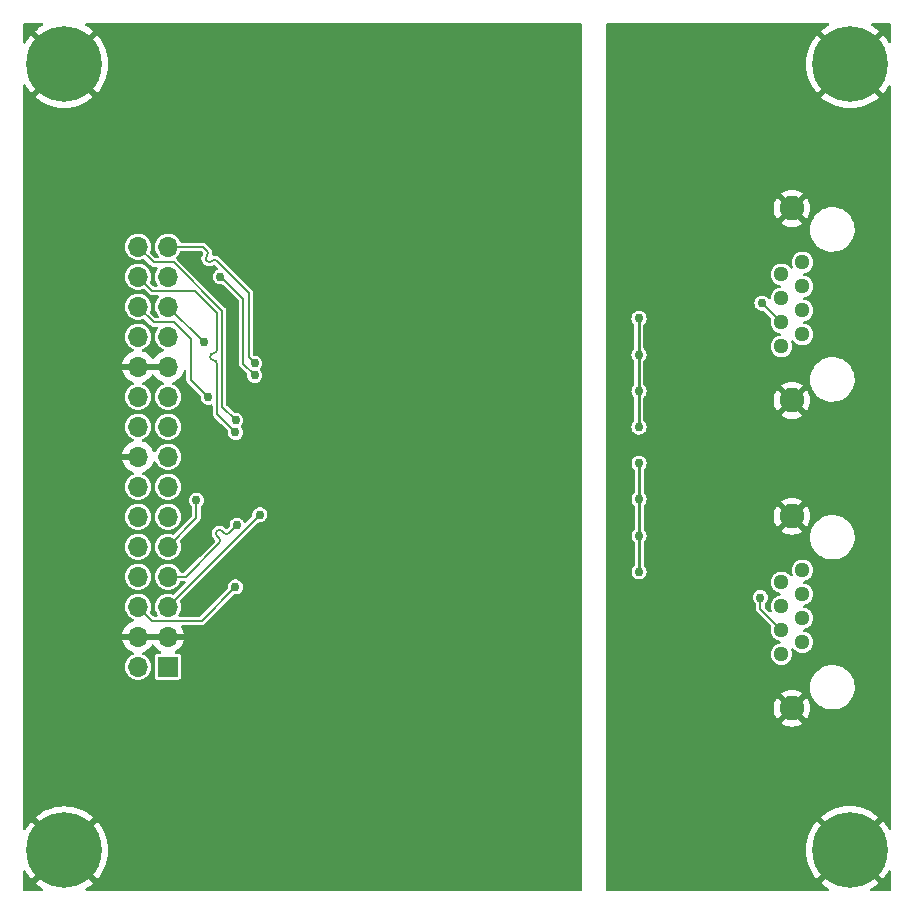
<source format=gbl>
%TF.GenerationSoftware,KiCad,Pcbnew,6.0.0-d3dd2cf0fa~116~ubuntu20.04.1*%
%TF.CreationDate,2022-01-13T14:32:50+07:00*%
%TF.ProjectId,i5ether_mod,69356574-6865-4725-9f6d-6f642e6b6963,v1.0*%
%TF.SameCoordinates,Original*%
%TF.FileFunction,Copper,L2,Bot*%
%TF.FilePolarity,Positive*%
%FSLAX46Y46*%
G04 Gerber Fmt 4.6, Leading zero omitted, Abs format (unit mm)*
G04 Created by KiCad (PCBNEW 6.0.0-d3dd2cf0fa~116~ubuntu20.04.1) date 2022-01-13 14:32:50*
%MOMM*%
%LPD*%
G01*
G04 APERTURE LIST*
%TA.AperFunction,ComponentPad*%
%ADD10C,6.400000*%
%TD*%
%TA.AperFunction,ComponentPad*%
%ADD11R,1.700000X1.700000*%
%TD*%
%TA.AperFunction,ComponentPad*%
%ADD12O,1.700000X1.700000*%
%TD*%
%TA.AperFunction,ComponentPad*%
%ADD13C,1.297000*%
%TD*%
%TA.AperFunction,ComponentPad*%
%ADD14C,2.082800*%
%TD*%
%TA.AperFunction,ViaPad*%
%ADD15C,0.762000*%
%TD*%
%TA.AperFunction,Conductor*%
%ADD16C,0.254000*%
%TD*%
%TA.AperFunction,Conductor*%
%ADD17C,0.200000*%
%TD*%
G04 APERTURE END LIST*
D10*
%TO.P,H1,1,1*%
%TO.N,GND*%
X102599998Y-66839998D03*
%TD*%
D11*
%TO.P,J1,1,Pin_1*%
%TO.N,unconnected-(J1-Pad1)*%
X111388000Y-117868000D03*
D12*
%TO.P,J1,2,Pin_2*%
%TO.N,unconnected-(J1-Pad2)*%
X108848000Y-117868000D03*
%TO.P,J1,3,Pin_3*%
%TO.N,GND*%
X111388000Y-115328000D03*
%TO.P,J1,4,Pin_4*%
X108848000Y-115328000D03*
%TO.P,J1,5,Pin_5*%
%TO.N,/TD6+*%
X111388000Y-112788000D03*
%TO.P,J1,6,Pin_6*%
%TO.N,/TD8+*%
X108848000Y-112788000D03*
%TO.P,J1,7,Pin_7*%
%TO.N,/TD6-*%
X111388000Y-110248000D03*
%TO.P,J1,8,Pin_8*%
%TO.N,/TD8-*%
X108848000Y-110248000D03*
%TO.P,J1,9,Pin_9*%
%TO.N,/TD5-*%
X111388000Y-107708000D03*
%TO.P,J1,10,Pin_10*%
%TO.N,/TD7-*%
X108848000Y-107708000D03*
%TO.P,J1,11,Pin_11*%
%TO.N,/TD5+*%
X111388000Y-105168000D03*
%TO.P,J1,12,Pin_12*%
%TO.N,/TD7+*%
X108848000Y-105168000D03*
%TO.P,J1,13,Pin_13*%
%TO.N,unconnected-(J1-Pad13)*%
X111388000Y-102628000D03*
%TO.P,J1,14,Pin_14*%
%TO.N,unconnected-(J1-Pad14)*%
X108848000Y-102628000D03*
%TO.P,J1,15,Pin_15*%
%TO.N,unconnected-(J1-Pad15)*%
X111388000Y-100088000D03*
%TO.P,J1,16,Pin_16*%
%TO.N,GND*%
X108848000Y-100088000D03*
%TO.P,J1,17,Pin_17*%
%TO.N,unconnected-(J1-Pad17)*%
X111388000Y-97548000D03*
%TO.P,J1,18,Pin_18*%
%TO.N,unconnected-(J1-Pad18)*%
X108848000Y-97548000D03*
%TO.P,J1,19,Pin_19*%
%TO.N,unconnected-(J1-Pad19)*%
X111388000Y-95008000D03*
%TO.P,J1,20,Pin_20*%
%TO.N,unconnected-(J1-Pad20)*%
X108848000Y-95008000D03*
%TO.P,J1,21,Pin_21*%
%TO.N,GND*%
X111388000Y-92468000D03*
%TO.P,J1,22,Pin_22*%
X108848000Y-92468000D03*
%TO.P,J1,23,Pin_23*%
%TO.N,/TD1+*%
X111388000Y-89928000D03*
%TO.P,J1,24,Pin_24*%
%TO.N,/TD3+*%
X108848000Y-89928000D03*
%TO.P,J1,25,Pin_25*%
%TO.N,/TD1-*%
X111388000Y-87388000D03*
%TO.P,J1,26,Pin_26*%
%TO.N,/TD3-*%
X108848000Y-87388000D03*
%TO.P,J1,27,Pin_27*%
%TO.N,/TD2-*%
X111388000Y-84848000D03*
%TO.P,J1,28,Pin_28*%
%TO.N,/TD4-*%
X108848000Y-84848000D03*
%TO.P,J1,29,Pin_29*%
%TO.N,/TD2+*%
X111388000Y-82308000D03*
%TO.P,J1,30,Pin_30*%
%TO.N,/TD4+*%
X108848000Y-82308000D03*
%TD*%
D10*
%TO.P,H2,1,1*%
%TO.N,GND*%
X102610006Y-133409995D03*
%TD*%
D13*
%TO.P,J3,1,1*%
%TO.N,/MX5+*%
X165108000Y-109698000D03*
%TO.P,J3,2,2*%
%TO.N,/MX5-*%
X163330000Y-110714000D03*
%TO.P,J3,3,3*%
%TO.N,/MX6+*%
X165108000Y-111730000D03*
%TO.P,J3,4,4*%
%TO.N,/MX7+*%
X163330000Y-112746000D03*
%TO.P,J3,5,5*%
%TO.N,/MX7-*%
X165108000Y-113762000D03*
%TO.P,J3,6,6*%
%TO.N,/MX6-*%
X163330000Y-114778000D03*
%TO.P,J3,7,7*%
%TO.N,/MX8+*%
X165108000Y-115794000D03*
%TO.P,J3,8,8*%
%TO.N,/MX8-*%
X163330000Y-116810000D03*
D14*
%TO.P,J3,9,SHIELD*%
%TO.N,Earth*%
X164219000Y-105126000D03*
%TO.P,J3,10,SHIELD*%
X164219000Y-121382000D03*
%TD*%
D10*
%TO.P,H4,1,1*%
%TO.N,Earth*%
X169139997Y-66850006D03*
%TD*%
%TO.P,H3,1,1*%
%TO.N,Earth*%
X169110000Y-133390005D03*
%TD*%
D13*
%TO.P,J2,1,1*%
%TO.N,/MX1+*%
X165108000Y-83638000D03*
%TO.P,J2,2,2*%
%TO.N,/MX1-*%
X163330000Y-84654000D03*
%TO.P,J2,3,3*%
%TO.N,/MX2+*%
X165108000Y-85670000D03*
%TO.P,J2,4,4*%
%TO.N,/MX3+*%
X163330000Y-86686000D03*
%TO.P,J2,5,5*%
%TO.N,/MX3-*%
X165108000Y-87702000D03*
%TO.P,J2,6,6*%
%TO.N,/MX2-*%
X163330000Y-88718000D03*
%TO.P,J2,7,7*%
%TO.N,/MX4+*%
X165108000Y-89734000D03*
%TO.P,J2,8,8*%
%TO.N,/MX4-*%
X163330000Y-90750000D03*
D14*
%TO.P,J2,9,SHIELD*%
%TO.N,Earth*%
X164219000Y-79066000D03*
%TO.P,J2,10,SHIELD*%
X164219000Y-95322000D03*
%TD*%
D15*
%TO.N,GND*%
X105875474Y-113740000D03*
X131275474Y-108660000D03*
X120398000Y-91368000D03*
X120398000Y-88408000D03*
X121115474Y-68020000D03*
X120408000Y-109798000D03*
X100795474Y-103580000D03*
X136355474Y-108660000D03*
X105875474Y-118820000D03*
X131275474Y-88340000D03*
X120398000Y-94458000D03*
X100795474Y-93420000D03*
X121115474Y-134060000D03*
X131275474Y-93420000D03*
X105875474Y-98500000D03*
X121115474Y-83260000D03*
X131275474Y-98500000D03*
X105875474Y-108660000D03*
X120398000Y-97518000D03*
X120398000Y-103598000D03*
X136355474Y-98500000D03*
X141435474Y-83260000D03*
X110955474Y-78180000D03*
X100795474Y-113740000D03*
X141435474Y-88340000D03*
X105875474Y-93420000D03*
X141435474Y-68020000D03*
X131275474Y-68020000D03*
X121115474Y-113740000D03*
X136355474Y-113740000D03*
X110955474Y-123900000D03*
X141435474Y-134060000D03*
X141435474Y-103580000D03*
X136355474Y-93420000D03*
X121115474Y-123900000D03*
X110955474Y-68020000D03*
X141435474Y-113740000D03*
X100795474Y-73100000D03*
X126195474Y-83260000D03*
X131275474Y-83260000D03*
X131275474Y-123900000D03*
X105875474Y-103580000D03*
X100795474Y-83260000D03*
X141435474Y-108660000D03*
X105875474Y-88340000D03*
X110955474Y-134060000D03*
X100795474Y-123900000D03*
X141435474Y-78180000D03*
X120398000Y-106808000D03*
X116035474Y-103580000D03*
X121115474Y-78180000D03*
X105875474Y-83260000D03*
X141435474Y-123900000D03*
X141435474Y-98500000D03*
X126195474Y-113740000D03*
X136355474Y-103580000D03*
X131275474Y-113740000D03*
X136355474Y-83260000D03*
X116035474Y-113740000D03*
X131275474Y-78180000D03*
X141435474Y-93420000D03*
X120398000Y-100548000D03*
X136355474Y-88340000D03*
X131275474Y-134060000D03*
X131275474Y-103580000D03*
%TO.N,Earth*%
X171915474Y-103580000D03*
X166835474Y-83260000D03*
X156675474Y-83260000D03*
X151595474Y-123900000D03*
X171915474Y-123900000D03*
X156675474Y-98500000D03*
X151595474Y-68020000D03*
X161755474Y-118820000D03*
X161755474Y-78180000D03*
X171915474Y-83260000D03*
X151595474Y-134060000D03*
X151595474Y-113740000D03*
X166835474Y-88340000D03*
X161755474Y-134060000D03*
X161755474Y-103580000D03*
X171915474Y-93420000D03*
X171915474Y-113740000D03*
X156675474Y-113740000D03*
X151595474Y-83260000D03*
X156675474Y-118820000D03*
X161755474Y-123900000D03*
X166835474Y-113740000D03*
X151595474Y-78180000D03*
X161755474Y-93420000D03*
X161755474Y-68020000D03*
%TO.N,Net-(C9-Pad2)*%
X151268000Y-94518000D03*
X151268000Y-97578000D03*
X151268000Y-91448000D03*
X151268000Y-88378000D03*
%TO.N,Net-(C10-Pad2)*%
X151278000Y-106768000D03*
X151278000Y-109828000D03*
X151278000Y-100638000D03*
X151278000Y-103688000D03*
%TO.N,/TD6+*%
X119168437Y-105005537D03*
%TO.N,/TD8+*%
X117108000Y-111118000D03*
%TO.N,/TD6-*%
X117241458Y-105901458D03*
%TO.N,/TD5-*%
X113804542Y-103784542D03*
%TO.N,/TD1-*%
X114428011Y-90417989D03*
%TO.N,/TD3-*%
X114801458Y-95064542D03*
%TO.N,/TD2-*%
X118718000Y-93208000D03*
X115836948Y-84849052D03*
%TO.N,/TD4-*%
X117104208Y-98031792D03*
%TO.N,/TD2+*%
X118724097Y-92181013D03*
%TO.N,/TD4+*%
X117115750Y-97010250D03*
%TO.N,/MX2-*%
X161678000Y-87078000D03*
%TO.N,/MX6-*%
X161551129Y-112011500D03*
%TD*%
D16*
%TO.N,GND*%
X120398000Y-106808000D02*
X120398000Y-109788000D01*
X120398000Y-109788000D02*
X120408000Y-109798000D01*
X120398000Y-103598000D02*
X120398000Y-106808000D01*
X120398000Y-88408000D02*
X120398000Y-91368000D01*
X120398000Y-91368000D02*
X120398000Y-94458000D01*
X120398000Y-100548000D02*
X120398000Y-103598000D01*
X120398000Y-94458000D02*
X120398000Y-97518000D01*
X120398000Y-97518000D02*
X120398000Y-100548000D01*
%TO.N,Net-(C9-Pad2)*%
X151268000Y-88378000D02*
X151268000Y-91448000D01*
X151268000Y-91448000D02*
X151268000Y-94518000D01*
X151268000Y-94518000D02*
X151268000Y-97578000D01*
%TO.N,Net-(C10-Pad2)*%
X151278000Y-103688000D02*
X151278000Y-106768000D01*
X151278000Y-106768000D02*
X151278000Y-109828000D01*
X151278000Y-100638000D02*
X151278000Y-103688000D01*
D17*
%TO.N,/TD6+*%
X119168437Y-105005537D02*
X119168437Y-105007563D01*
X119168437Y-105007563D02*
X111388000Y-112788000D01*
%TO.N,/TD8+*%
X108848000Y-112788000D02*
X110051511Y-113991511D01*
X110051511Y-113991511D02*
X114234489Y-113991511D01*
X114234489Y-113991511D02*
X117108000Y-111118000D01*
%TO.N,/TD6-*%
X112894916Y-110248000D02*
X111388000Y-110248000D01*
X115726908Y-107413965D02*
X115620843Y-107520031D01*
X116151172Y-106565437D02*
X115955607Y-106369872D01*
X117241458Y-105901458D02*
X117239416Y-105901458D01*
X115620843Y-107520031D02*
X112894916Y-110245958D01*
X115531343Y-106794136D02*
X115726907Y-106989700D01*
X116151171Y-106565437D02*
X116151172Y-106565437D01*
X112894916Y-110245958D02*
X112894916Y-110248000D01*
X115726907Y-107413964D02*
X115726908Y-107413965D01*
X117239416Y-105901458D02*
X116575437Y-106565437D01*
X115531344Y-106794135D02*
G75*
G02*
X115531344Y-106369873I212131J212131D01*
G01*
X115531344Y-106369873D02*
G75*
G02*
X115955606Y-106369873I212131J-212131D01*
G01*
X115726906Y-107413963D02*
G75*
G03*
X115726906Y-106989701I-212131J212131D01*
G01*
X116151171Y-106565437D02*
G75*
G03*
X116575437Y-106565437I212133J212134D01*
G01*
%TO.N,/TD5-*%
X113804542Y-105291458D02*
X111388000Y-107708000D01*
X113804542Y-103784542D02*
X113804542Y-105291458D01*
%TO.N,/TD1-*%
X111388000Y-87388000D02*
X114417989Y-90417989D01*
X114417989Y-90417989D02*
X114428011Y-90417989D01*
%TO.N,/TD3-*%
X108848000Y-87388000D02*
X110178181Y-88718181D01*
X113308000Y-93571084D02*
X114801458Y-95064542D01*
X111880204Y-88718181D02*
X113308000Y-90145977D01*
X113308000Y-90145977D02*
X113308000Y-93571084D01*
X110178181Y-88718181D02*
X111880204Y-88718181D01*
%TO.N,/TD2-*%
X115836948Y-84849052D02*
X115875952Y-84849052D01*
X117779460Y-92269460D02*
X118718000Y-93208000D01*
X117779460Y-86752560D02*
X117779460Y-92269460D01*
X115875952Y-84849052D02*
X117779460Y-86752560D01*
%TO.N,/TD4-*%
X115535969Y-92205277D02*
X115535969Y-92230031D01*
X115535969Y-96463553D02*
X117104208Y-98031792D01*
X115535969Y-87915969D02*
X115535969Y-91030031D01*
X113671511Y-86051511D02*
X115535969Y-87915969D01*
X110051511Y-86051511D02*
X113671511Y-86051511D01*
X108848000Y-84848000D02*
X110051511Y-86051511D01*
X115535969Y-92230031D02*
X115535969Y-96463553D01*
X114960723Y-91605277D02*
X114960723Y-91630031D01*
X115248346Y-91917654D02*
G75*
G02*
X114960723Y-91630031I1J287624D01*
G01*
X114960723Y-91605277D02*
G75*
G02*
X115248346Y-91317654I287624J-1D01*
G01*
X115535969Y-92205277D02*
G75*
G03*
X115248346Y-91917654I-287624J-1D01*
G01*
X115248346Y-91317654D02*
G75*
G03*
X115535969Y-91030031I-1J287624D01*
G01*
%TO.N,/TD2+*%
X114328980Y-82308000D02*
X111388000Y-82308000D01*
X115107753Y-83511038D02*
X115093148Y-83525644D01*
X118228980Y-86208000D02*
X115532018Y-83511037D01*
X114668884Y-83101379D02*
X114683490Y-83086774D01*
X118228980Y-91685896D02*
X118228980Y-86208000D01*
X114683490Y-82662510D02*
X114328980Y-82308000D01*
X115093148Y-83525644D02*
X115093149Y-83525643D01*
X114668884Y-83525644D02*
X114668883Y-83525644D01*
X114683490Y-83086774D02*
X114683489Y-83086775D01*
X118724097Y-92181013D02*
X118228980Y-91685896D01*
X114668885Y-83525643D02*
G75*
G03*
X115093148Y-83525642I212131J212131D01*
G01*
X114683489Y-82662511D02*
G75*
G02*
X114683488Y-83086774I-212131J-212131D01*
G01*
X114668885Y-83101380D02*
G75*
G03*
X114668884Y-83525643I212130J-212132D01*
G01*
X115107754Y-83511039D02*
G75*
G02*
X115532017Y-83511038I212132J-212130D01*
G01*
%TO.N,/TD4+*%
X115985489Y-95879989D02*
X115985489Y-87725489D01*
X110184489Y-83644489D02*
X108848000Y-82308000D01*
X115985489Y-87725489D02*
X111904489Y-83644489D01*
X117115750Y-97010250D02*
X115985489Y-95879989D01*
X111904489Y-83644489D02*
X110184489Y-83644489D01*
%TO.N,/MX2-*%
X161678000Y-87078000D02*
X161690000Y-87078000D01*
X161690000Y-87078000D02*
X163330000Y-88718000D01*
%TO.N,/MX6-*%
X161551129Y-112999129D02*
X163330000Y-114778000D01*
X161551129Y-112011500D02*
X161551129Y-112999129D01*
%TD*%
%TA.AperFunction,Conductor*%
%TO.N,GND*%
G36*
X100782049Y-63392002D02*
G01*
X100828542Y-63445658D01*
X100838646Y-63515932D01*
X100809152Y-63580512D01*
X100771130Y-63610267D01*
X100746403Y-63622866D01*
X100740685Y-63626167D01*
X100420263Y-63834251D01*
X100414937Y-63838121D01*
X100176163Y-64031476D01*
X100167698Y-64043731D01*
X100174032Y-64054822D01*
X102587186Y-66467976D01*
X102601130Y-66475590D01*
X102602963Y-66475459D01*
X102609578Y-66471208D01*
X105025098Y-64055688D01*
X105032239Y-64042612D01*
X105024782Y-64032245D01*
X104785063Y-63838124D01*
X104779726Y-63834247D01*
X104459313Y-63626168D01*
X104453597Y-63622867D01*
X104428867Y-63610267D01*
X104377251Y-63561519D01*
X104360185Y-63492604D01*
X104383085Y-63425403D01*
X104438683Y-63381250D01*
X104486069Y-63372000D01*
X146332000Y-63372000D01*
X146400121Y-63392002D01*
X146446614Y-63445658D01*
X146458000Y-63498000D01*
X146458000Y-136738000D01*
X146437998Y-136806121D01*
X146384342Y-136852614D01*
X146332000Y-136864000D01*
X104523540Y-136864000D01*
X104455419Y-136843998D01*
X104408926Y-136790342D01*
X104398822Y-136720068D01*
X104428316Y-136655488D01*
X104461281Y-136629694D01*
X104460750Y-136628774D01*
X104469321Y-136623825D01*
X104789734Y-136415746D01*
X104795071Y-136411869D01*
X105033841Y-136218517D01*
X105042306Y-136206262D01*
X105035972Y-136195171D01*
X102622818Y-133782017D01*
X102608874Y-133774403D01*
X102607041Y-133774534D01*
X102600426Y-133778785D01*
X100184906Y-136194305D01*
X100177765Y-136207381D01*
X100185222Y-136217748D01*
X100424941Y-136411869D01*
X100430278Y-136415746D01*
X100750691Y-136623825D01*
X100759262Y-136628774D01*
X100758424Y-136630225D01*
X100805281Y-136674466D01*
X100822357Y-136743378D01*
X100799466Y-136810583D01*
X100743874Y-136854743D01*
X100696472Y-136864000D01*
X99238000Y-136864000D01*
X99169879Y-136843998D01*
X99123386Y-136790342D01*
X99112000Y-136738000D01*
X99112000Y-135237172D01*
X99132002Y-135169051D01*
X99185658Y-135122558D01*
X99255932Y-135112454D01*
X99320512Y-135141948D01*
X99350267Y-135179969D01*
X99392878Y-135263597D01*
X99396175Y-135269308D01*
X99604259Y-135589730D01*
X99608129Y-135595056D01*
X99801484Y-135833830D01*
X99813739Y-135842295D01*
X99824830Y-135835961D01*
X102237984Y-133422807D01*
X102244362Y-133411127D01*
X102974414Y-133411127D01*
X102974545Y-133412960D01*
X102978796Y-133419575D01*
X105394316Y-135835095D01*
X105407392Y-135842236D01*
X105417759Y-135834779D01*
X105611883Y-135595056D01*
X105615753Y-135589730D01*
X105823837Y-135269308D01*
X105827134Y-135263598D01*
X106000584Y-134923184D01*
X106003266Y-134917159D01*
X106140177Y-134560493D01*
X106142218Y-134554211D01*
X106241100Y-134185179D01*
X106242471Y-134178729D01*
X106302240Y-133801366D01*
X106302926Y-133794828D01*
X106322922Y-133413296D01*
X106322922Y-133406694D01*
X106302926Y-133025162D01*
X106302240Y-133018624D01*
X106242471Y-132641261D01*
X106241100Y-132634811D01*
X106142218Y-132265779D01*
X106140177Y-132259497D01*
X106003266Y-131902831D01*
X106000584Y-131896806D01*
X105827134Y-131556392D01*
X105823837Y-131550682D01*
X105615753Y-131230260D01*
X105611883Y-131224934D01*
X105418528Y-130986160D01*
X105406273Y-130977695D01*
X105395182Y-130984029D01*
X102982028Y-133397183D01*
X102974414Y-133411127D01*
X102244362Y-133411127D01*
X102245598Y-133408863D01*
X102245467Y-133407030D01*
X102241216Y-133400415D01*
X99825696Y-130984895D01*
X99812620Y-130977754D01*
X99802253Y-130985211D01*
X99608129Y-131224934D01*
X99604259Y-131230260D01*
X99396175Y-131550682D01*
X99392878Y-131556393D01*
X99350267Y-131640021D01*
X99301518Y-131691636D01*
X99232603Y-131708702D01*
X99165402Y-131685801D01*
X99121250Y-131630203D01*
X99112000Y-131582818D01*
X99112000Y-130613728D01*
X100177706Y-130613728D01*
X100184040Y-130624819D01*
X102597194Y-133037973D01*
X102611138Y-133045587D01*
X102612971Y-133045456D01*
X102619586Y-133041205D01*
X105035106Y-130625685D01*
X105042247Y-130612609D01*
X105034790Y-130602242D01*
X104795071Y-130408121D01*
X104789734Y-130404244D01*
X104469321Y-130196165D01*
X104463612Y-130192868D01*
X104123195Y-130019417D01*
X104117170Y-130016735D01*
X103760504Y-129879824D01*
X103754222Y-129877783D01*
X103385190Y-129778901D01*
X103378740Y-129777530D01*
X103001377Y-129717761D01*
X102994839Y-129717075D01*
X102613307Y-129697079D01*
X102606705Y-129697079D01*
X102225173Y-129717075D01*
X102218635Y-129717761D01*
X101841272Y-129777530D01*
X101834822Y-129778901D01*
X101465790Y-129877783D01*
X101459508Y-129879824D01*
X101102842Y-130016735D01*
X101096817Y-130019417D01*
X100756403Y-130192867D01*
X100750693Y-130196164D01*
X100430271Y-130404248D01*
X100424945Y-130408118D01*
X100186171Y-130601473D01*
X100177706Y-130613728D01*
X99112000Y-130613728D01*
X99112000Y-115595966D01*
X107516257Y-115595966D01*
X107546565Y-115730446D01*
X107549645Y-115740275D01*
X107629770Y-115937603D01*
X107634413Y-115946794D01*
X107745694Y-116128388D01*
X107751777Y-116136699D01*
X107891213Y-116297667D01*
X107898580Y-116304883D01*
X108062434Y-116440916D01*
X108070881Y-116446831D01*
X108254756Y-116554279D01*
X108264042Y-116558729D01*
X108413124Y-116615657D01*
X108469627Y-116658644D01*
X108493920Y-116725355D01*
X108478290Y-116794610D01*
X108427699Y-116844421D01*
X108411785Y-116851579D01*
X108370463Y-116866824D01*
X108196010Y-116970612D01*
X108191670Y-116974418D01*
X108191666Y-116974421D01*
X108047733Y-117100648D01*
X108043392Y-117104455D01*
X107917720Y-117263869D01*
X107915031Y-117268980D01*
X107915029Y-117268983D01*
X107902073Y-117293609D01*
X107823203Y-117443515D01*
X107763007Y-117637378D01*
X107739148Y-117838964D01*
X107752424Y-118041522D01*
X107753845Y-118047118D01*
X107753846Y-118047123D01*
X107774119Y-118126945D01*
X107802392Y-118238269D01*
X107804809Y-118243512D01*
X107842010Y-118324208D01*
X107887377Y-118422616D01*
X108004533Y-118588389D01*
X108149938Y-118730035D01*
X108318720Y-118842812D01*
X108324023Y-118845090D01*
X108324026Y-118845092D01*
X108455283Y-118901484D01*
X108505228Y-118922942D01*
X108578244Y-118939464D01*
X108697579Y-118966467D01*
X108697584Y-118966468D01*
X108703216Y-118967742D01*
X108708987Y-118967969D01*
X108708989Y-118967969D01*
X108768756Y-118970317D01*
X108906053Y-118975712D01*
X109013348Y-118960155D01*
X109101231Y-118947413D01*
X109101236Y-118947412D01*
X109106945Y-118946584D01*
X109112409Y-118944729D01*
X109112414Y-118944728D01*
X109293693Y-118883192D01*
X109293698Y-118883190D01*
X109299165Y-118881334D01*
X109476276Y-118782147D01*
X109515969Y-118749135D01*
X109627913Y-118656031D01*
X109632345Y-118652345D01*
X109762147Y-118496276D01*
X109861334Y-118319165D01*
X109863190Y-118313698D01*
X109863192Y-118313693D01*
X109924728Y-118132414D01*
X109924729Y-118132409D01*
X109926584Y-118126945D01*
X109927412Y-118121236D01*
X109927413Y-118121231D01*
X109955179Y-117929727D01*
X109955712Y-117926053D01*
X109957232Y-117868000D01*
X109938658Y-117665859D01*
X109937090Y-117660299D01*
X109885125Y-117476046D01*
X109885124Y-117476044D01*
X109883557Y-117470487D01*
X109872978Y-117449033D01*
X109796331Y-117293609D01*
X109793776Y-117288428D01*
X109672320Y-117125779D01*
X109523258Y-116987987D01*
X109518375Y-116984906D01*
X109518371Y-116984903D01*
X109356464Y-116882748D01*
X109351581Y-116879667D01*
X109279614Y-116850955D01*
X109223755Y-116807134D01*
X109200455Y-116740069D01*
X109217111Y-116671054D01*
X109268436Y-116622000D01*
X109290098Y-116613239D01*
X109340252Y-116598192D01*
X109349842Y-116594433D01*
X109541095Y-116500739D01*
X109549945Y-116495464D01*
X109723328Y-116371792D01*
X109731200Y-116365139D01*
X109882052Y-116214812D01*
X109888730Y-116206965D01*
X110016022Y-116029819D01*
X110017147Y-116030627D01*
X110064669Y-115986876D01*
X110134607Y-115974661D01*
X110200046Y-116002197D01*
X110227870Y-116034028D01*
X110285690Y-116128383D01*
X110291777Y-116136699D01*
X110431213Y-116297667D01*
X110438580Y-116304883D01*
X110602434Y-116440916D01*
X110610881Y-116446831D01*
X110751005Y-116528713D01*
X110799729Y-116580352D01*
X110812800Y-116650135D01*
X110786069Y-116715906D01*
X110728022Y-116756785D01*
X110687436Y-116763501D01*
X110512934Y-116763501D01*
X110477182Y-116770612D01*
X110450874Y-116775844D01*
X110450872Y-116775845D01*
X110438699Y-116778266D01*
X110428379Y-116785161D01*
X110428378Y-116785162D01*
X110367985Y-116825516D01*
X110354516Y-116834516D01*
X110298266Y-116918699D01*
X110283500Y-116992933D01*
X110283501Y-118743066D01*
X110298266Y-118817301D01*
X110305161Y-118827620D01*
X110305162Y-118827622D01*
X110345516Y-118888015D01*
X110354516Y-118901484D01*
X110438699Y-118957734D01*
X110512933Y-118972500D01*
X111387858Y-118972500D01*
X112263066Y-118972499D01*
X112298818Y-118965388D01*
X112325126Y-118960156D01*
X112325128Y-118960155D01*
X112337301Y-118957734D01*
X112347621Y-118950839D01*
X112347622Y-118950838D01*
X112411168Y-118908377D01*
X112421484Y-118901484D01*
X112477734Y-118817301D01*
X112492500Y-118743067D01*
X112492499Y-116992934D01*
X112477734Y-116918699D01*
X112451654Y-116879667D01*
X112428377Y-116844832D01*
X112421484Y-116834516D01*
X112337301Y-116778266D01*
X112263067Y-116763500D01*
X112088334Y-116763500D01*
X112020213Y-116743498D01*
X111973720Y-116689842D01*
X111963616Y-116619568D01*
X111993110Y-116554988D01*
X112032902Y-116524348D01*
X112081100Y-116500736D01*
X112089945Y-116495464D01*
X112263328Y-116371792D01*
X112271200Y-116365139D01*
X112422052Y-116214812D01*
X112428730Y-116206965D01*
X112553003Y-116034020D01*
X112558313Y-116025183D01*
X112652670Y-115834267D01*
X112656469Y-115824672D01*
X112718377Y-115620910D01*
X112720555Y-115610837D01*
X112721986Y-115599962D01*
X112719775Y-115585778D01*
X112706617Y-115582000D01*
X107531225Y-115582000D01*
X107517694Y-115585973D01*
X107516257Y-115595966D01*
X99112000Y-115595966D01*
X99112000Y-115062183D01*
X107512389Y-115062183D01*
X107513912Y-115070607D01*
X107526292Y-115074000D01*
X112706344Y-115074000D01*
X112719875Y-115070027D01*
X112721180Y-115060947D01*
X112679214Y-114893875D01*
X112675894Y-114884124D01*
X112590972Y-114688814D01*
X112586105Y-114679739D01*
X112495996Y-114540451D01*
X112475789Y-114472391D01*
X112495585Y-114404210D01*
X112549100Y-114357556D01*
X112601788Y-114346011D01*
X114183232Y-114346011D01*
X114203026Y-114348117D01*
X114207379Y-114348322D01*
X114217559Y-114350514D01*
X114248229Y-114346884D01*
X114253572Y-114346569D01*
X114253561Y-114346439D01*
X114258741Y-114346011D01*
X114263940Y-114346011D01*
X114269064Y-114345158D01*
X114269077Y-114345157D01*
X114281530Y-114343084D01*
X114287405Y-114342247D01*
X114324418Y-114337866D01*
X114334759Y-114336642D01*
X114342467Y-114332941D01*
X114350906Y-114331536D01*
X114392890Y-114308882D01*
X114398153Y-114306201D01*
X114406359Y-114302261D01*
X114441147Y-114285556D01*
X114445139Y-114282200D01*
X114447086Y-114280253D01*
X114448711Y-114278763D01*
X114449143Y-114278530D01*
X114449176Y-114278566D01*
X114449334Y-114278427D01*
X114454769Y-114275494D01*
X114488846Y-114238630D01*
X114492275Y-114235064D01*
X116938079Y-111789260D01*
X117000391Y-111755234D01*
X117029151Y-111752371D01*
X117079736Y-111753166D01*
X117167318Y-111754542D01*
X117167321Y-111754542D01*
X117174916Y-111754661D01*
X117182320Y-111752965D01*
X117182322Y-111752965D01*
X117255325Y-111736245D01*
X117324849Y-111720322D01*
X117395541Y-111684768D01*
X117455481Y-111654622D01*
X117455484Y-111654620D01*
X117462264Y-111651210D01*
X117579226Y-111551314D01*
X117668983Y-111426403D01*
X117726355Y-111283688D01*
X117748028Y-111131407D01*
X117748168Y-111118000D01*
X117747205Y-111110035D01*
X117738249Y-111036031D01*
X117729689Y-110965299D01*
X117675319Y-110821413D01*
X117662400Y-110802616D01*
X117592499Y-110700908D01*
X117592497Y-110700906D01*
X117588197Y-110694649D01*
X117473353Y-110592327D01*
X117445998Y-110577843D01*
X117344131Y-110523907D01*
X117344128Y-110523906D01*
X117337416Y-110520352D01*
X117188234Y-110482880D01*
X117180636Y-110482840D01*
X117180634Y-110482840D01*
X117115143Y-110482497D01*
X117034421Y-110482075D01*
X117027042Y-110483847D01*
X117027038Y-110483847D01*
X116892234Y-110516210D01*
X116892230Y-110516211D01*
X116884855Y-110517982D01*
X116748172Y-110588529D01*
X116742450Y-110593521D01*
X116742448Y-110593522D01*
X116720494Y-110612674D01*
X116632262Y-110689644D01*
X116543818Y-110815488D01*
X116541059Y-110822563D01*
X116541058Y-110822566D01*
X116490704Y-110951717D01*
X116487944Y-110958797D01*
X116486952Y-110966330D01*
X116486952Y-110966331D01*
X116478845Y-111027913D01*
X116467867Y-111111296D01*
X116473481Y-111162147D01*
X116475694Y-111182189D01*
X116463288Y-111252093D01*
X116439550Y-111285111D01*
X114124556Y-113600106D01*
X114062244Y-113634131D01*
X114035461Y-113637011D01*
X112387240Y-113637011D01*
X112319119Y-113617009D01*
X112272626Y-113563353D01*
X112262522Y-113493079D01*
X112290366Y-113430441D01*
X112298453Y-113420718D01*
X112298455Y-113420715D01*
X112302147Y-113416276D01*
X112401334Y-113239165D01*
X112403190Y-113233698D01*
X112403192Y-113233693D01*
X112464728Y-113052414D01*
X112464729Y-113052409D01*
X112466584Y-113046945D01*
X112467412Y-113041236D01*
X112467413Y-113041231D01*
X112495179Y-112849727D01*
X112495712Y-112846053D01*
X112497232Y-112788000D01*
X112478658Y-112585859D01*
X112477090Y-112580299D01*
X112425125Y-112396046D01*
X112425124Y-112396044D01*
X112423557Y-112390487D01*
X112418341Y-112379910D01*
X112406151Y-112309968D01*
X112433710Y-112244539D01*
X112442252Y-112235087D01*
X119000510Y-105676829D01*
X119062822Y-105642803D01*
X119091584Y-105639940D01*
X119227754Y-105642079D01*
X119227757Y-105642079D01*
X119235353Y-105642198D01*
X119242757Y-105640502D01*
X119242759Y-105640502D01*
X119335921Y-105619165D01*
X119385286Y-105607859D01*
X119462772Y-105568888D01*
X119515918Y-105542159D01*
X119515921Y-105542157D01*
X119522701Y-105538747D01*
X119599561Y-105473102D01*
X119633891Y-105443781D01*
X119633892Y-105443780D01*
X119639663Y-105438851D01*
X119729420Y-105313940D01*
X119786792Y-105171225D01*
X119808465Y-105018944D01*
X119808605Y-105005537D01*
X119806883Y-104991302D01*
X119791038Y-104860376D01*
X119790126Y-104852836D01*
X119735756Y-104708950D01*
X119648634Y-104582186D01*
X119533790Y-104479864D01*
X119440386Y-104430409D01*
X119404568Y-104411444D01*
X119404565Y-104411443D01*
X119397853Y-104407889D01*
X119248671Y-104370417D01*
X119241073Y-104370377D01*
X119241071Y-104370377D01*
X119175580Y-104370034D01*
X119094858Y-104369612D01*
X119087479Y-104371384D01*
X119087475Y-104371384D01*
X118952671Y-104403747D01*
X118952667Y-104403748D01*
X118945292Y-104405519D01*
X118808609Y-104476066D01*
X118802887Y-104481058D01*
X118802885Y-104481059D01*
X118698426Y-104572185D01*
X118692699Y-104577181D01*
X118604255Y-104703025D01*
X118601496Y-104710100D01*
X118601495Y-104710103D01*
X118575785Y-104776046D01*
X118548381Y-104846334D01*
X118547389Y-104853867D01*
X118547389Y-104853868D01*
X118531888Y-104971613D01*
X118528304Y-104998833D01*
X118530975Y-105023024D01*
X118536332Y-105071552D01*
X118523926Y-105141456D01*
X118500188Y-105174473D01*
X118018342Y-105656319D01*
X117956030Y-105690345D01*
X117885215Y-105685280D01*
X117828379Y-105642733D01*
X117815147Y-105618623D01*
X117814982Y-105618709D01*
X117811461Y-105611974D01*
X117808777Y-105604871D01*
X117770451Y-105549106D01*
X117725957Y-105484366D01*
X117725955Y-105484364D01*
X117721655Y-105478107D01*
X117707132Y-105465167D01*
X117677595Y-105438851D01*
X117606811Y-105375785D01*
X117564250Y-105353250D01*
X117477589Y-105307365D01*
X117477586Y-105307364D01*
X117470874Y-105303810D01*
X117321692Y-105266338D01*
X117314094Y-105266298D01*
X117314092Y-105266298D01*
X117248601Y-105265955D01*
X117167879Y-105265533D01*
X117160500Y-105267305D01*
X117160496Y-105267305D01*
X117025692Y-105299668D01*
X117025688Y-105299669D01*
X117018313Y-105301440D01*
X116881630Y-105371987D01*
X116875908Y-105376979D01*
X116875906Y-105376980D01*
X116775465Y-105464601D01*
X116765720Y-105473102D01*
X116677276Y-105598946D01*
X116674517Y-105606021D01*
X116674516Y-105606024D01*
X116641641Y-105690345D01*
X116621402Y-105742255D01*
X116601325Y-105894754D01*
X116608949Y-105963808D01*
X116596543Y-106033712D01*
X116572807Y-106066728D01*
X116452399Y-106187136D01*
X116390087Y-106221161D01*
X116319271Y-106216095D01*
X116274209Y-106187135D01*
X116233018Y-106145944D01*
X116220177Y-106130910D01*
X116215231Y-106124103D01*
X116209401Y-106116078D01*
X116204408Y-106112451D01*
X116093893Y-106024318D01*
X115961010Y-105960325D01*
X115817219Y-105927505D01*
X115669731Y-105927505D01*
X115525940Y-105960325D01*
X115393057Y-106024318D01*
X115387524Y-106028730D01*
X115387523Y-106028731D01*
X115286641Y-106109182D01*
X115282551Y-106112444D01*
X115277549Y-106116078D01*
X115273915Y-106121080D01*
X115270666Y-106125154D01*
X115191666Y-106224217D01*
X115185789Y-106231586D01*
X115121796Y-106364469D01*
X115088976Y-106508260D01*
X115088976Y-106655748D01*
X115121796Y-106799539D01*
X115185789Y-106932422D01*
X115190200Y-106937954D01*
X115190205Y-106937961D01*
X115226762Y-106983802D01*
X115233921Y-106993761D01*
X115237298Y-107000794D01*
X115240654Y-107004786D01*
X115249684Y-107013816D01*
X115259098Y-107024349D01*
X115270655Y-107038841D01*
X115270658Y-107038844D01*
X115273922Y-107042937D01*
X115277549Y-107047930D01*
X115292381Y-107058706D01*
X115307415Y-107071547D01*
X115348607Y-107112739D01*
X115382633Y-107175051D01*
X115377568Y-107245866D01*
X115348609Y-107290926D01*
X114073534Y-108566002D01*
X112782941Y-109856595D01*
X112720629Y-109890621D01*
X112693846Y-109893500D01*
X112523120Y-109893500D01*
X112454999Y-109873498D01*
X112410114Y-109823228D01*
X112336331Y-109673608D01*
X112336328Y-109673604D01*
X112333776Y-109668428D01*
X112212320Y-109505779D01*
X112063258Y-109367987D01*
X112058375Y-109364906D01*
X112058371Y-109364903D01*
X111896464Y-109262748D01*
X111891581Y-109259667D01*
X111703039Y-109184446D01*
X111697379Y-109183320D01*
X111697375Y-109183319D01*
X111509613Y-109145971D01*
X111509610Y-109145971D01*
X111503946Y-109144844D01*
X111498171Y-109144768D01*
X111498167Y-109144768D01*
X111396793Y-109143441D01*
X111300971Y-109142187D01*
X111295274Y-109143166D01*
X111295273Y-109143166D01*
X111106607Y-109175585D01*
X111100910Y-109176564D01*
X110910463Y-109246824D01*
X110736010Y-109350612D01*
X110731670Y-109354418D01*
X110731666Y-109354421D01*
X110711723Y-109371911D01*
X110583392Y-109484455D01*
X110457720Y-109643869D01*
X110455031Y-109648980D01*
X110455029Y-109648983D01*
X110442073Y-109673608D01*
X110363203Y-109823515D01*
X110303007Y-110017378D01*
X110279148Y-110218964D01*
X110292424Y-110421522D01*
X110293845Y-110427118D01*
X110293846Y-110427123D01*
X110339012Y-110604961D01*
X110342392Y-110618269D01*
X110344809Y-110623512D01*
X110380489Y-110700908D01*
X110427377Y-110802616D01*
X110544533Y-110968389D01*
X110689938Y-111110035D01*
X110858720Y-111222812D01*
X110864023Y-111225090D01*
X110864026Y-111225092D01*
X110952707Y-111263192D01*
X111045228Y-111302942D01*
X111118244Y-111319464D01*
X111237579Y-111346467D01*
X111237584Y-111346468D01*
X111243216Y-111347742D01*
X111248987Y-111347969D01*
X111248989Y-111347969D01*
X111308756Y-111350317D01*
X111446053Y-111355712D01*
X111546499Y-111341148D01*
X111641231Y-111327413D01*
X111641236Y-111327412D01*
X111646945Y-111326584D01*
X111652409Y-111324729D01*
X111652414Y-111324728D01*
X111833693Y-111263192D01*
X111833698Y-111263190D01*
X111839165Y-111261334D01*
X112016276Y-111162147D01*
X112077418Y-111111296D01*
X112167913Y-111036031D01*
X112172345Y-111032345D01*
X112233515Y-110958797D01*
X112298453Y-110880718D01*
X112298455Y-110880715D01*
X112302147Y-110876276D01*
X112401334Y-110699165D01*
X112405124Y-110688001D01*
X112445958Y-110629925D01*
X112511710Y-110603144D01*
X112524437Y-110602500D01*
X112767972Y-110602500D01*
X112836093Y-110622502D01*
X112882586Y-110676158D01*
X112892690Y-110746432D01*
X112863196Y-110811012D01*
X112857067Y-110817595D01*
X111938417Y-111736245D01*
X111876105Y-111770271D01*
X111802633Y-111764180D01*
X111703039Y-111724446D01*
X111697379Y-111723320D01*
X111697375Y-111723319D01*
X111509613Y-111685971D01*
X111509610Y-111685971D01*
X111503946Y-111684844D01*
X111498171Y-111684768D01*
X111498167Y-111684768D01*
X111396793Y-111683441D01*
X111300971Y-111682187D01*
X111295274Y-111683166D01*
X111295273Y-111683166D01*
X111106607Y-111715585D01*
X111100910Y-111716564D01*
X110910463Y-111786824D01*
X110736010Y-111890612D01*
X110731670Y-111894418D01*
X110731666Y-111894421D01*
X110711723Y-111911911D01*
X110583392Y-112024455D01*
X110457720Y-112183869D01*
X110455031Y-112188980D01*
X110455029Y-112188983D01*
X110442073Y-112213609D01*
X110363203Y-112363515D01*
X110303007Y-112557378D01*
X110279148Y-112758964D01*
X110292424Y-112961522D01*
X110293845Y-112967118D01*
X110293846Y-112967123D01*
X110314119Y-113046945D01*
X110342392Y-113158269D01*
X110344809Y-113163512D01*
X110424959Y-113337371D01*
X110427377Y-113342616D01*
X110430710Y-113347332D01*
X110494993Y-113438291D01*
X110517974Y-113505465D01*
X110500989Y-113574400D01*
X110449432Y-113623210D01*
X110392096Y-113637011D01*
X110250540Y-113637011D01*
X110182419Y-113617009D01*
X110161445Y-113600106D01*
X109901321Y-113339982D01*
X109867295Y-113277670D01*
X109871103Y-113210387D01*
X109926584Y-113046945D01*
X109927412Y-113041236D01*
X109927413Y-113041231D01*
X109955179Y-112849727D01*
X109955712Y-112846053D01*
X109957232Y-112788000D01*
X109938658Y-112585859D01*
X109937090Y-112580299D01*
X109885125Y-112396046D01*
X109885124Y-112396044D01*
X109883557Y-112390487D01*
X109872978Y-112369033D01*
X109796331Y-112213609D01*
X109793776Y-112208428D01*
X109672320Y-112045779D01*
X109523258Y-111907987D01*
X109518375Y-111904906D01*
X109518371Y-111904903D01*
X109356464Y-111802748D01*
X109351581Y-111799667D01*
X109163039Y-111724446D01*
X109157379Y-111723320D01*
X109157375Y-111723319D01*
X108969613Y-111685971D01*
X108969610Y-111685971D01*
X108963946Y-111684844D01*
X108958171Y-111684768D01*
X108958167Y-111684768D01*
X108856793Y-111683441D01*
X108760971Y-111682187D01*
X108755274Y-111683166D01*
X108755273Y-111683166D01*
X108566607Y-111715585D01*
X108560910Y-111716564D01*
X108370463Y-111786824D01*
X108196010Y-111890612D01*
X108191670Y-111894418D01*
X108191666Y-111894421D01*
X108171723Y-111911911D01*
X108043392Y-112024455D01*
X107917720Y-112183869D01*
X107915031Y-112188980D01*
X107915029Y-112188983D01*
X107902073Y-112213609D01*
X107823203Y-112363515D01*
X107763007Y-112557378D01*
X107739148Y-112758964D01*
X107752424Y-112961522D01*
X107753845Y-112967118D01*
X107753846Y-112967123D01*
X107774119Y-113046945D01*
X107802392Y-113158269D01*
X107804809Y-113163512D01*
X107884959Y-113337371D01*
X107887377Y-113342616D01*
X108004533Y-113508389D01*
X108149938Y-113650035D01*
X108318720Y-113762812D01*
X108324023Y-113765090D01*
X108324026Y-113765092D01*
X108420954Y-113806735D01*
X108475647Y-113852003D01*
X108497184Y-113919654D01*
X108478727Y-113988210D01*
X108426136Y-114035904D01*
X108410361Y-114042268D01*
X108324868Y-114070212D01*
X108315359Y-114074209D01*
X108126463Y-114172542D01*
X108117738Y-114178036D01*
X107947433Y-114305905D01*
X107939726Y-114312748D01*
X107792590Y-114466717D01*
X107786104Y-114474727D01*
X107666098Y-114650649D01*
X107661000Y-114659623D01*
X107571338Y-114852783D01*
X107567775Y-114862470D01*
X107512389Y-115062183D01*
X99112000Y-115062183D01*
X99112000Y-110218964D01*
X107739148Y-110218964D01*
X107752424Y-110421522D01*
X107753845Y-110427118D01*
X107753846Y-110427123D01*
X107799012Y-110604961D01*
X107802392Y-110618269D01*
X107804809Y-110623512D01*
X107840489Y-110700908D01*
X107887377Y-110802616D01*
X108004533Y-110968389D01*
X108149938Y-111110035D01*
X108318720Y-111222812D01*
X108324023Y-111225090D01*
X108324026Y-111225092D01*
X108412707Y-111263192D01*
X108505228Y-111302942D01*
X108578244Y-111319464D01*
X108697579Y-111346467D01*
X108697584Y-111346468D01*
X108703216Y-111347742D01*
X108708987Y-111347969D01*
X108708989Y-111347969D01*
X108768756Y-111350317D01*
X108906053Y-111355712D01*
X109006499Y-111341148D01*
X109101231Y-111327413D01*
X109101236Y-111327412D01*
X109106945Y-111326584D01*
X109112409Y-111324729D01*
X109112414Y-111324728D01*
X109293693Y-111263192D01*
X109293698Y-111263190D01*
X109299165Y-111261334D01*
X109476276Y-111162147D01*
X109537418Y-111111296D01*
X109627913Y-111036031D01*
X109632345Y-111032345D01*
X109693515Y-110958797D01*
X109758453Y-110880718D01*
X109758455Y-110880715D01*
X109762147Y-110876276D01*
X109861334Y-110699165D01*
X109863190Y-110693698D01*
X109863192Y-110693693D01*
X109924728Y-110512414D01*
X109924729Y-110512409D01*
X109926584Y-110506945D01*
X109927412Y-110501236D01*
X109927413Y-110501231D01*
X109955179Y-110309727D01*
X109955712Y-110306053D01*
X109957232Y-110248000D01*
X109938658Y-110045859D01*
X109937090Y-110040299D01*
X109885125Y-109856046D01*
X109885124Y-109856044D01*
X109883557Y-109850487D01*
X109872978Y-109829033D01*
X109796331Y-109673609D01*
X109796330Y-109673608D01*
X109793776Y-109668428D01*
X109672320Y-109505779D01*
X109523258Y-109367987D01*
X109518375Y-109364906D01*
X109518371Y-109364903D01*
X109356464Y-109262748D01*
X109351581Y-109259667D01*
X109163039Y-109184446D01*
X109157379Y-109183320D01*
X109157375Y-109183319D01*
X108969613Y-109145971D01*
X108969610Y-109145971D01*
X108963946Y-109144844D01*
X108958171Y-109144768D01*
X108958167Y-109144768D01*
X108856793Y-109143441D01*
X108760971Y-109142187D01*
X108755274Y-109143166D01*
X108755273Y-109143166D01*
X108566607Y-109175585D01*
X108560910Y-109176564D01*
X108370463Y-109246824D01*
X108196010Y-109350612D01*
X108191670Y-109354418D01*
X108191666Y-109354421D01*
X108171723Y-109371911D01*
X108043392Y-109484455D01*
X107917720Y-109643869D01*
X107915031Y-109648980D01*
X107915029Y-109648983D01*
X107902073Y-109673608D01*
X107823203Y-109823515D01*
X107763007Y-110017378D01*
X107739148Y-110218964D01*
X99112000Y-110218964D01*
X99112000Y-107678964D01*
X107739148Y-107678964D01*
X107752424Y-107881522D01*
X107753845Y-107887118D01*
X107753846Y-107887123D01*
X107774119Y-107966945D01*
X107802392Y-108078269D01*
X107804809Y-108083512D01*
X107842010Y-108164208D01*
X107887377Y-108262616D01*
X108004533Y-108428389D01*
X108149938Y-108570035D01*
X108318720Y-108682812D01*
X108324023Y-108685090D01*
X108324026Y-108685092D01*
X108412707Y-108723192D01*
X108505228Y-108762942D01*
X108578244Y-108779464D01*
X108697579Y-108806467D01*
X108697584Y-108806468D01*
X108703216Y-108807742D01*
X108708987Y-108807969D01*
X108708989Y-108807969D01*
X108768756Y-108810317D01*
X108906053Y-108815712D01*
X109006499Y-108801148D01*
X109101231Y-108787413D01*
X109101236Y-108787412D01*
X109106945Y-108786584D01*
X109112409Y-108784729D01*
X109112414Y-108784728D01*
X109293693Y-108723192D01*
X109293698Y-108723190D01*
X109299165Y-108721334D01*
X109476276Y-108622147D01*
X109538934Y-108570035D01*
X109627913Y-108496031D01*
X109632345Y-108492345D01*
X109762147Y-108336276D01*
X109861334Y-108159165D01*
X109863190Y-108153698D01*
X109863192Y-108153693D01*
X109924728Y-107972414D01*
X109924729Y-107972409D01*
X109926584Y-107966945D01*
X109927412Y-107961236D01*
X109927413Y-107961231D01*
X109955179Y-107769727D01*
X109955712Y-107766053D01*
X109957232Y-107708000D01*
X109954564Y-107678964D01*
X110279148Y-107678964D01*
X110292424Y-107881522D01*
X110293845Y-107887118D01*
X110293846Y-107887123D01*
X110314119Y-107966945D01*
X110342392Y-108078269D01*
X110344809Y-108083512D01*
X110382010Y-108164208D01*
X110427377Y-108262616D01*
X110544533Y-108428389D01*
X110689938Y-108570035D01*
X110858720Y-108682812D01*
X110864023Y-108685090D01*
X110864026Y-108685092D01*
X110952707Y-108723192D01*
X111045228Y-108762942D01*
X111118244Y-108779464D01*
X111237579Y-108806467D01*
X111237584Y-108806468D01*
X111243216Y-108807742D01*
X111248987Y-108807969D01*
X111248989Y-108807969D01*
X111308756Y-108810317D01*
X111446053Y-108815712D01*
X111546499Y-108801148D01*
X111641231Y-108787413D01*
X111641236Y-108787412D01*
X111646945Y-108786584D01*
X111652409Y-108784729D01*
X111652414Y-108784728D01*
X111833693Y-108723192D01*
X111833698Y-108723190D01*
X111839165Y-108721334D01*
X112016276Y-108622147D01*
X112078934Y-108570035D01*
X112167913Y-108496031D01*
X112172345Y-108492345D01*
X112302147Y-108336276D01*
X112401334Y-108159165D01*
X112403190Y-108153698D01*
X112403192Y-108153693D01*
X112464728Y-107972414D01*
X112464729Y-107972409D01*
X112466584Y-107966945D01*
X112467412Y-107961236D01*
X112467413Y-107961231D01*
X112495179Y-107769727D01*
X112495712Y-107766053D01*
X112497232Y-107708000D01*
X112478658Y-107505859D01*
X112477090Y-107500299D01*
X112425125Y-107316046D01*
X112425124Y-107316044D01*
X112423557Y-107310487D01*
X112418341Y-107299910D01*
X112406151Y-107229968D01*
X112433710Y-107164539D01*
X112442252Y-107155087D01*
X114018965Y-105578374D01*
X114034451Y-105565866D01*
X114037676Y-105562932D01*
X114046424Y-105557283D01*
X114065545Y-105533028D01*
X114069101Y-105529027D01*
X114069001Y-105528942D01*
X114072354Y-105524985D01*
X114076036Y-105521303D01*
X114086424Y-105506767D01*
X114089943Y-105502080D01*
X114119488Y-105464601D01*
X114122321Y-105456533D01*
X114127295Y-105449573D01*
X114140955Y-105403898D01*
X114142789Y-105398255D01*
X114155964Y-105360735D01*
X114155965Y-105360731D01*
X114158592Y-105353250D01*
X114159042Y-105348054D01*
X114159042Y-105345347D01*
X114159139Y-105343089D01*
X114159281Y-105342617D01*
X114159327Y-105342619D01*
X114159340Y-105342420D01*
X114161109Y-105336503D01*
X114159139Y-105286359D01*
X114159042Y-105281413D01*
X114159042Y-104375637D01*
X114179044Y-104307516D01*
X114203211Y-104279826D01*
X114269996Y-104222786D01*
X114269997Y-104222785D01*
X114275768Y-104217856D01*
X114365525Y-104092945D01*
X114422897Y-103950230D01*
X114444570Y-103797949D01*
X114444710Y-103784542D01*
X114442988Y-103770307D01*
X114432139Y-103680662D01*
X114426231Y-103631841D01*
X114371861Y-103487955D01*
X114284739Y-103361191D01*
X114169895Y-103258869D01*
X114155469Y-103251231D01*
X114040673Y-103190449D01*
X114040670Y-103190448D01*
X114033958Y-103186894D01*
X113884776Y-103149422D01*
X113877178Y-103149382D01*
X113877176Y-103149382D01*
X113811685Y-103149039D01*
X113730963Y-103148617D01*
X113723584Y-103150389D01*
X113723580Y-103150389D01*
X113588776Y-103182752D01*
X113588772Y-103182753D01*
X113581397Y-103184524D01*
X113444714Y-103255071D01*
X113438992Y-103260063D01*
X113438990Y-103260064D01*
X113434568Y-103263922D01*
X113328804Y-103356186D01*
X113240360Y-103482030D01*
X113237601Y-103489105D01*
X113237600Y-103489108D01*
X113194520Y-103599602D01*
X113184486Y-103625339D01*
X113183494Y-103632872D01*
X113183494Y-103632873D01*
X113173681Y-103707413D01*
X113164409Y-103777838D01*
X113181288Y-103930725D01*
X113183897Y-103937856D01*
X113183898Y-103937858D01*
X113230341Y-104064768D01*
X113234148Y-104075172D01*
X113238384Y-104081475D01*
X113238384Y-104081476D01*
X113315704Y-104196541D01*
X113315707Y-104196544D01*
X113319938Y-104202841D01*
X113325551Y-104207949D01*
X113325555Y-104207953D01*
X113408841Y-104283737D01*
X113445764Y-104344377D01*
X113450042Y-104376931D01*
X113450042Y-105092430D01*
X113430040Y-105160551D01*
X113413137Y-105181525D01*
X111938417Y-106656245D01*
X111876105Y-106690271D01*
X111802633Y-106684180D01*
X111703039Y-106644446D01*
X111697379Y-106643320D01*
X111697375Y-106643319D01*
X111509613Y-106605971D01*
X111509610Y-106605971D01*
X111503946Y-106604844D01*
X111498171Y-106604768D01*
X111498167Y-106604768D01*
X111396793Y-106603441D01*
X111300971Y-106602187D01*
X111295274Y-106603166D01*
X111295273Y-106603166D01*
X111106607Y-106635585D01*
X111100910Y-106636564D01*
X110910463Y-106706824D01*
X110736010Y-106810612D01*
X110731670Y-106814418D01*
X110731666Y-106814421D01*
X110621548Y-106910993D01*
X110583392Y-106944455D01*
X110457720Y-107103869D01*
X110455031Y-107108980D01*
X110455029Y-107108983D01*
X110442073Y-107133609D01*
X110363203Y-107283515D01*
X110303007Y-107477378D01*
X110279148Y-107678964D01*
X109954564Y-107678964D01*
X109938658Y-107505859D01*
X109937090Y-107500299D01*
X109885125Y-107316046D01*
X109885124Y-107316044D01*
X109883557Y-107310487D01*
X109873913Y-107290929D01*
X109796331Y-107133609D01*
X109793776Y-107128428D01*
X109782061Y-107112739D01*
X109726878Y-107038841D01*
X109672320Y-106965779D01*
X109557329Y-106859482D01*
X109527503Y-106831911D01*
X109523258Y-106827987D01*
X109518375Y-106824906D01*
X109518371Y-106824903D01*
X109356464Y-106722748D01*
X109351581Y-106719667D01*
X109163039Y-106644446D01*
X109157379Y-106643320D01*
X109157375Y-106643319D01*
X108969613Y-106605971D01*
X108969610Y-106605971D01*
X108963946Y-106604844D01*
X108958171Y-106604768D01*
X108958167Y-106604768D01*
X108856793Y-106603441D01*
X108760971Y-106602187D01*
X108755274Y-106603166D01*
X108755273Y-106603166D01*
X108566607Y-106635585D01*
X108560910Y-106636564D01*
X108370463Y-106706824D01*
X108196010Y-106810612D01*
X108191670Y-106814418D01*
X108191666Y-106814421D01*
X108081548Y-106910993D01*
X108043392Y-106944455D01*
X107917720Y-107103869D01*
X107915031Y-107108980D01*
X107915029Y-107108983D01*
X107902073Y-107133609D01*
X107823203Y-107283515D01*
X107763007Y-107477378D01*
X107739148Y-107678964D01*
X99112000Y-107678964D01*
X99112000Y-105138964D01*
X107739148Y-105138964D01*
X107752424Y-105341522D01*
X107753845Y-105347118D01*
X107753846Y-105347123D01*
X107787421Y-105479320D01*
X107802392Y-105538269D01*
X107804809Y-105543512D01*
X107842010Y-105624208D01*
X107887377Y-105722616D01*
X108004533Y-105888389D01*
X108149938Y-106030035D01*
X108318720Y-106142812D01*
X108324023Y-106145090D01*
X108324026Y-106145092D01*
X108421887Y-106187136D01*
X108505228Y-106222942D01*
X108571620Y-106237965D01*
X108697579Y-106266467D01*
X108697584Y-106266468D01*
X108703216Y-106267742D01*
X108708987Y-106267969D01*
X108708989Y-106267969D01*
X108768756Y-106270317D01*
X108906053Y-106275712D01*
X109006499Y-106261148D01*
X109101231Y-106247413D01*
X109101236Y-106247412D01*
X109106945Y-106246584D01*
X109112409Y-106244729D01*
X109112414Y-106244728D01*
X109293693Y-106183192D01*
X109293698Y-106183190D01*
X109299165Y-106181334D01*
X109476276Y-106082147D01*
X109534513Y-106033712D01*
X109627913Y-105956031D01*
X109632345Y-105952345D01*
X109689463Y-105883669D01*
X109758453Y-105800718D01*
X109758455Y-105800715D01*
X109762147Y-105796276D01*
X109849385Y-105640502D01*
X109858510Y-105624208D01*
X109858511Y-105624206D01*
X109861334Y-105619165D01*
X109863190Y-105613698D01*
X109863192Y-105613693D01*
X109924728Y-105432414D01*
X109924729Y-105432409D01*
X109926584Y-105426945D01*
X109927412Y-105421236D01*
X109927413Y-105421231D01*
X109947685Y-105281413D01*
X109955712Y-105226053D01*
X109957232Y-105168000D01*
X109954564Y-105138964D01*
X110279148Y-105138964D01*
X110292424Y-105341522D01*
X110293845Y-105347118D01*
X110293846Y-105347123D01*
X110327421Y-105479320D01*
X110342392Y-105538269D01*
X110344809Y-105543512D01*
X110382010Y-105624208D01*
X110427377Y-105722616D01*
X110544533Y-105888389D01*
X110689938Y-106030035D01*
X110858720Y-106142812D01*
X110864023Y-106145090D01*
X110864026Y-106145092D01*
X110961887Y-106187136D01*
X111045228Y-106222942D01*
X111111620Y-106237965D01*
X111237579Y-106266467D01*
X111237584Y-106266468D01*
X111243216Y-106267742D01*
X111248987Y-106267969D01*
X111248989Y-106267969D01*
X111308756Y-106270317D01*
X111446053Y-106275712D01*
X111546499Y-106261148D01*
X111641231Y-106247413D01*
X111641236Y-106247412D01*
X111646945Y-106246584D01*
X111652409Y-106244729D01*
X111652414Y-106244728D01*
X111833693Y-106183192D01*
X111833698Y-106183190D01*
X111839165Y-106181334D01*
X112016276Y-106082147D01*
X112074513Y-106033712D01*
X112167913Y-105956031D01*
X112172345Y-105952345D01*
X112229463Y-105883669D01*
X112298453Y-105800718D01*
X112298455Y-105800715D01*
X112302147Y-105796276D01*
X112389385Y-105640502D01*
X112398510Y-105624208D01*
X112398511Y-105624206D01*
X112401334Y-105619165D01*
X112403190Y-105613698D01*
X112403192Y-105613693D01*
X112464728Y-105432414D01*
X112464729Y-105432409D01*
X112466584Y-105426945D01*
X112467412Y-105421236D01*
X112467413Y-105421231D01*
X112487685Y-105281413D01*
X112495712Y-105226053D01*
X112497232Y-105168000D01*
X112478658Y-104965859D01*
X112477090Y-104960299D01*
X112425125Y-104776046D01*
X112425124Y-104776044D01*
X112423557Y-104770487D01*
X112412978Y-104749033D01*
X112336331Y-104593609D01*
X112333776Y-104588428D01*
X112325378Y-104577181D01*
X112298389Y-104541039D01*
X112212320Y-104425779D01*
X112063258Y-104287987D01*
X112058375Y-104284906D01*
X112058371Y-104284903D01*
X111896464Y-104182748D01*
X111891581Y-104179667D01*
X111703039Y-104104446D01*
X111697379Y-104103320D01*
X111697375Y-104103319D01*
X111509613Y-104065971D01*
X111509610Y-104065971D01*
X111503946Y-104064844D01*
X111498171Y-104064768D01*
X111498167Y-104064768D01*
X111396793Y-104063441D01*
X111300971Y-104062187D01*
X111295274Y-104063166D01*
X111295273Y-104063166D01*
X111266920Y-104068038D01*
X111100910Y-104096564D01*
X110910463Y-104166824D01*
X110736010Y-104270612D01*
X110731670Y-104274418D01*
X110731666Y-104274421D01*
X110623077Y-104369652D01*
X110583392Y-104404455D01*
X110457720Y-104563869D01*
X110455031Y-104568980D01*
X110455029Y-104568983D01*
X110444790Y-104588445D01*
X110363203Y-104743515D01*
X110303007Y-104937378D01*
X110279148Y-105138964D01*
X109954564Y-105138964D01*
X109938658Y-104965859D01*
X109937090Y-104960299D01*
X109885125Y-104776046D01*
X109885124Y-104776044D01*
X109883557Y-104770487D01*
X109872978Y-104749033D01*
X109796331Y-104593609D01*
X109793776Y-104588428D01*
X109785378Y-104577181D01*
X109758389Y-104541039D01*
X109672320Y-104425779D01*
X109523258Y-104287987D01*
X109518375Y-104284906D01*
X109518371Y-104284903D01*
X109356464Y-104182748D01*
X109351581Y-104179667D01*
X109163039Y-104104446D01*
X109157379Y-104103320D01*
X109157375Y-104103319D01*
X108969613Y-104065971D01*
X108969610Y-104065971D01*
X108963946Y-104064844D01*
X108958171Y-104064768D01*
X108958167Y-104064768D01*
X108856793Y-104063441D01*
X108760971Y-104062187D01*
X108755274Y-104063166D01*
X108755273Y-104063166D01*
X108726920Y-104068038D01*
X108560910Y-104096564D01*
X108370463Y-104166824D01*
X108196010Y-104270612D01*
X108191670Y-104274418D01*
X108191666Y-104274421D01*
X108083077Y-104369652D01*
X108043392Y-104404455D01*
X107917720Y-104563869D01*
X107915031Y-104568980D01*
X107915029Y-104568983D01*
X107904790Y-104588445D01*
X107823203Y-104743515D01*
X107763007Y-104937378D01*
X107739148Y-105138964D01*
X99112000Y-105138964D01*
X99112000Y-99822183D01*
X107512389Y-99822183D01*
X107513912Y-99830607D01*
X107526292Y-99834000D01*
X108976000Y-99834000D01*
X109044121Y-99854002D01*
X109090614Y-99907658D01*
X109102000Y-99960000D01*
X109102000Y-100216000D01*
X109081998Y-100284121D01*
X109028342Y-100330614D01*
X108976000Y-100342000D01*
X107531225Y-100342000D01*
X107517694Y-100345973D01*
X107516257Y-100355966D01*
X107546565Y-100490446D01*
X107549645Y-100500275D01*
X107629770Y-100697603D01*
X107634413Y-100706794D01*
X107745694Y-100888388D01*
X107751777Y-100896699D01*
X107891213Y-101057667D01*
X107898580Y-101064883D01*
X108062434Y-101200916D01*
X108070881Y-101206831D01*
X108254756Y-101314279D01*
X108264042Y-101318729D01*
X108413124Y-101375657D01*
X108469627Y-101418644D01*
X108493920Y-101485355D01*
X108478290Y-101554610D01*
X108427699Y-101604421D01*
X108411785Y-101611579D01*
X108370463Y-101626824D01*
X108196010Y-101730612D01*
X108191670Y-101734418D01*
X108191666Y-101734421D01*
X108171723Y-101751911D01*
X108043392Y-101864455D01*
X107917720Y-102023869D01*
X107915031Y-102028980D01*
X107915029Y-102028983D01*
X107902073Y-102053609D01*
X107823203Y-102203515D01*
X107763007Y-102397378D01*
X107739148Y-102598964D01*
X107752424Y-102801522D01*
X107753845Y-102807118D01*
X107753846Y-102807123D01*
X107774119Y-102886945D01*
X107802392Y-102998269D01*
X107804809Y-103003512D01*
X107842010Y-103084208D01*
X107887377Y-103182616D01*
X108004533Y-103348389D01*
X108149938Y-103490035D01*
X108318720Y-103602812D01*
X108324023Y-103605090D01*
X108324026Y-103605092D01*
X108412707Y-103643192D01*
X108505228Y-103682942D01*
X108578244Y-103699464D01*
X108697579Y-103726467D01*
X108697584Y-103726468D01*
X108703216Y-103727742D01*
X108708987Y-103727969D01*
X108708989Y-103727969D01*
X108768756Y-103730317D01*
X108906053Y-103735712D01*
X109006499Y-103721148D01*
X109101231Y-103707413D01*
X109101236Y-103707412D01*
X109106945Y-103706584D01*
X109112409Y-103704729D01*
X109112414Y-103704728D01*
X109293693Y-103643192D01*
X109293698Y-103643190D01*
X109299165Y-103641334D01*
X109314274Y-103632873D01*
X109373683Y-103599602D01*
X109476276Y-103542147D01*
X109538934Y-103490035D01*
X109627913Y-103416031D01*
X109632345Y-103412345D01*
X109679052Y-103356186D01*
X109758453Y-103260718D01*
X109758455Y-103260715D01*
X109762147Y-103256276D01*
X109861334Y-103079165D01*
X109863190Y-103073698D01*
X109863192Y-103073693D01*
X109924728Y-102892414D01*
X109924729Y-102892409D01*
X109926584Y-102886945D01*
X109927412Y-102881236D01*
X109927413Y-102881231D01*
X109955179Y-102689727D01*
X109955712Y-102686053D01*
X109957232Y-102628000D01*
X109954564Y-102598964D01*
X110279148Y-102598964D01*
X110292424Y-102801522D01*
X110293845Y-102807118D01*
X110293846Y-102807123D01*
X110314119Y-102886945D01*
X110342392Y-102998269D01*
X110344809Y-103003512D01*
X110382010Y-103084208D01*
X110427377Y-103182616D01*
X110544533Y-103348389D01*
X110689938Y-103490035D01*
X110858720Y-103602812D01*
X110864023Y-103605090D01*
X110864026Y-103605092D01*
X110952707Y-103643192D01*
X111045228Y-103682942D01*
X111118244Y-103699464D01*
X111237579Y-103726467D01*
X111237584Y-103726468D01*
X111243216Y-103727742D01*
X111248987Y-103727969D01*
X111248989Y-103727969D01*
X111308756Y-103730317D01*
X111446053Y-103735712D01*
X111546499Y-103721148D01*
X111641231Y-103707413D01*
X111641236Y-103707412D01*
X111646945Y-103706584D01*
X111652409Y-103704729D01*
X111652414Y-103704728D01*
X111833693Y-103643192D01*
X111833698Y-103643190D01*
X111839165Y-103641334D01*
X111854274Y-103632873D01*
X111913683Y-103599602D01*
X112016276Y-103542147D01*
X112078934Y-103490035D01*
X112167913Y-103416031D01*
X112172345Y-103412345D01*
X112219052Y-103356186D01*
X112298453Y-103260718D01*
X112298455Y-103260715D01*
X112302147Y-103256276D01*
X112401334Y-103079165D01*
X112403190Y-103073698D01*
X112403192Y-103073693D01*
X112464728Y-102892414D01*
X112464729Y-102892409D01*
X112466584Y-102886945D01*
X112467412Y-102881236D01*
X112467413Y-102881231D01*
X112495179Y-102689727D01*
X112495712Y-102686053D01*
X112497232Y-102628000D01*
X112478658Y-102425859D01*
X112477090Y-102420299D01*
X112425125Y-102236046D01*
X112425124Y-102236044D01*
X112423557Y-102230487D01*
X112412978Y-102209033D01*
X112336331Y-102053609D01*
X112333776Y-102048428D01*
X112212320Y-101885779D01*
X112063258Y-101747987D01*
X112058375Y-101744906D01*
X112058371Y-101744903D01*
X111896464Y-101642748D01*
X111891581Y-101639667D01*
X111703039Y-101564446D01*
X111697379Y-101563320D01*
X111697375Y-101563319D01*
X111509613Y-101525971D01*
X111509610Y-101525971D01*
X111503946Y-101524844D01*
X111498171Y-101524768D01*
X111498167Y-101524768D01*
X111396793Y-101523441D01*
X111300971Y-101522187D01*
X111295274Y-101523166D01*
X111295273Y-101523166D01*
X111106607Y-101555585D01*
X111100910Y-101556564D01*
X110910463Y-101626824D01*
X110736010Y-101730612D01*
X110731670Y-101734418D01*
X110731666Y-101734421D01*
X110711723Y-101751911D01*
X110583392Y-101864455D01*
X110457720Y-102023869D01*
X110455031Y-102028980D01*
X110455029Y-102028983D01*
X110442073Y-102053609D01*
X110363203Y-102203515D01*
X110303007Y-102397378D01*
X110279148Y-102598964D01*
X109954564Y-102598964D01*
X109938658Y-102425859D01*
X109937090Y-102420299D01*
X109885125Y-102236046D01*
X109885124Y-102236044D01*
X109883557Y-102230487D01*
X109872978Y-102209033D01*
X109796331Y-102053609D01*
X109793776Y-102048428D01*
X109672320Y-101885779D01*
X109523258Y-101747987D01*
X109518375Y-101744906D01*
X109518371Y-101744903D01*
X109356464Y-101642748D01*
X109351581Y-101639667D01*
X109279614Y-101610955D01*
X109223755Y-101567134D01*
X109200455Y-101500069D01*
X109217111Y-101431054D01*
X109268436Y-101382000D01*
X109290098Y-101373239D01*
X109340252Y-101358192D01*
X109349842Y-101354433D01*
X109541095Y-101260739D01*
X109549945Y-101255464D01*
X109723328Y-101131792D01*
X109731200Y-101125139D01*
X109882052Y-100974812D01*
X109888730Y-100966965D01*
X110013003Y-100794020D01*
X110018313Y-100785183D01*
X110112670Y-100594267D01*
X110116469Y-100584672D01*
X110133066Y-100530047D01*
X110172007Y-100470683D01*
X110236862Y-100441796D01*
X110307038Y-100452558D01*
X110360256Y-100499551D01*
X110368048Y-100513922D01*
X110427377Y-100642616D01*
X110544533Y-100808389D01*
X110689938Y-100950035D01*
X110858720Y-101062812D01*
X110864023Y-101065090D01*
X110864026Y-101065092D01*
X111039921Y-101140662D01*
X111045228Y-101142942D01*
X111118244Y-101159464D01*
X111237579Y-101186467D01*
X111237584Y-101186468D01*
X111243216Y-101187742D01*
X111248987Y-101187969D01*
X111248989Y-101187969D01*
X111308756Y-101190317D01*
X111446053Y-101195712D01*
X111546499Y-101181148D01*
X111641231Y-101167413D01*
X111641236Y-101167412D01*
X111646945Y-101166584D01*
X111652409Y-101164729D01*
X111652414Y-101164728D01*
X111833693Y-101103192D01*
X111833698Y-101103190D01*
X111839165Y-101101334D01*
X112016276Y-101002147D01*
X112078934Y-100950035D01*
X112143696Y-100896172D01*
X112172345Y-100872345D01*
X112302147Y-100716276D01*
X112401334Y-100539165D01*
X112403190Y-100533698D01*
X112403192Y-100533693D01*
X112464728Y-100352414D01*
X112464729Y-100352409D01*
X112466584Y-100346945D01*
X112467412Y-100341236D01*
X112467413Y-100341231D01*
X112495179Y-100149727D01*
X112495712Y-100146053D01*
X112497232Y-100088000D01*
X112478658Y-99885859D01*
X112477090Y-99880299D01*
X112425125Y-99696046D01*
X112425124Y-99696044D01*
X112423557Y-99690487D01*
X112403031Y-99648863D01*
X112336331Y-99513609D01*
X112333776Y-99508428D01*
X112212320Y-99345779D01*
X112063258Y-99207987D01*
X112058375Y-99204906D01*
X112058371Y-99204903D01*
X111896464Y-99102748D01*
X111891581Y-99099667D01*
X111703039Y-99024446D01*
X111697379Y-99023320D01*
X111697375Y-99023319D01*
X111509613Y-98985971D01*
X111509610Y-98985971D01*
X111503946Y-98984844D01*
X111498171Y-98984768D01*
X111498167Y-98984768D01*
X111396793Y-98983441D01*
X111300971Y-98982187D01*
X111295274Y-98983166D01*
X111295273Y-98983166D01*
X111106607Y-99015585D01*
X111100910Y-99016564D01*
X110910463Y-99086824D01*
X110736010Y-99190612D01*
X110731670Y-99194418D01*
X110731666Y-99194421D01*
X110587733Y-99320648D01*
X110583392Y-99324455D01*
X110457720Y-99483869D01*
X110455031Y-99488980D01*
X110455029Y-99488983D01*
X110365589Y-99658980D01*
X110316170Y-99709952D01*
X110247037Y-99726115D01*
X110180141Y-99702336D01*
X110140003Y-99647973D01*
X110137955Y-99648863D01*
X110050972Y-99448814D01*
X110046105Y-99439739D01*
X109930426Y-99260926D01*
X109924136Y-99252757D01*
X109780806Y-99095240D01*
X109773273Y-99088215D01*
X109606139Y-98956222D01*
X109597552Y-98950517D01*
X109411117Y-98847599D01*
X109401705Y-98843369D01*
X109287391Y-98802888D01*
X109229855Y-98761294D01*
X109203939Y-98695196D01*
X109217873Y-98625580D01*
X109267232Y-98574549D01*
X109288943Y-98564804D01*
X109299165Y-98561334D01*
X109306485Y-98557235D01*
X109470992Y-98465106D01*
X109476276Y-98462147D01*
X109538934Y-98410035D01*
X109627913Y-98336031D01*
X109632345Y-98332345D01*
X109744512Y-98197480D01*
X109758453Y-98180718D01*
X109758455Y-98180715D01*
X109762147Y-98176276D01*
X109845355Y-98027698D01*
X109858510Y-98004208D01*
X109858511Y-98004206D01*
X109861334Y-97999165D01*
X109863190Y-97993698D01*
X109863192Y-97993693D01*
X109924728Y-97812414D01*
X109924729Y-97812409D01*
X109926584Y-97806945D01*
X109927412Y-97801236D01*
X109927413Y-97801231D01*
X109954458Y-97614700D01*
X109955712Y-97606053D01*
X109957232Y-97548000D01*
X109954564Y-97518964D01*
X110279148Y-97518964D01*
X110292424Y-97721522D01*
X110293845Y-97727118D01*
X110293846Y-97727123D01*
X110314119Y-97806945D01*
X110342392Y-97918269D01*
X110344809Y-97923512D01*
X110382010Y-98004208D01*
X110427377Y-98102616D01*
X110544533Y-98268389D01*
X110689938Y-98410035D01*
X110858720Y-98522812D01*
X110864023Y-98525090D01*
X110864026Y-98525092D01*
X110979141Y-98574549D01*
X111045228Y-98602942D01*
X111118244Y-98619464D01*
X111237579Y-98646467D01*
X111237584Y-98646468D01*
X111243216Y-98647742D01*
X111248987Y-98647969D01*
X111248989Y-98647969D01*
X111308756Y-98650317D01*
X111446053Y-98655712D01*
X111546499Y-98641148D01*
X111641231Y-98627413D01*
X111641236Y-98627412D01*
X111646945Y-98626584D01*
X111652409Y-98624729D01*
X111652414Y-98624728D01*
X111833693Y-98563192D01*
X111833698Y-98563190D01*
X111839165Y-98561334D01*
X111846485Y-98557235D01*
X112010992Y-98465106D01*
X112016276Y-98462147D01*
X112078934Y-98410035D01*
X112167913Y-98336031D01*
X112172345Y-98332345D01*
X112284512Y-98197480D01*
X112298453Y-98180718D01*
X112298455Y-98180715D01*
X112302147Y-98176276D01*
X112385355Y-98027698D01*
X112398510Y-98004208D01*
X112398511Y-98004206D01*
X112401334Y-97999165D01*
X112403190Y-97993698D01*
X112403192Y-97993693D01*
X112464728Y-97812414D01*
X112464729Y-97812409D01*
X112466584Y-97806945D01*
X112467412Y-97801236D01*
X112467413Y-97801231D01*
X112494458Y-97614700D01*
X112495712Y-97606053D01*
X112497232Y-97548000D01*
X112478658Y-97345859D01*
X112472724Y-97324819D01*
X112425125Y-97156046D01*
X112425124Y-97156044D01*
X112423557Y-97150487D01*
X112412978Y-97129033D01*
X112336331Y-96973609D01*
X112333776Y-96968428D01*
X112212320Y-96805779D01*
X112063258Y-96667987D01*
X112058375Y-96664906D01*
X112058371Y-96664903D01*
X111910384Y-96571531D01*
X111891581Y-96559667D01*
X111703039Y-96484446D01*
X111697379Y-96483320D01*
X111697375Y-96483319D01*
X111509613Y-96445971D01*
X111509610Y-96445971D01*
X111503946Y-96444844D01*
X111498171Y-96444768D01*
X111498167Y-96444768D01*
X111396793Y-96443441D01*
X111300971Y-96442187D01*
X111295274Y-96443166D01*
X111295273Y-96443166D01*
X111106607Y-96475585D01*
X111100910Y-96476564D01*
X110910463Y-96546824D01*
X110736010Y-96650612D01*
X110731670Y-96654418D01*
X110731666Y-96654421D01*
X110587733Y-96780648D01*
X110583392Y-96784455D01*
X110457720Y-96943869D01*
X110455031Y-96948980D01*
X110455029Y-96948983D01*
X110442073Y-96973609D01*
X110363203Y-97123515D01*
X110303007Y-97317378D01*
X110279148Y-97518964D01*
X109954564Y-97518964D01*
X109938658Y-97345859D01*
X109932724Y-97324819D01*
X109885125Y-97156046D01*
X109885124Y-97156044D01*
X109883557Y-97150487D01*
X109872978Y-97129033D01*
X109796331Y-96973609D01*
X109793776Y-96968428D01*
X109672320Y-96805779D01*
X109523258Y-96667987D01*
X109518375Y-96664906D01*
X109518371Y-96664903D01*
X109370384Y-96571531D01*
X109351581Y-96559667D01*
X109163039Y-96484446D01*
X109157379Y-96483320D01*
X109157375Y-96483319D01*
X108969613Y-96445971D01*
X108969610Y-96445971D01*
X108963946Y-96444844D01*
X108958171Y-96444768D01*
X108958167Y-96444768D01*
X108856793Y-96443441D01*
X108760971Y-96442187D01*
X108755274Y-96443166D01*
X108755273Y-96443166D01*
X108566607Y-96475585D01*
X108560910Y-96476564D01*
X108370463Y-96546824D01*
X108196010Y-96650612D01*
X108191670Y-96654418D01*
X108191666Y-96654421D01*
X108047733Y-96780648D01*
X108043392Y-96784455D01*
X107917720Y-96943869D01*
X107915031Y-96948980D01*
X107915029Y-96948983D01*
X107902073Y-96973609D01*
X107823203Y-97123515D01*
X107763007Y-97317378D01*
X107739148Y-97518964D01*
X107752424Y-97721522D01*
X107753845Y-97727118D01*
X107753846Y-97727123D01*
X107774119Y-97806945D01*
X107802392Y-97918269D01*
X107804809Y-97923512D01*
X107842010Y-98004208D01*
X107887377Y-98102616D01*
X108004533Y-98268389D01*
X108149938Y-98410035D01*
X108318720Y-98522812D01*
X108324023Y-98525090D01*
X108324026Y-98525092D01*
X108420954Y-98566735D01*
X108475647Y-98612003D01*
X108497184Y-98679654D01*
X108478727Y-98748210D01*
X108426136Y-98795904D01*
X108410361Y-98802268D01*
X108324868Y-98830212D01*
X108315359Y-98834209D01*
X108126463Y-98932542D01*
X108117738Y-98938036D01*
X107947433Y-99065905D01*
X107939726Y-99072748D01*
X107792590Y-99226717D01*
X107786104Y-99234727D01*
X107666098Y-99410649D01*
X107661000Y-99419623D01*
X107571338Y-99612783D01*
X107567775Y-99622470D01*
X107512389Y-99822183D01*
X99112000Y-99822183D01*
X99112000Y-92202183D01*
X107512389Y-92202183D01*
X107513912Y-92210607D01*
X107526292Y-92214000D01*
X111516000Y-92214000D01*
X111584121Y-92234002D01*
X111630614Y-92287658D01*
X111642000Y-92340000D01*
X111642000Y-92596000D01*
X111621998Y-92664121D01*
X111568342Y-92710614D01*
X111516000Y-92722000D01*
X107531225Y-92722000D01*
X107517694Y-92725973D01*
X107516257Y-92735966D01*
X107546565Y-92870446D01*
X107549645Y-92880275D01*
X107629770Y-93077603D01*
X107634413Y-93086794D01*
X107745694Y-93268388D01*
X107751777Y-93276699D01*
X107891213Y-93437667D01*
X107898580Y-93444883D01*
X108062434Y-93580916D01*
X108070881Y-93586831D01*
X108254756Y-93694279D01*
X108264042Y-93698729D01*
X108413124Y-93755657D01*
X108469627Y-93798644D01*
X108493920Y-93865355D01*
X108478290Y-93934610D01*
X108427699Y-93984421D01*
X108411785Y-93991579D01*
X108370463Y-94006824D01*
X108196010Y-94110612D01*
X108191670Y-94114418D01*
X108191666Y-94114421D01*
X108171723Y-94131911D01*
X108043392Y-94244455D01*
X107917720Y-94403869D01*
X107915031Y-94408980D01*
X107915029Y-94408983D01*
X107904699Y-94428617D01*
X107823203Y-94583515D01*
X107763007Y-94777378D01*
X107739148Y-94978964D01*
X107752424Y-95181522D01*
X107753845Y-95187118D01*
X107753846Y-95187123D01*
X107774119Y-95266945D01*
X107802392Y-95378269D01*
X107804809Y-95383512D01*
X107842010Y-95464208D01*
X107887377Y-95562616D01*
X107890710Y-95567332D01*
X107989943Y-95707744D01*
X108004533Y-95728389D01*
X108149938Y-95870035D01*
X108318720Y-95982812D01*
X108324023Y-95985090D01*
X108324026Y-95985092D01*
X108412707Y-96023192D01*
X108505228Y-96062942D01*
X108578244Y-96079464D01*
X108697579Y-96106467D01*
X108697584Y-96106468D01*
X108703216Y-96107742D01*
X108708987Y-96107969D01*
X108708989Y-96107969D01*
X108768756Y-96110317D01*
X108906053Y-96115712D01*
X109006499Y-96101148D01*
X109101231Y-96087413D01*
X109101236Y-96087412D01*
X109106945Y-96086584D01*
X109112409Y-96084729D01*
X109112414Y-96084728D01*
X109293693Y-96023192D01*
X109293698Y-96023190D01*
X109299165Y-96021334D01*
X109476276Y-95922147D01*
X109538934Y-95870035D01*
X109627913Y-95796031D01*
X109632345Y-95792345D01*
X109658366Y-95761058D01*
X109758453Y-95640718D01*
X109758455Y-95640715D01*
X109762147Y-95636276D01*
X109861334Y-95459165D01*
X109863190Y-95453698D01*
X109863192Y-95453693D01*
X109924728Y-95272414D01*
X109924729Y-95272409D01*
X109926584Y-95266945D01*
X109927412Y-95261236D01*
X109927413Y-95261231D01*
X109955179Y-95069727D01*
X109955712Y-95066053D01*
X109957232Y-95008000D01*
X109938658Y-94805859D01*
X109937090Y-94800299D01*
X109885125Y-94616046D01*
X109885124Y-94616044D01*
X109883557Y-94610487D01*
X109872978Y-94589033D01*
X109796331Y-94433609D01*
X109793776Y-94428428D01*
X109672320Y-94265779D01*
X109523258Y-94127987D01*
X109518375Y-94124906D01*
X109518371Y-94124903D01*
X109356464Y-94022748D01*
X109351581Y-94019667D01*
X109279614Y-93990955D01*
X109223755Y-93947134D01*
X109200455Y-93880069D01*
X109217111Y-93811054D01*
X109268436Y-93762000D01*
X109290098Y-93753239D01*
X109340252Y-93738192D01*
X109349842Y-93734433D01*
X109541095Y-93640739D01*
X109549945Y-93635464D01*
X109723328Y-93511792D01*
X109731200Y-93505139D01*
X109882052Y-93354812D01*
X109888730Y-93346965D01*
X110016022Y-93169819D01*
X110017147Y-93170627D01*
X110064669Y-93126876D01*
X110134607Y-93114661D01*
X110200046Y-93142197D01*
X110227870Y-93174028D01*
X110285690Y-93268383D01*
X110291777Y-93276699D01*
X110431213Y-93437667D01*
X110438580Y-93444883D01*
X110602434Y-93580916D01*
X110610881Y-93586831D01*
X110794756Y-93694279D01*
X110804042Y-93698729D01*
X110953124Y-93755657D01*
X111009627Y-93798644D01*
X111033920Y-93865355D01*
X111018290Y-93934610D01*
X110967699Y-93984421D01*
X110951785Y-93991579D01*
X110910463Y-94006824D01*
X110736010Y-94110612D01*
X110731670Y-94114418D01*
X110731666Y-94114421D01*
X110711723Y-94131911D01*
X110583392Y-94244455D01*
X110457720Y-94403869D01*
X110455031Y-94408980D01*
X110455029Y-94408983D01*
X110444699Y-94428617D01*
X110363203Y-94583515D01*
X110303007Y-94777378D01*
X110279148Y-94978964D01*
X110292424Y-95181522D01*
X110293845Y-95187118D01*
X110293846Y-95187123D01*
X110314119Y-95266945D01*
X110342392Y-95378269D01*
X110344809Y-95383512D01*
X110382010Y-95464208D01*
X110427377Y-95562616D01*
X110430710Y-95567332D01*
X110529943Y-95707744D01*
X110544533Y-95728389D01*
X110689938Y-95870035D01*
X110858720Y-95982812D01*
X110864023Y-95985090D01*
X110864026Y-95985092D01*
X110952707Y-96023192D01*
X111045228Y-96062942D01*
X111118244Y-96079464D01*
X111237579Y-96106467D01*
X111237584Y-96106468D01*
X111243216Y-96107742D01*
X111248987Y-96107969D01*
X111248989Y-96107969D01*
X111308756Y-96110317D01*
X111446053Y-96115712D01*
X111546499Y-96101148D01*
X111641231Y-96087413D01*
X111641236Y-96087412D01*
X111646945Y-96086584D01*
X111652409Y-96084729D01*
X111652414Y-96084728D01*
X111833693Y-96023192D01*
X111833698Y-96023190D01*
X111839165Y-96021334D01*
X112016276Y-95922147D01*
X112078934Y-95870035D01*
X112167913Y-95796031D01*
X112172345Y-95792345D01*
X112198366Y-95761058D01*
X112298453Y-95640718D01*
X112298455Y-95640715D01*
X112302147Y-95636276D01*
X112401334Y-95459165D01*
X112403190Y-95453698D01*
X112403192Y-95453693D01*
X112464728Y-95272414D01*
X112464729Y-95272409D01*
X112466584Y-95266945D01*
X112467412Y-95261236D01*
X112467413Y-95261231D01*
X112495179Y-95069727D01*
X112495712Y-95066053D01*
X112497232Y-95008000D01*
X112478658Y-94805859D01*
X112477090Y-94800299D01*
X112425125Y-94616046D01*
X112425124Y-94616044D01*
X112423557Y-94610487D01*
X112412978Y-94589033D01*
X112336331Y-94433609D01*
X112333776Y-94428428D01*
X112212320Y-94265779D01*
X112063258Y-94127987D01*
X112058375Y-94124906D01*
X112058371Y-94124903D01*
X111896464Y-94022748D01*
X111891581Y-94019667D01*
X111819614Y-93990955D01*
X111763755Y-93947134D01*
X111740455Y-93880069D01*
X111757111Y-93811054D01*
X111808436Y-93762000D01*
X111830098Y-93753239D01*
X111880252Y-93738192D01*
X111889842Y-93734433D01*
X112081095Y-93640739D01*
X112089945Y-93635464D01*
X112263328Y-93511792D01*
X112271200Y-93505139D01*
X112422052Y-93354812D01*
X112428730Y-93346965D01*
X112553003Y-93174020D01*
X112558313Y-93165183D01*
X112652670Y-92974267D01*
X112656469Y-92964672D01*
X112706942Y-92798547D01*
X112745883Y-92739183D01*
X112810737Y-92710296D01*
X112880913Y-92721057D01*
X112934131Y-92768051D01*
X112953500Y-92835176D01*
X112953500Y-93519827D01*
X112951394Y-93539621D01*
X112951189Y-93543974D01*
X112948997Y-93554154D01*
X112950221Y-93564492D01*
X112952627Y-93584821D01*
X112952942Y-93590167D01*
X112953072Y-93590156D01*
X112953500Y-93595336D01*
X112953500Y-93600535D01*
X112954353Y-93605659D01*
X112954354Y-93605672D01*
X112956427Y-93618125D01*
X112957264Y-93624000D01*
X112959897Y-93646244D01*
X112962869Y-93671354D01*
X112966570Y-93679062D01*
X112967975Y-93687501D01*
X112990629Y-93729485D01*
X112993310Y-93734748D01*
X113013955Y-93777742D01*
X113017311Y-93781734D01*
X113019258Y-93783681D01*
X113020748Y-93785306D01*
X113020981Y-93785738D01*
X113020945Y-93785771D01*
X113021084Y-93785929D01*
X113024017Y-93791364D01*
X113031664Y-93798433D01*
X113060881Y-93825441D01*
X113064447Y-93828870D01*
X114132755Y-94897178D01*
X114166781Y-94959490D01*
X114168582Y-95002717D01*
X114161325Y-95057838D01*
X114178204Y-95210725D01*
X114180813Y-95217856D01*
X114180814Y-95217858D01*
X114198778Y-95266945D01*
X114231064Y-95355172D01*
X114235300Y-95361475D01*
X114235300Y-95361476D01*
X114312620Y-95476541D01*
X114312623Y-95476544D01*
X114316854Y-95482841D01*
X114430621Y-95586361D01*
X114565796Y-95659755D01*
X114714577Y-95698787D01*
X114794396Y-95700041D01*
X114860776Y-95701084D01*
X114860779Y-95701084D01*
X114868374Y-95701203D01*
X114875778Y-95699507D01*
X114875780Y-95699507D01*
X114931047Y-95686849D01*
X115018307Y-95666864D01*
X115018462Y-95667540D01*
X115083658Y-95663626D01*
X115145577Y-95698361D01*
X115178888Y-95761058D01*
X115181469Y-95786432D01*
X115181469Y-96412296D01*
X115179363Y-96432090D01*
X115179158Y-96436443D01*
X115176966Y-96446623D01*
X115178190Y-96456961D01*
X115180596Y-96477290D01*
X115180911Y-96482636D01*
X115181041Y-96482625D01*
X115181469Y-96487805D01*
X115181469Y-96493004D01*
X115182322Y-96498128D01*
X115182323Y-96498141D01*
X115184396Y-96510594D01*
X115185233Y-96516469D01*
X115188826Y-96546824D01*
X115190838Y-96563823D01*
X115194539Y-96571531D01*
X115195944Y-96579970D01*
X115218598Y-96621954D01*
X115221279Y-96627217D01*
X115241924Y-96670211D01*
X115245280Y-96674203D01*
X115247227Y-96676150D01*
X115248717Y-96677775D01*
X115248950Y-96678207D01*
X115248914Y-96678240D01*
X115249053Y-96678398D01*
X115251986Y-96683833D01*
X115259633Y-96690902D01*
X115288850Y-96717910D01*
X115292416Y-96721339D01*
X115882939Y-97311861D01*
X116435505Y-97864427D01*
X116469530Y-97926739D01*
X116471332Y-97969966D01*
X116464075Y-98025088D01*
X116480954Y-98177975D01*
X116483563Y-98185106D01*
X116483564Y-98185108D01*
X116514041Y-98268389D01*
X116533814Y-98322422D01*
X116538050Y-98328725D01*
X116538050Y-98328726D01*
X116615370Y-98443791D01*
X116615373Y-98443794D01*
X116619604Y-98450091D01*
X116733371Y-98553611D01*
X116868546Y-98627005D01*
X117017327Y-98666037D01*
X117097146Y-98667291D01*
X117163526Y-98668334D01*
X117163529Y-98668334D01*
X117171124Y-98668453D01*
X117178528Y-98666757D01*
X117178530Y-98666757D01*
X117260562Y-98647969D01*
X117321057Y-98634114D01*
X117380501Y-98604217D01*
X117451689Y-98568414D01*
X117451692Y-98568412D01*
X117458472Y-98565002D01*
X117575434Y-98465106D01*
X117665191Y-98340195D01*
X117722563Y-98197480D01*
X117744236Y-98045199D01*
X117744376Y-98031792D01*
X117739766Y-97993693D01*
X117731663Y-97926739D01*
X117725897Y-97879091D01*
X117671527Y-97735205D01*
X117584405Y-97608441D01*
X117583982Y-97608064D01*
X117555206Y-97546453D01*
X117564709Y-97476095D01*
X117584982Y-97445267D01*
X117586976Y-97443564D01*
X117676733Y-97318653D01*
X117734105Y-97175938D01*
X117755778Y-97023657D01*
X117755918Y-97010250D01*
X117737439Y-96857549D01*
X117683069Y-96713663D01*
X117654374Y-96671911D01*
X117600249Y-96593158D01*
X117600247Y-96593156D01*
X117595947Y-96586899D01*
X117481103Y-96484577D01*
X117464120Y-96475585D01*
X117351881Y-96416157D01*
X117351878Y-96416156D01*
X117345166Y-96412602D01*
X117195984Y-96375130D01*
X117188386Y-96375090D01*
X117188384Y-96375090D01*
X117124987Y-96374758D01*
X117048119Y-96374356D01*
X117048118Y-96374356D01*
X117042171Y-96374325D01*
X117042176Y-96373333D01*
X116978842Y-96362430D01*
X116945242Y-96338404D01*
X116376894Y-95770056D01*
X116342868Y-95707744D01*
X116339989Y-95680961D01*
X116339989Y-87776747D01*
X116342095Y-87756953D01*
X116342300Y-87752600D01*
X116344492Y-87742420D01*
X116340862Y-87711751D01*
X116340547Y-87706406D01*
X116340417Y-87706417D01*
X116339989Y-87701239D01*
X116339989Y-87696038D01*
X116337062Y-87678452D01*
X116336225Y-87672575D01*
X116331844Y-87635560D01*
X116330620Y-87625219D01*
X116326919Y-87617511D01*
X116325514Y-87609072D01*
X116302869Y-87567104D01*
X116300173Y-87561813D01*
X116282963Y-87525972D01*
X116282961Y-87525969D01*
X116279534Y-87518832D01*
X116276178Y-87514839D01*
X116274252Y-87512913D01*
X116272739Y-87511263D01*
X116272503Y-87510827D01*
X116272538Y-87510795D01*
X116272405Y-87510644D01*
X116269472Y-87505209D01*
X116232608Y-87471132D01*
X116229042Y-87467703D01*
X114227036Y-85465697D01*
X112191407Y-83430069D01*
X112178902Y-83414587D01*
X112175966Y-83411360D01*
X112170314Y-83402607D01*
X112146051Y-83383480D01*
X112142056Y-83379930D01*
X112141972Y-83380029D01*
X112138009Y-83376671D01*
X112134333Y-83372995D01*
X112130103Y-83369972D01*
X112119837Y-83362635D01*
X112115093Y-83359073D01*
X112102035Y-83348779D01*
X112060921Y-83290898D01*
X112057627Y-83219978D01*
X112093198Y-83158536D01*
X112099470Y-83152955D01*
X112167912Y-83096032D01*
X112167913Y-83096031D01*
X112172345Y-83092345D01*
X112253295Y-82995014D01*
X112298453Y-82940718D01*
X112298455Y-82940715D01*
X112302147Y-82936276D01*
X112401334Y-82759165D01*
X112405124Y-82748001D01*
X112445958Y-82689925D01*
X112511710Y-82663144D01*
X112524437Y-82662500D01*
X114129950Y-82662500D01*
X114198071Y-82682502D01*
X114219045Y-82699405D01*
X114314430Y-82794790D01*
X114348456Y-82857102D01*
X114343391Y-82927917D01*
X114330397Y-82950871D01*
X114331506Y-82951568D01*
X114327739Y-82957564D01*
X114323330Y-82963092D01*
X114320262Y-82969463D01*
X114263219Y-83087913D01*
X114259336Y-83095975D01*
X114226517Y-83239766D01*
X114226516Y-83387255D01*
X114259335Y-83531046D01*
X114323328Y-83663929D01*
X114327743Y-83669465D01*
X114327744Y-83669467D01*
X114386856Y-83743592D01*
X114394196Y-83753802D01*
X114403058Y-83767526D01*
X114410829Y-83773652D01*
X114411462Y-83774446D01*
X114415089Y-83779438D01*
X114420091Y-83783072D01*
X114441915Y-83800476D01*
X114500034Y-83846824D01*
X114530599Y-83871199D01*
X114663482Y-83935192D01*
X114747731Y-83954421D01*
X114793656Y-83964903D01*
X114807273Y-83968011D01*
X114881018Y-83968011D01*
X114954762Y-83968010D01*
X114969348Y-83964681D01*
X115091652Y-83936766D01*
X115091651Y-83936766D01*
X115098553Y-83935191D01*
X115231436Y-83871197D01*
X115236965Y-83866788D01*
X115242960Y-83863021D01*
X115244562Y-83865570D01*
X115297905Y-83843838D01*
X115367699Y-83856850D01*
X115399739Y-83880097D01*
X115593996Y-84074354D01*
X115628022Y-84136666D01*
X115622957Y-84207481D01*
X115580410Y-84264317D01*
X115562690Y-84275415D01*
X115483871Y-84316096D01*
X115483868Y-84316098D01*
X115477120Y-84319581D01*
X115361210Y-84420696D01*
X115272766Y-84546540D01*
X115270007Y-84553615D01*
X115270006Y-84553618D01*
X115219652Y-84682769D01*
X115216892Y-84689849D01*
X115215900Y-84697382D01*
X115215900Y-84697383D01*
X115199894Y-84818964D01*
X115196815Y-84842348D01*
X115213694Y-84995235D01*
X115216303Y-85002366D01*
X115216304Y-85002368D01*
X115252483Y-85101230D01*
X115266554Y-85139682D01*
X115270790Y-85145985D01*
X115270790Y-85145986D01*
X115348110Y-85261051D01*
X115348113Y-85261054D01*
X115352344Y-85267351D01*
X115466111Y-85370871D01*
X115601286Y-85444265D01*
X115750067Y-85483297D01*
X115831441Y-85484575D01*
X115896267Y-85485594D01*
X115896270Y-85485594D01*
X115903864Y-85485713D01*
X115911267Y-85484017D01*
X115911271Y-85484017D01*
X115923316Y-85481258D01*
X115994183Y-85485545D01*
X116040543Y-85514982D01*
X117388055Y-86862493D01*
X117422080Y-86924805D01*
X117424960Y-86951588D01*
X117424960Y-92218203D01*
X117422854Y-92237997D01*
X117422649Y-92242350D01*
X117420457Y-92252530D01*
X117421681Y-92262868D01*
X117424087Y-92283197D01*
X117424402Y-92288543D01*
X117424532Y-92288532D01*
X117424960Y-92293712D01*
X117424960Y-92298911D01*
X117425813Y-92304035D01*
X117425814Y-92304048D01*
X117427887Y-92316501D01*
X117428724Y-92322376D01*
X117434329Y-92369730D01*
X117438030Y-92377438D01*
X117439435Y-92385877D01*
X117462089Y-92427861D01*
X117464770Y-92433124D01*
X117485415Y-92476118D01*
X117488771Y-92480110D01*
X117490718Y-92482057D01*
X117492208Y-92483682D01*
X117492441Y-92484114D01*
X117492405Y-92484147D01*
X117492544Y-92484305D01*
X117495477Y-92489740D01*
X117503124Y-92496809D01*
X117532328Y-92523805D01*
X117535894Y-92527233D01*
X117807209Y-92798547D01*
X118049297Y-93040635D01*
X118083322Y-93102948D01*
X118085124Y-93146175D01*
X118077867Y-93201296D01*
X118094746Y-93354183D01*
X118097355Y-93361314D01*
X118097356Y-93361316D01*
X118125297Y-93437667D01*
X118147606Y-93498630D01*
X118151842Y-93504933D01*
X118151842Y-93504934D01*
X118229162Y-93619999D01*
X118229165Y-93620002D01*
X118233396Y-93626299D01*
X118347163Y-93729819D01*
X118482338Y-93803213D01*
X118631119Y-93842245D01*
X118710938Y-93843499D01*
X118777318Y-93844542D01*
X118777321Y-93844542D01*
X118784916Y-93844661D01*
X118792320Y-93842965D01*
X118792322Y-93842965D01*
X118861522Y-93827116D01*
X118934849Y-93810322D01*
X118983664Y-93785771D01*
X119065481Y-93744622D01*
X119065484Y-93744620D01*
X119072264Y-93741210D01*
X119189226Y-93641314D01*
X119278983Y-93516403D01*
X119336355Y-93373688D01*
X119358028Y-93221407D01*
X119358168Y-93208000D01*
X119353646Y-93170627D01*
X119340601Y-93062839D01*
X119339689Y-93055299D01*
X119285319Y-92911413D01*
X119198197Y-92784649D01*
X119193655Y-92780602D01*
X119163883Y-92716864D01*
X119173383Y-92646505D01*
X119193542Y-92615848D01*
X119195323Y-92614327D01*
X119285080Y-92489416D01*
X119342452Y-92346701D01*
X119364125Y-92194420D01*
X119364265Y-92181013D01*
X119345786Y-92028312D01*
X119291416Y-91884426D01*
X119253195Y-91828814D01*
X119208596Y-91763921D01*
X119208594Y-91763919D01*
X119204294Y-91757662D01*
X119089450Y-91655340D01*
X119062227Y-91640926D01*
X118960228Y-91586920D01*
X118960225Y-91586919D01*
X118953513Y-91583365D01*
X118804331Y-91545893D01*
X118796733Y-91545853D01*
X118796731Y-91545853D01*
X118708820Y-91545393D01*
X118640805Y-91525035D01*
X118594594Y-91471137D01*
X118583480Y-91419395D01*
X118583480Y-86259257D01*
X118585586Y-86239463D01*
X118585791Y-86235110D01*
X118587983Y-86224930D01*
X118584353Y-86194260D01*
X118584038Y-86188917D01*
X118583908Y-86188928D01*
X118583480Y-86183748D01*
X118583480Y-86178549D01*
X118582627Y-86173425D01*
X118582626Y-86173412D01*
X118580553Y-86160959D01*
X118579716Y-86155084D01*
X118575335Y-86118071D01*
X118574111Y-86107730D01*
X118570410Y-86100022D01*
X118569005Y-86091583D01*
X118546351Y-86049599D01*
X118543670Y-86044336D01*
X118526455Y-86008486D01*
X118523025Y-86001342D01*
X118519669Y-85997350D01*
X118517722Y-85995403D01*
X118516232Y-85993778D01*
X118515999Y-85993346D01*
X118516035Y-85993313D01*
X118515896Y-85993155D01*
X118512963Y-85987720D01*
X118476099Y-85953643D01*
X118472533Y-85950214D01*
X115809432Y-83287113D01*
X115796591Y-83272079D01*
X115791639Y-83265263D01*
X115785812Y-83257243D01*
X115780820Y-83253616D01*
X115776732Y-83250356D01*
X115776726Y-83250350D01*
X115675842Y-83169898D01*
X115675835Y-83169894D01*
X115670303Y-83165482D01*
X115537420Y-83101489D01*
X115444509Y-83080283D01*
X115400530Y-83070245D01*
X115400529Y-83070245D01*
X115393629Y-83068670D01*
X115386551Y-83068670D01*
X115312040Y-83068671D01*
X115251857Y-83068671D01*
X115183736Y-83048669D01*
X115137243Y-82995014D01*
X115125856Y-82942670D01*
X115125857Y-82807977D01*
X115125857Y-82800899D01*
X115093038Y-82657108D01*
X115029045Y-82524225D01*
X114988060Y-82472831D01*
X114980916Y-82462893D01*
X114977535Y-82455852D01*
X114974179Y-82451860D01*
X114965152Y-82442833D01*
X114955735Y-82432296D01*
X114944176Y-82417801D01*
X114944171Y-82417796D01*
X114940911Y-82413708D01*
X114937284Y-82408716D01*
X114922456Y-82397942D01*
X114907421Y-82385102D01*
X114615896Y-82093578D01*
X114603394Y-82078098D01*
X114600455Y-82074868D01*
X114594805Y-82066118D01*
X114570542Y-82046991D01*
X114566547Y-82043441D01*
X114566463Y-82043540D01*
X114562500Y-82040182D01*
X114558824Y-82036506D01*
X114554594Y-82033483D01*
X114544328Y-82026146D01*
X114539585Y-82022585D01*
X114510305Y-81999503D01*
X114510301Y-81999501D01*
X114502123Y-81993054D01*
X114494055Y-81990221D01*
X114487095Y-81985247D01*
X114441394Y-81971580D01*
X114435745Y-81969744D01*
X114398249Y-81956576D01*
X114398250Y-81956576D01*
X114390772Y-81953950D01*
X114385576Y-81953500D01*
X114382871Y-81953500D01*
X114380615Y-81953403D01*
X114380139Y-81953260D01*
X114380141Y-81953214D01*
X114379942Y-81953201D01*
X114374025Y-81951432D01*
X114324391Y-81953382D01*
X114323856Y-81953403D01*
X114318910Y-81953500D01*
X112523120Y-81953500D01*
X112454999Y-81933498D01*
X112410114Y-81883228D01*
X112336331Y-81733608D01*
X112336328Y-81733604D01*
X112333776Y-81728428D01*
X112212320Y-81565779D01*
X112063258Y-81427987D01*
X112058375Y-81424906D01*
X112058371Y-81424903D01*
X111896464Y-81322748D01*
X111891581Y-81319667D01*
X111703039Y-81244446D01*
X111697379Y-81243320D01*
X111697375Y-81243319D01*
X111509613Y-81205971D01*
X111509610Y-81205971D01*
X111503946Y-81204844D01*
X111498171Y-81204768D01*
X111498167Y-81204768D01*
X111396793Y-81203441D01*
X111300971Y-81202187D01*
X111295274Y-81203166D01*
X111295273Y-81203166D01*
X111106607Y-81235585D01*
X111100910Y-81236564D01*
X110910463Y-81306824D01*
X110736010Y-81410612D01*
X110731670Y-81414418D01*
X110731666Y-81414421D01*
X110711723Y-81431911D01*
X110583392Y-81544455D01*
X110457720Y-81703869D01*
X110455031Y-81708980D01*
X110455029Y-81708983D01*
X110442073Y-81733608D01*
X110363203Y-81883515D01*
X110303007Y-82077378D01*
X110279148Y-82278964D01*
X110292424Y-82481522D01*
X110293845Y-82487118D01*
X110293846Y-82487123D01*
X110314119Y-82566945D01*
X110342392Y-82678269D01*
X110344809Y-82683512D01*
X110398925Y-82800899D01*
X110427377Y-82862616D01*
X110544533Y-83028389D01*
X110591084Y-83073736D01*
X110625920Y-83135596D01*
X110621783Y-83206472D01*
X110579984Y-83263860D01*
X110513794Y-83289540D01*
X110503161Y-83289989D01*
X110383518Y-83289989D01*
X110315397Y-83269987D01*
X110294423Y-83253084D01*
X109901321Y-82859982D01*
X109867295Y-82797670D01*
X109871103Y-82730387D01*
X109926584Y-82566945D01*
X109927412Y-82561236D01*
X109927413Y-82561231D01*
X109955179Y-82369727D01*
X109955712Y-82366053D01*
X109957232Y-82308000D01*
X109938658Y-82105859D01*
X109932520Y-82084094D01*
X109885125Y-81916046D01*
X109885124Y-81916044D01*
X109883557Y-81910487D01*
X109872978Y-81889033D01*
X109796331Y-81733609D01*
X109796330Y-81733608D01*
X109793776Y-81728428D01*
X109672320Y-81565779D01*
X109523258Y-81427987D01*
X109518375Y-81424906D01*
X109518371Y-81424903D01*
X109356464Y-81322748D01*
X109351581Y-81319667D01*
X109163039Y-81244446D01*
X109157379Y-81243320D01*
X109157375Y-81243319D01*
X108969613Y-81205971D01*
X108969610Y-81205971D01*
X108963946Y-81204844D01*
X108958171Y-81204768D01*
X108958167Y-81204768D01*
X108856793Y-81203441D01*
X108760971Y-81202187D01*
X108755274Y-81203166D01*
X108755273Y-81203166D01*
X108566607Y-81235585D01*
X108560910Y-81236564D01*
X108370463Y-81306824D01*
X108196010Y-81410612D01*
X108191670Y-81414418D01*
X108191666Y-81414421D01*
X108171723Y-81431911D01*
X108043392Y-81544455D01*
X107917720Y-81703869D01*
X107915031Y-81708980D01*
X107915029Y-81708983D01*
X107902073Y-81733608D01*
X107823203Y-81883515D01*
X107763007Y-82077378D01*
X107739148Y-82278964D01*
X107752424Y-82481522D01*
X107753845Y-82487118D01*
X107753846Y-82487123D01*
X107774119Y-82566945D01*
X107802392Y-82678269D01*
X107804809Y-82683512D01*
X107858925Y-82800899D01*
X107887377Y-82862616D01*
X108004533Y-83028389D01*
X108008675Y-83032424D01*
X108110777Y-83131886D01*
X108149938Y-83170035D01*
X108318720Y-83282812D01*
X108324023Y-83285090D01*
X108324026Y-83285092D01*
X108499921Y-83360662D01*
X108505228Y-83362942D01*
X108575695Y-83378887D01*
X108697579Y-83406467D01*
X108697584Y-83406468D01*
X108703216Y-83407742D01*
X108708987Y-83407969D01*
X108708989Y-83407969D01*
X108768756Y-83410317D01*
X108906053Y-83415712D01*
X109006499Y-83401148D01*
X109101231Y-83387413D01*
X109101236Y-83387412D01*
X109106945Y-83386584D01*
X109116072Y-83383486D01*
X109155882Y-83369972D01*
X109270387Y-83331103D01*
X109341319Y-83328147D01*
X109399981Y-83361320D01*
X109897573Y-83858911D01*
X109910075Y-83874391D01*
X109913014Y-83877621D01*
X109918664Y-83886371D01*
X109942927Y-83905498D01*
X109946922Y-83909048D01*
X109947006Y-83908949D01*
X109950969Y-83912307D01*
X109954645Y-83915983D01*
X109958874Y-83919006D01*
X109958875Y-83919006D01*
X109969141Y-83926343D01*
X109973884Y-83929904D01*
X110003164Y-83952986D01*
X110003168Y-83952988D01*
X110011346Y-83959435D01*
X110019414Y-83962268D01*
X110026374Y-83967242D01*
X110036352Y-83970226D01*
X110072075Y-83980909D01*
X110077724Y-83982745D01*
X110122697Y-83998539D01*
X110127893Y-83998989D01*
X110130598Y-83998989D01*
X110132854Y-83999086D01*
X110133330Y-83999229D01*
X110133328Y-83999275D01*
X110133527Y-83999288D01*
X110139444Y-84001057D01*
X110189613Y-83999086D01*
X110194559Y-83998989D01*
X110390992Y-83998989D01*
X110459113Y-84018991D01*
X110505606Y-84072647D01*
X110515710Y-84142921D01*
X110489942Y-84202994D01*
X110461301Y-84239326D01*
X110457720Y-84243869D01*
X110455031Y-84248980D01*
X110455029Y-84248983D01*
X110419719Y-84316096D01*
X110363203Y-84423515D01*
X110303007Y-84617378D01*
X110279148Y-84818964D01*
X110292424Y-85021522D01*
X110293845Y-85027118D01*
X110293846Y-85027123D01*
X110314119Y-85106945D01*
X110342392Y-85218269D01*
X110344809Y-85223512D01*
X110410387Y-85365761D01*
X110427377Y-85402616D01*
X110430710Y-85407332D01*
X110494993Y-85498291D01*
X110517974Y-85565465D01*
X110500989Y-85634400D01*
X110449432Y-85683210D01*
X110392096Y-85697011D01*
X110250540Y-85697011D01*
X110182419Y-85677009D01*
X110161445Y-85660106D01*
X109901321Y-85399982D01*
X109867295Y-85337670D01*
X109871103Y-85270387D01*
X109926584Y-85106945D01*
X109927412Y-85101236D01*
X109927413Y-85101231D01*
X109955179Y-84909727D01*
X109955712Y-84906053D01*
X109957232Y-84848000D01*
X109938658Y-84645859D01*
X109937090Y-84640299D01*
X109885125Y-84456046D01*
X109885124Y-84456044D01*
X109883557Y-84450487D01*
X109872978Y-84429033D01*
X109796331Y-84273609D01*
X109793776Y-84268428D01*
X109772045Y-84239326D01*
X109675777Y-84110409D01*
X109672320Y-84105779D01*
X109523258Y-83967987D01*
X109518375Y-83964906D01*
X109518371Y-83964903D01*
X109356464Y-83862748D01*
X109351581Y-83859667D01*
X109163039Y-83784446D01*
X109157379Y-83783320D01*
X109157375Y-83783319D01*
X108969613Y-83745971D01*
X108969610Y-83745971D01*
X108963946Y-83744844D01*
X108958171Y-83744768D01*
X108958167Y-83744768D01*
X108856793Y-83743441D01*
X108760971Y-83742187D01*
X108755274Y-83743166D01*
X108755273Y-83743166D01*
X108573236Y-83774446D01*
X108560910Y-83776564D01*
X108370463Y-83846824D01*
X108196010Y-83950612D01*
X108191670Y-83954418D01*
X108191666Y-83954421D01*
X108118039Y-84018991D01*
X108043392Y-84084455D01*
X107917720Y-84243869D01*
X107915031Y-84248980D01*
X107915029Y-84248983D01*
X107879719Y-84316096D01*
X107823203Y-84423515D01*
X107763007Y-84617378D01*
X107739148Y-84818964D01*
X107752424Y-85021522D01*
X107753845Y-85027118D01*
X107753846Y-85027123D01*
X107774119Y-85106945D01*
X107802392Y-85218269D01*
X107804809Y-85223512D01*
X107870387Y-85365761D01*
X107887377Y-85402616D01*
X108004533Y-85568389D01*
X108149938Y-85710035D01*
X108318720Y-85822812D01*
X108324023Y-85825090D01*
X108324026Y-85825092D01*
X108499921Y-85900662D01*
X108505228Y-85902942D01*
X108578244Y-85919464D01*
X108697579Y-85946467D01*
X108697584Y-85946468D01*
X108703216Y-85947742D01*
X108708987Y-85947969D01*
X108708989Y-85947969D01*
X108768756Y-85950317D01*
X108906053Y-85955712D01*
X109006499Y-85941148D01*
X109101231Y-85927413D01*
X109101236Y-85927412D01*
X109106945Y-85926584D01*
X109270387Y-85871103D01*
X109341320Y-85868147D01*
X109399982Y-85901321D01*
X109764595Y-86265934D01*
X109777103Y-86281420D01*
X109780037Y-86284645D01*
X109785686Y-86293393D01*
X109793863Y-86299839D01*
X109809941Y-86312514D01*
X109813946Y-86316074D01*
X109814031Y-86315974D01*
X109817988Y-86319327D01*
X109821667Y-86323006D01*
X109835603Y-86332965D01*
X109836193Y-86333387D01*
X109840933Y-86336946D01*
X109878368Y-86366457D01*
X109886435Y-86369290D01*
X109893397Y-86374265D01*
X109939129Y-86387941D01*
X109944716Y-86389757D01*
X109989719Y-86405561D01*
X109994915Y-86406011D01*
X109997622Y-86406011D01*
X109999876Y-86406108D01*
X110000352Y-86406251D01*
X110000350Y-86406297D01*
X110000549Y-86406310D01*
X110006466Y-86408079D01*
X110056636Y-86406108D01*
X110061582Y-86406011D01*
X110498143Y-86406011D01*
X110566264Y-86426013D01*
X110612757Y-86479669D01*
X110622861Y-86549943D01*
X110589541Y-86618743D01*
X110587734Y-86620647D01*
X110583392Y-86624455D01*
X110457720Y-86783869D01*
X110455031Y-86788980D01*
X110455029Y-86788983D01*
X110442073Y-86813609D01*
X110363203Y-86963515D01*
X110303007Y-87157378D01*
X110279148Y-87358964D01*
X110292424Y-87561522D01*
X110293845Y-87567118D01*
X110293846Y-87567123D01*
X110314119Y-87646945D01*
X110342392Y-87758269D01*
X110344809Y-87763512D01*
X110424959Y-87937371D01*
X110427377Y-87942616D01*
X110430710Y-87947332D01*
X110530276Y-88088215D01*
X110544533Y-88108389D01*
X110548675Y-88112424D01*
X110584607Y-88147427D01*
X110619445Y-88209288D01*
X110615308Y-88280164D01*
X110573509Y-88337552D01*
X110507320Y-88363231D01*
X110496686Y-88363681D01*
X110377210Y-88363681D01*
X110309089Y-88343679D01*
X110288115Y-88326776D01*
X109901321Y-87939982D01*
X109867295Y-87877670D01*
X109871103Y-87810387D01*
X109926584Y-87646945D01*
X109927412Y-87641236D01*
X109927413Y-87641231D01*
X109952076Y-87471132D01*
X109955712Y-87446053D01*
X109957232Y-87388000D01*
X109938658Y-87185859D01*
X109937090Y-87180299D01*
X109885125Y-86996046D01*
X109885124Y-86996044D01*
X109883557Y-86990487D01*
X109872978Y-86969033D01*
X109796331Y-86813609D01*
X109793776Y-86808428D01*
X109672320Y-86645779D01*
X109523258Y-86507987D01*
X109518375Y-86504906D01*
X109518371Y-86504903D01*
X109356464Y-86402748D01*
X109351581Y-86399667D01*
X109163039Y-86324446D01*
X109157379Y-86323320D01*
X109157375Y-86323319D01*
X108969613Y-86285971D01*
X108969610Y-86285971D01*
X108963946Y-86284844D01*
X108958171Y-86284768D01*
X108958167Y-86284768D01*
X108856793Y-86283441D01*
X108760971Y-86282187D01*
X108755274Y-86283166D01*
X108755273Y-86283166D01*
X108695756Y-86293393D01*
X108560910Y-86316564D01*
X108370463Y-86386824D01*
X108196010Y-86490612D01*
X108191670Y-86494418D01*
X108191666Y-86494421D01*
X108171723Y-86511911D01*
X108043392Y-86624455D01*
X107917720Y-86783869D01*
X107915031Y-86788980D01*
X107915029Y-86788983D01*
X107902073Y-86813609D01*
X107823203Y-86963515D01*
X107763007Y-87157378D01*
X107739148Y-87358964D01*
X107752424Y-87561522D01*
X107753845Y-87567118D01*
X107753846Y-87567123D01*
X107774119Y-87646945D01*
X107802392Y-87758269D01*
X107804809Y-87763512D01*
X107884959Y-87937371D01*
X107887377Y-87942616D01*
X107890710Y-87947332D01*
X107990276Y-88088215D01*
X108004533Y-88108389D01*
X108149938Y-88250035D01*
X108318720Y-88362812D01*
X108324023Y-88365090D01*
X108324026Y-88365092D01*
X108499921Y-88440662D01*
X108505228Y-88442942D01*
X108578244Y-88459464D01*
X108697579Y-88486467D01*
X108697584Y-88486468D01*
X108703216Y-88487742D01*
X108708987Y-88487969D01*
X108708989Y-88487969D01*
X108768756Y-88490317D01*
X108906053Y-88495712D01*
X109006499Y-88481148D01*
X109101231Y-88467413D01*
X109101236Y-88467412D01*
X109106945Y-88466584D01*
X109270387Y-88411103D01*
X109341319Y-88408147D01*
X109399981Y-88441320D01*
X109891265Y-88932603D01*
X109903767Y-88948083D01*
X109906706Y-88951313D01*
X109912356Y-88960063D01*
X109936619Y-88979190D01*
X109940614Y-88982740D01*
X109940698Y-88982641D01*
X109944661Y-88985999D01*
X109948337Y-88989675D01*
X109952566Y-88992698D01*
X109952567Y-88992698D01*
X109962833Y-89000035D01*
X109967576Y-89003596D01*
X109996856Y-89026678D01*
X109996860Y-89026680D01*
X110005038Y-89033127D01*
X110013106Y-89035960D01*
X110020066Y-89040934D01*
X110030044Y-89043918D01*
X110065767Y-89054601D01*
X110071416Y-89056437D01*
X110116389Y-89072231D01*
X110121585Y-89072681D01*
X110124290Y-89072681D01*
X110126546Y-89072778D01*
X110127022Y-89072921D01*
X110127020Y-89072967D01*
X110127219Y-89072980D01*
X110133136Y-89074749D01*
X110183305Y-89072778D01*
X110188251Y-89072681D01*
X110395965Y-89072681D01*
X110464086Y-89092683D01*
X110510579Y-89146339D01*
X110520683Y-89216613D01*
X110494915Y-89276686D01*
X110461300Y-89319326D01*
X110461293Y-89319336D01*
X110457720Y-89323869D01*
X110455031Y-89328980D01*
X110455029Y-89328983D01*
X110442073Y-89353609D01*
X110363203Y-89503515D01*
X110303007Y-89697378D01*
X110279148Y-89898964D01*
X110292424Y-90101522D01*
X110293845Y-90107118D01*
X110293846Y-90107123D01*
X110314119Y-90186945D01*
X110342392Y-90298269D01*
X110344809Y-90303512D01*
X110382010Y-90384208D01*
X110427377Y-90482616D01*
X110544533Y-90648389D01*
X110689938Y-90790035D01*
X110858720Y-90902812D01*
X110864023Y-90905090D01*
X110864026Y-90905092D01*
X110960954Y-90946735D01*
X111015647Y-90992003D01*
X111037184Y-91059654D01*
X111018727Y-91128210D01*
X110966136Y-91175904D01*
X110950361Y-91182268D01*
X110864868Y-91210212D01*
X110855359Y-91214209D01*
X110666463Y-91312542D01*
X110657738Y-91318036D01*
X110487433Y-91445905D01*
X110479726Y-91452748D01*
X110332590Y-91606717D01*
X110326104Y-91614727D01*
X110221193Y-91768521D01*
X110166282Y-91813524D01*
X110095757Y-91821695D01*
X110032010Y-91790441D01*
X110011313Y-91765957D01*
X109930427Y-91640926D01*
X109924136Y-91632757D01*
X109780806Y-91475240D01*
X109773273Y-91468215D01*
X109606139Y-91336222D01*
X109597552Y-91330517D01*
X109411117Y-91227599D01*
X109401705Y-91223369D01*
X109287391Y-91182888D01*
X109229855Y-91141294D01*
X109203939Y-91075196D01*
X109217873Y-91005580D01*
X109267232Y-90954549D01*
X109288943Y-90944804D01*
X109299165Y-90941334D01*
X109311015Y-90934698D01*
X109373683Y-90899602D01*
X109476276Y-90842147D01*
X109538934Y-90790035D01*
X109627913Y-90716031D01*
X109632345Y-90712345D01*
X109762147Y-90556276D01*
X109832083Y-90431396D01*
X109858510Y-90384208D01*
X109858511Y-90384206D01*
X109861334Y-90379165D01*
X109863190Y-90373698D01*
X109863192Y-90373693D01*
X109924728Y-90192414D01*
X109924729Y-90192409D01*
X109926584Y-90186945D01*
X109927412Y-90181236D01*
X109927413Y-90181231D01*
X109949068Y-90031878D01*
X109955712Y-89986053D01*
X109957232Y-89928000D01*
X109943932Y-89783253D01*
X109939187Y-89731613D01*
X109939186Y-89731610D01*
X109938658Y-89725859D01*
X109937090Y-89720299D01*
X109885125Y-89536046D01*
X109885124Y-89536044D01*
X109883557Y-89530487D01*
X109872978Y-89509033D01*
X109796331Y-89353609D01*
X109793776Y-89348428D01*
X109772045Y-89319326D01*
X109675777Y-89190409D01*
X109672320Y-89185779D01*
X109523258Y-89047987D01*
X109518375Y-89044906D01*
X109518371Y-89044903D01*
X109356464Y-88942748D01*
X109351581Y-88939667D01*
X109163039Y-88864446D01*
X109157379Y-88863320D01*
X109157375Y-88863319D01*
X108969613Y-88825971D01*
X108969610Y-88825971D01*
X108963946Y-88824844D01*
X108958171Y-88824768D01*
X108958167Y-88824768D01*
X108856793Y-88823441D01*
X108760971Y-88822187D01*
X108755274Y-88823166D01*
X108755273Y-88823166D01*
X108566607Y-88855585D01*
X108560910Y-88856564D01*
X108370463Y-88926824D01*
X108196010Y-89030612D01*
X108191670Y-89034418D01*
X108191666Y-89034421D01*
X108125232Y-89092683D01*
X108043392Y-89164455D01*
X107917720Y-89323869D01*
X107915031Y-89328980D01*
X107915029Y-89328983D01*
X107902073Y-89353609D01*
X107823203Y-89503515D01*
X107763007Y-89697378D01*
X107739148Y-89898964D01*
X107752424Y-90101522D01*
X107753845Y-90107118D01*
X107753846Y-90107123D01*
X107774119Y-90186945D01*
X107802392Y-90298269D01*
X107804809Y-90303512D01*
X107842010Y-90384208D01*
X107887377Y-90482616D01*
X108004533Y-90648389D01*
X108149938Y-90790035D01*
X108318720Y-90902812D01*
X108324023Y-90905090D01*
X108324026Y-90905092D01*
X108420954Y-90946735D01*
X108475647Y-90992003D01*
X108497184Y-91059654D01*
X108478727Y-91128210D01*
X108426136Y-91175904D01*
X108410361Y-91182268D01*
X108324868Y-91210212D01*
X108315359Y-91214209D01*
X108126463Y-91312542D01*
X108117738Y-91318036D01*
X107947433Y-91445905D01*
X107939726Y-91452748D01*
X107792590Y-91606717D01*
X107786104Y-91614727D01*
X107666098Y-91790649D01*
X107661000Y-91799623D01*
X107571338Y-91992783D01*
X107567775Y-92002470D01*
X107512389Y-92202183D01*
X99112000Y-92202183D01*
X99112000Y-69637384D01*
X100167757Y-69637384D01*
X100175214Y-69647751D01*
X100414933Y-69841872D01*
X100420270Y-69845749D01*
X100740683Y-70053828D01*
X100746392Y-70057125D01*
X101086809Y-70230576D01*
X101092834Y-70233258D01*
X101449500Y-70370169D01*
X101455782Y-70372210D01*
X101824814Y-70471092D01*
X101831264Y-70472463D01*
X102208627Y-70532232D01*
X102215165Y-70532918D01*
X102596697Y-70552914D01*
X102603299Y-70552914D01*
X102984831Y-70532918D01*
X102991369Y-70532232D01*
X103368732Y-70472463D01*
X103375182Y-70471092D01*
X103744214Y-70372210D01*
X103750496Y-70370169D01*
X104107162Y-70233258D01*
X104113187Y-70230576D01*
X104453604Y-70057125D01*
X104459313Y-70053828D01*
X104779726Y-69845749D01*
X104785063Y-69841872D01*
X105023833Y-69648520D01*
X105032298Y-69636265D01*
X105025964Y-69625174D01*
X102612810Y-67212020D01*
X102598866Y-67204406D01*
X102597033Y-67204537D01*
X102590418Y-67208788D01*
X100174898Y-69624308D01*
X100167757Y-69637384D01*
X99112000Y-69637384D01*
X99112000Y-68686816D01*
X99132002Y-68618695D01*
X99185658Y-68572202D01*
X99255932Y-68562098D01*
X99320512Y-68591592D01*
X99350267Y-68629613D01*
X99382870Y-68693601D01*
X99386167Y-68699311D01*
X99594251Y-69019733D01*
X99598121Y-69025059D01*
X99791476Y-69263833D01*
X99803731Y-69272298D01*
X99814822Y-69265964D01*
X102227976Y-66852810D01*
X102234354Y-66841130D01*
X102964406Y-66841130D01*
X102964537Y-66842963D01*
X102968788Y-66849578D01*
X105384308Y-69265098D01*
X105397384Y-69272239D01*
X105407751Y-69264782D01*
X105601875Y-69025059D01*
X105605745Y-69019733D01*
X105813829Y-68699311D01*
X105817126Y-68693601D01*
X105990576Y-68353187D01*
X105993258Y-68347162D01*
X106130169Y-67990496D01*
X106132210Y-67984214D01*
X106231092Y-67615182D01*
X106232463Y-67608732D01*
X106292232Y-67231369D01*
X106292918Y-67224831D01*
X106312914Y-66843299D01*
X106312914Y-66836697D01*
X106292918Y-66455165D01*
X106292232Y-66448627D01*
X106232463Y-66071264D01*
X106231092Y-66064814D01*
X106132210Y-65695782D01*
X106130169Y-65689500D01*
X105993258Y-65332834D01*
X105990576Y-65326809D01*
X105817126Y-64986395D01*
X105813829Y-64980685D01*
X105605745Y-64660263D01*
X105601875Y-64654937D01*
X105408520Y-64416163D01*
X105396265Y-64407698D01*
X105385174Y-64414032D01*
X102972020Y-66827186D01*
X102964406Y-66841130D01*
X102234354Y-66841130D01*
X102235590Y-66838866D01*
X102235459Y-66837033D01*
X102231208Y-66830418D01*
X99815688Y-64414898D01*
X99802612Y-64407757D01*
X99792245Y-64415214D01*
X99598121Y-64654937D01*
X99594251Y-64660263D01*
X99386167Y-64980685D01*
X99382870Y-64986395D01*
X99350267Y-65050383D01*
X99301519Y-65101998D01*
X99232604Y-65119064D01*
X99165402Y-65096163D01*
X99121250Y-65040566D01*
X99112000Y-64993180D01*
X99112000Y-63498000D01*
X99132002Y-63429879D01*
X99185658Y-63383386D01*
X99238000Y-63372000D01*
X100713928Y-63372000D01*
X100782049Y-63392002D01*
G37*
%TD.AperFunction*%
%TD*%
%TA.AperFunction,Conductor*%
%TO.N,Earth*%
G36*
X167341689Y-63392002D02*
G01*
X167388182Y-63445658D01*
X167398286Y-63515932D01*
X167368792Y-63580512D01*
X167330771Y-63610267D01*
X167286395Y-63632878D01*
X167280684Y-63636175D01*
X166960262Y-63844259D01*
X166954936Y-63848129D01*
X166716162Y-64041484D01*
X166707697Y-64053739D01*
X166714031Y-64064830D01*
X169127185Y-66477984D01*
X169141129Y-66485598D01*
X169142962Y-66485467D01*
X169149577Y-66481216D01*
X171565097Y-64065696D01*
X171572238Y-64052620D01*
X171564781Y-64042253D01*
X171325062Y-63848132D01*
X171319725Y-63844255D01*
X170999312Y-63636176D01*
X170993603Y-63632879D01*
X170949224Y-63610267D01*
X170897609Y-63561518D01*
X170880543Y-63492603D01*
X170903444Y-63425402D01*
X170959042Y-63381250D01*
X171006427Y-63372000D01*
X172478000Y-63372000D01*
X172546121Y-63392002D01*
X172592614Y-63445658D01*
X172604000Y-63498000D01*
X172604000Y-64956095D01*
X172583998Y-65024216D01*
X172530342Y-65070709D01*
X172460068Y-65080813D01*
X172395488Y-65051319D01*
X172365733Y-65013298D01*
X172357125Y-64996403D01*
X172353828Y-64990693D01*
X172145744Y-64670271D01*
X172141874Y-64664945D01*
X171948519Y-64426171D01*
X171936264Y-64417706D01*
X171925173Y-64424040D01*
X169512019Y-66837194D01*
X169504405Y-66851138D01*
X169504536Y-66852971D01*
X169508787Y-66859586D01*
X171924307Y-69275106D01*
X171937383Y-69282247D01*
X171947750Y-69274790D01*
X172141874Y-69035067D01*
X172145744Y-69029741D01*
X172353828Y-68709319D01*
X172357125Y-68703609D01*
X172365733Y-68686714D01*
X172414482Y-68635099D01*
X172483396Y-68618033D01*
X172550598Y-68640934D01*
X172594750Y-68696532D01*
X172604000Y-68743917D01*
X172604000Y-131554966D01*
X172583998Y-131623087D01*
X172530342Y-131669580D01*
X172460068Y-131679684D01*
X172395488Y-131650190D01*
X172365733Y-131612169D01*
X172327128Y-131536403D01*
X172323831Y-131530692D01*
X172115747Y-131210270D01*
X172111877Y-131204944D01*
X171918522Y-130966170D01*
X171906267Y-130957705D01*
X171895176Y-130964039D01*
X169482022Y-133377193D01*
X169474408Y-133391137D01*
X169474539Y-133392970D01*
X169478790Y-133399585D01*
X171894310Y-135815105D01*
X171907386Y-135822246D01*
X171917753Y-135814789D01*
X172111877Y-135575066D01*
X172115747Y-135569740D01*
X172323831Y-135249318D01*
X172327128Y-135243607D01*
X172365733Y-135167841D01*
X172414482Y-135116226D01*
X172483397Y-135099160D01*
X172550598Y-135122061D01*
X172594750Y-135177659D01*
X172604000Y-135225044D01*
X172604000Y-136738000D01*
X172583998Y-136806121D01*
X172530342Y-136852614D01*
X172478000Y-136864000D01*
X170984302Y-136864000D01*
X170916181Y-136843998D01*
X170869688Y-136790342D01*
X170859584Y-136720068D01*
X170889078Y-136655488D01*
X170927099Y-136625733D01*
X170963606Y-136607132D01*
X170969315Y-136603835D01*
X171289728Y-136395756D01*
X171295065Y-136391879D01*
X171533835Y-136198527D01*
X171542300Y-136186272D01*
X171535966Y-136175181D01*
X169122812Y-133762027D01*
X169108868Y-133754413D01*
X169107035Y-133754544D01*
X169100420Y-133758795D01*
X166684900Y-136174315D01*
X166677759Y-136187391D01*
X166685216Y-136197758D01*
X166924935Y-136391879D01*
X166930272Y-136395756D01*
X167250685Y-136603835D01*
X167256394Y-136607132D01*
X167292901Y-136625733D01*
X167344516Y-136674482D01*
X167361582Y-136743397D01*
X167338681Y-136810598D01*
X167283083Y-136854750D01*
X167235698Y-136864000D01*
X148614000Y-136864000D01*
X148545879Y-136843998D01*
X148499386Y-136790342D01*
X148488000Y-136738000D01*
X148488000Y-133393306D01*
X165397084Y-133393306D01*
X165417080Y-133774838D01*
X165417766Y-133781376D01*
X165477535Y-134158739D01*
X165478906Y-134165189D01*
X165577788Y-134534221D01*
X165579829Y-134540503D01*
X165716740Y-134897169D01*
X165719422Y-134903194D01*
X165892872Y-135243608D01*
X165896169Y-135249318D01*
X166104253Y-135569740D01*
X166108123Y-135575066D01*
X166301478Y-135813840D01*
X166313733Y-135822305D01*
X166324824Y-135815971D01*
X168737978Y-133402817D01*
X168745592Y-133388873D01*
X168745461Y-133387040D01*
X168741210Y-133380425D01*
X166325690Y-130964905D01*
X166312614Y-130957764D01*
X166302247Y-130965221D01*
X166108123Y-131204944D01*
X166104253Y-131210270D01*
X165896169Y-131530692D01*
X165892872Y-131536402D01*
X165719422Y-131876816D01*
X165716740Y-131882841D01*
X165579829Y-132239507D01*
X165577788Y-132245789D01*
X165478906Y-132614821D01*
X165477535Y-132621271D01*
X165417766Y-132998634D01*
X165417080Y-133005172D01*
X165397084Y-133386704D01*
X165397084Y-133393306D01*
X148488000Y-133393306D01*
X148488000Y-130593738D01*
X166677700Y-130593738D01*
X166684034Y-130604829D01*
X169097188Y-133017983D01*
X169111132Y-133025597D01*
X169112965Y-133025466D01*
X169119580Y-133021215D01*
X171535100Y-130605695D01*
X171542241Y-130592619D01*
X171534784Y-130582252D01*
X171295065Y-130388131D01*
X171289728Y-130384254D01*
X170969315Y-130176175D01*
X170963606Y-130172878D01*
X170623189Y-129999427D01*
X170617164Y-129996745D01*
X170260498Y-129859834D01*
X170254216Y-129857793D01*
X169885184Y-129758911D01*
X169878734Y-129757540D01*
X169501371Y-129697771D01*
X169494833Y-129697085D01*
X169113301Y-129677089D01*
X169106699Y-129677089D01*
X168725167Y-129697085D01*
X168718629Y-129697771D01*
X168341266Y-129757540D01*
X168334816Y-129758911D01*
X167965784Y-129857793D01*
X167959502Y-129859834D01*
X167602836Y-129996745D01*
X167596811Y-129999427D01*
X167256397Y-130172877D01*
X167250687Y-130176174D01*
X166930265Y-130384258D01*
X166924939Y-130388128D01*
X166686165Y-130581483D01*
X166677700Y-130593738D01*
X148488000Y-130593738D01*
X148488000Y-122644776D01*
X163321053Y-122644776D01*
X163326780Y-122652426D01*
X163509192Y-122764208D01*
X163517986Y-122768689D01*
X163734156Y-122858229D01*
X163743541Y-122861278D01*
X163971058Y-122915901D01*
X163980805Y-122917444D01*
X164214070Y-122935803D01*
X164223930Y-122935803D01*
X164457195Y-122917444D01*
X164466942Y-122915901D01*
X164694459Y-122861278D01*
X164703844Y-122858229D01*
X164920014Y-122768689D01*
X164928808Y-122764208D01*
X165107553Y-122654674D01*
X165117013Y-122644218D01*
X165113229Y-122635440D01*
X164231811Y-121754021D01*
X164217868Y-121746408D01*
X164216034Y-121746539D01*
X164209420Y-121750790D01*
X163327810Y-122632401D01*
X163321053Y-122644776D01*
X148488000Y-122644776D01*
X148488000Y-121386930D01*
X162665197Y-121386930D01*
X162683556Y-121620195D01*
X162685099Y-121629942D01*
X162739722Y-121857459D01*
X162742771Y-121866844D01*
X162832311Y-122083014D01*
X162836792Y-122091808D01*
X162946326Y-122270553D01*
X162956782Y-122280013D01*
X162965560Y-122276229D01*
X163846979Y-121394811D01*
X163853356Y-121383132D01*
X164583408Y-121383132D01*
X164583539Y-121384966D01*
X164587790Y-121391580D01*
X165469401Y-122273190D01*
X165481776Y-122279947D01*
X165489426Y-122274220D01*
X165601208Y-122091808D01*
X165605689Y-122083014D01*
X165695229Y-121866844D01*
X165698278Y-121857459D01*
X165752901Y-121629942D01*
X165754444Y-121620195D01*
X165772803Y-121386930D01*
X165772803Y-121377070D01*
X165754444Y-121143805D01*
X165752901Y-121134058D01*
X165698278Y-120906541D01*
X165695229Y-120897156D01*
X165605689Y-120680986D01*
X165601208Y-120672192D01*
X165491674Y-120493447D01*
X165481218Y-120483987D01*
X165472440Y-120487771D01*
X164591021Y-121369189D01*
X164583408Y-121383132D01*
X163853356Y-121383132D01*
X163854592Y-121380868D01*
X163854461Y-121379034D01*
X163850210Y-121372420D01*
X162968599Y-120490810D01*
X162956224Y-120484053D01*
X162948574Y-120489780D01*
X162836792Y-120672192D01*
X162832311Y-120680986D01*
X162742771Y-120897156D01*
X162739722Y-120906541D01*
X162685099Y-121134058D01*
X162683556Y-121143805D01*
X162665197Y-121377070D01*
X162665197Y-121386930D01*
X148488000Y-121386930D01*
X148488000Y-120119782D01*
X163320987Y-120119782D01*
X163324771Y-120128560D01*
X164206189Y-121009979D01*
X164220132Y-121017592D01*
X164221966Y-121017461D01*
X164228580Y-121013210D01*
X165110190Y-120131599D01*
X165116947Y-120119224D01*
X165111220Y-120111574D01*
X164928808Y-119999792D01*
X164920014Y-119995311D01*
X164703844Y-119905771D01*
X164694459Y-119902722D01*
X164466942Y-119848099D01*
X164457195Y-119846556D01*
X164223930Y-119828197D01*
X164214070Y-119828197D01*
X163980805Y-119846556D01*
X163971058Y-119848099D01*
X163743541Y-119902722D01*
X163734156Y-119905771D01*
X163517986Y-119995311D01*
X163509192Y-119999792D01*
X163330447Y-120109326D01*
X163320987Y-120119782D01*
X148488000Y-120119782D01*
X148488000Y-119646769D01*
X165763356Y-119646769D01*
X165789270Y-119918381D01*
X165854122Y-120183407D01*
X165956552Y-120436295D01*
X166094416Y-120671749D01*
X166264825Y-120884835D01*
X166464209Y-121071089D01*
X166688391Y-121226610D01*
X166813944Y-121289072D01*
X166928589Y-121346107D01*
X166928592Y-121346108D01*
X166932676Y-121348140D01*
X166937015Y-121349562D01*
X166937014Y-121349562D01*
X167187613Y-121431713D01*
X167187618Y-121431714D01*
X167191946Y-121433133D01*
X167196437Y-121433913D01*
X167196438Y-121433913D01*
X167456988Y-121479152D01*
X167456996Y-121479153D01*
X167460769Y-121479808D01*
X167464606Y-121479999D01*
X167545411Y-121484022D01*
X167545419Y-121484022D01*
X167546982Y-121484100D01*
X167717311Y-121484100D01*
X167719579Y-121483935D01*
X167719591Y-121483935D01*
X167851688Y-121474350D01*
X167920130Y-121469384D01*
X167924585Y-121468400D01*
X167924588Y-121468400D01*
X168182099Y-121411547D01*
X168182103Y-121411546D01*
X168186559Y-121410562D01*
X168356685Y-121346107D01*
X168437437Y-121315513D01*
X168437440Y-121315512D01*
X168441707Y-121313895D01*
X168680227Y-121181409D01*
X168821375Y-121073688D01*
X168893492Y-121018650D01*
X168893493Y-121018649D01*
X168897124Y-121015878D01*
X169087854Y-120820771D01*
X169248421Y-120600174D01*
X169375462Y-120358710D01*
X169466315Y-120101435D01*
X169503292Y-119913832D01*
X169518197Y-119838211D01*
X169518198Y-119838205D01*
X169519078Y-119833739D01*
X169528386Y-119646769D01*
X169532417Y-119565800D01*
X169532417Y-119565794D01*
X169532644Y-119561231D01*
X169506730Y-119289619D01*
X169441878Y-119024593D01*
X169339448Y-118771705D01*
X169201584Y-118536251D01*
X169031175Y-118323165D01*
X168831791Y-118136911D01*
X168607609Y-117981390D01*
X168428907Y-117892487D01*
X168367411Y-117861893D01*
X168367408Y-117861892D01*
X168363324Y-117859860D01*
X168324603Y-117847167D01*
X168108387Y-117776287D01*
X168108382Y-117776286D01*
X168104054Y-117774867D01*
X168099562Y-117774087D01*
X167839012Y-117728848D01*
X167839004Y-117728847D01*
X167835231Y-117728192D01*
X167824384Y-117727652D01*
X167750589Y-117723978D01*
X167750581Y-117723978D01*
X167749018Y-117723900D01*
X167578689Y-117723900D01*
X167576421Y-117724065D01*
X167576409Y-117724065D01*
X167444312Y-117733650D01*
X167375870Y-117738616D01*
X167371415Y-117739600D01*
X167371412Y-117739600D01*
X167113901Y-117796453D01*
X167113897Y-117796454D01*
X167109441Y-117797438D01*
X166981867Y-117845771D01*
X166858563Y-117892487D01*
X166858560Y-117892488D01*
X166854293Y-117894105D01*
X166615773Y-118026591D01*
X166612141Y-118029363D01*
X166471220Y-118136911D01*
X166398876Y-118192122D01*
X166208146Y-118387229D01*
X166047579Y-118607826D01*
X165920538Y-118849290D01*
X165829685Y-119106565D01*
X165776922Y-119374261D01*
X165776695Y-119378814D01*
X165776695Y-119378817D01*
X165767387Y-119565800D01*
X165763356Y-119646769D01*
X148488000Y-119646769D01*
X148488000Y-112004796D01*
X160910996Y-112004796D01*
X160927875Y-112157683D01*
X160930484Y-112164814D01*
X160930485Y-112164816D01*
X160968476Y-112268630D01*
X160980735Y-112302130D01*
X160984971Y-112308433D01*
X160984971Y-112308434D01*
X161062291Y-112423499D01*
X161062294Y-112423502D01*
X161066525Y-112429799D01*
X161072138Y-112434907D01*
X161072142Y-112434911D01*
X161155428Y-112510695D01*
X161192351Y-112571335D01*
X161196629Y-112603889D01*
X161196629Y-112947872D01*
X161194523Y-112967666D01*
X161194318Y-112972019D01*
X161192126Y-112982199D01*
X161193350Y-112992537D01*
X161195756Y-113012866D01*
X161196071Y-113018212D01*
X161196201Y-113018201D01*
X161196629Y-113023381D01*
X161196629Y-113028580D01*
X161197482Y-113033704D01*
X161197483Y-113033717D01*
X161199556Y-113046170D01*
X161200393Y-113052045D01*
X161205998Y-113099399D01*
X161209699Y-113107107D01*
X161211104Y-113115546D01*
X161233758Y-113157530D01*
X161236439Y-113162793D01*
X161257084Y-113205787D01*
X161260440Y-113209779D01*
X161262387Y-113211726D01*
X161263877Y-113213351D01*
X161264110Y-113213783D01*
X161264074Y-113213816D01*
X161264213Y-113213974D01*
X161267146Y-113219409D01*
X161274793Y-113226478D01*
X161304010Y-113253486D01*
X161307576Y-113256915D01*
X162435830Y-114385169D01*
X162469856Y-114447481D01*
X162466568Y-114513200D01*
X162441867Y-114589222D01*
X162441177Y-114595783D01*
X162441177Y-114595785D01*
X162432590Y-114677492D01*
X162422026Y-114778000D01*
X162422716Y-114784565D01*
X162438333Y-114933150D01*
X162441867Y-114966778D01*
X162500524Y-115147306D01*
X162595434Y-115311694D01*
X162599852Y-115316601D01*
X162599853Y-115316602D01*
X162710851Y-115439877D01*
X162722447Y-115452756D01*
X162876013Y-115564329D01*
X162882041Y-115567013D01*
X162882043Y-115567014D01*
X162967860Y-115605222D01*
X163049421Y-115641535D01*
X163176153Y-115668473D01*
X163186882Y-115670753D01*
X163249355Y-115704481D01*
X163283677Y-115766631D01*
X163278949Y-115837470D01*
X163236673Y-115894508D01*
X163186882Y-115917247D01*
X163049421Y-115946465D01*
X163043391Y-115949150D01*
X163043390Y-115949150D01*
X162882043Y-116020986D01*
X162882041Y-116020987D01*
X162876013Y-116023671D01*
X162722447Y-116135244D01*
X162718034Y-116140146D01*
X162718032Y-116140147D01*
X162599878Y-116271370D01*
X162595434Y-116276306D01*
X162500524Y-116440694D01*
X162441867Y-116621222D01*
X162441177Y-116627783D01*
X162441177Y-116627785D01*
X162423011Y-116800628D01*
X162422026Y-116810000D01*
X162441867Y-116998778D01*
X162500524Y-117179306D01*
X162595434Y-117343694D01*
X162722447Y-117484756D01*
X162876013Y-117596329D01*
X162882041Y-117599013D01*
X162882043Y-117599014D01*
X163043390Y-117670850D01*
X163049421Y-117673535D01*
X163142256Y-117693268D01*
X163228634Y-117711628D01*
X163228638Y-117711628D01*
X163235091Y-117713000D01*
X163424909Y-117713000D01*
X163431362Y-117711628D01*
X163431366Y-117711628D01*
X163517744Y-117693268D01*
X163610579Y-117673535D01*
X163616610Y-117670850D01*
X163777957Y-117599014D01*
X163777959Y-117599013D01*
X163783987Y-117596329D01*
X163937553Y-117484756D01*
X164064566Y-117343694D01*
X164159476Y-117179306D01*
X164218133Y-116998778D01*
X164237974Y-116810000D01*
X164236989Y-116800628D01*
X164218823Y-116627785D01*
X164218823Y-116627783D01*
X164218133Y-116621222D01*
X164164409Y-116455876D01*
X164162381Y-116384910D01*
X164199044Y-116324112D01*
X164262756Y-116292786D01*
X164333290Y-116300879D01*
X164377878Y-116332630D01*
X164496032Y-116463853D01*
X164500447Y-116468756D01*
X164654013Y-116580329D01*
X164660041Y-116583013D01*
X164660043Y-116583014D01*
X164745860Y-116621222D01*
X164827421Y-116657535D01*
X164920256Y-116677267D01*
X165006634Y-116695628D01*
X165006638Y-116695628D01*
X165013091Y-116697000D01*
X165202909Y-116697000D01*
X165209362Y-116695628D01*
X165209366Y-116695628D01*
X165295744Y-116677267D01*
X165388579Y-116657535D01*
X165470140Y-116621222D01*
X165555957Y-116583014D01*
X165555959Y-116583013D01*
X165561987Y-116580329D01*
X165715553Y-116468756D01*
X165727150Y-116455877D01*
X165838147Y-116332602D01*
X165838148Y-116332601D01*
X165842566Y-116327694D01*
X165937476Y-116163306D01*
X165996133Y-115982778D01*
X165999668Y-115949150D01*
X166015284Y-115800565D01*
X166015974Y-115794000D01*
X166005410Y-115693492D01*
X165996823Y-115611785D01*
X165996823Y-115611783D01*
X165996133Y-115605222D01*
X165937476Y-115424694D01*
X165842566Y-115260306D01*
X165834856Y-115251743D01*
X165719968Y-115124147D01*
X165719966Y-115124146D01*
X165715553Y-115119244D01*
X165561987Y-115007671D01*
X165555959Y-115004987D01*
X165555957Y-115004986D01*
X165394610Y-114933150D01*
X165394609Y-114933150D01*
X165388579Y-114930465D01*
X165251118Y-114901247D01*
X165188645Y-114867519D01*
X165154323Y-114805369D01*
X165159051Y-114734530D01*
X165201327Y-114677492D01*
X165251118Y-114654753D01*
X165261847Y-114652473D01*
X165388579Y-114625535D01*
X165470140Y-114589222D01*
X165555957Y-114551014D01*
X165555959Y-114551013D01*
X165561987Y-114548329D01*
X165715553Y-114436756D01*
X165727150Y-114423877D01*
X165838147Y-114300602D01*
X165838148Y-114300601D01*
X165842566Y-114295694D01*
X165937476Y-114131306D01*
X165996133Y-113950778D01*
X165999668Y-113917150D01*
X166015284Y-113768565D01*
X166015974Y-113762000D01*
X166005410Y-113661492D01*
X165996823Y-113579785D01*
X165996823Y-113579783D01*
X165996133Y-113573222D01*
X165937476Y-113392694D01*
X165842566Y-113228306D01*
X165829519Y-113213816D01*
X165719968Y-113092147D01*
X165719966Y-113092146D01*
X165715553Y-113087244D01*
X165641880Y-113033717D01*
X165567329Y-112979552D01*
X165567328Y-112979551D01*
X165561987Y-112975671D01*
X165555959Y-112972987D01*
X165555957Y-112972986D01*
X165394610Y-112901150D01*
X165394609Y-112901150D01*
X165388579Y-112898465D01*
X165251118Y-112869247D01*
X165188645Y-112835519D01*
X165154323Y-112773369D01*
X165159051Y-112702530D01*
X165201327Y-112645492D01*
X165251118Y-112622753D01*
X165261847Y-112620473D01*
X165388579Y-112593535D01*
X165394610Y-112590850D01*
X165555957Y-112519014D01*
X165555959Y-112519013D01*
X165561987Y-112516329D01*
X165569742Y-112510695D01*
X165710214Y-112408635D01*
X165715553Y-112404756D01*
X165727150Y-112391877D01*
X165838147Y-112268602D01*
X165838148Y-112268601D01*
X165842566Y-112263694D01*
X165937476Y-112099306D01*
X165996133Y-111918778D01*
X165999668Y-111885150D01*
X166015284Y-111736565D01*
X166015974Y-111730000D01*
X166005410Y-111629492D01*
X165996823Y-111547785D01*
X165996823Y-111547783D01*
X165996133Y-111541222D01*
X165937476Y-111360694D01*
X165842566Y-111196306D01*
X165834856Y-111187743D01*
X165719968Y-111060147D01*
X165719966Y-111060146D01*
X165715553Y-111055244D01*
X165561987Y-110943671D01*
X165555959Y-110940987D01*
X165555957Y-110940986D01*
X165394610Y-110869150D01*
X165394609Y-110869150D01*
X165388579Y-110866465D01*
X165251118Y-110837247D01*
X165188645Y-110803519D01*
X165154323Y-110741369D01*
X165159051Y-110670530D01*
X165201327Y-110613492D01*
X165251118Y-110590753D01*
X165261847Y-110588473D01*
X165388579Y-110561535D01*
X165470140Y-110525222D01*
X165555957Y-110487014D01*
X165555959Y-110487013D01*
X165561987Y-110484329D01*
X165589058Y-110464661D01*
X165710214Y-110376635D01*
X165715553Y-110372756D01*
X165727150Y-110359877D01*
X165838147Y-110236602D01*
X165838148Y-110236601D01*
X165842566Y-110231694D01*
X165937476Y-110067306D01*
X165996133Y-109886778D01*
X165999668Y-109853150D01*
X166015284Y-109704565D01*
X166015974Y-109698000D01*
X165998587Y-109532566D01*
X165996823Y-109515785D01*
X165996823Y-109515783D01*
X165996133Y-109509222D01*
X165937476Y-109328694D01*
X165842566Y-109164306D01*
X165715553Y-109023244D01*
X165561987Y-108911671D01*
X165555959Y-108908987D01*
X165555957Y-108908986D01*
X165394610Y-108837150D01*
X165394609Y-108837150D01*
X165388579Y-108834465D01*
X165295744Y-108814732D01*
X165209366Y-108796372D01*
X165209362Y-108796372D01*
X165202909Y-108795000D01*
X165013091Y-108795000D01*
X165006638Y-108796372D01*
X165006634Y-108796372D01*
X164920256Y-108814733D01*
X164827421Y-108834465D01*
X164821391Y-108837150D01*
X164821390Y-108837150D01*
X164660043Y-108908986D01*
X164660041Y-108908987D01*
X164654013Y-108911671D01*
X164500447Y-109023244D01*
X164373434Y-109164306D01*
X164278524Y-109328694D01*
X164219867Y-109509222D01*
X164219177Y-109515783D01*
X164219177Y-109515785D01*
X164217413Y-109532566D01*
X164200026Y-109698000D01*
X164200716Y-109704565D01*
X164216333Y-109853150D01*
X164219867Y-109886778D01*
X164245814Y-109966633D01*
X164273591Y-110052123D01*
X164275619Y-110123090D01*
X164238956Y-110183888D01*
X164175244Y-110215214D01*
X164104710Y-110207121D01*
X164060122Y-110175370D01*
X163941968Y-110044147D01*
X163941966Y-110044146D01*
X163937553Y-110039244D01*
X163864502Y-109986169D01*
X163789329Y-109931552D01*
X163789328Y-109931551D01*
X163783987Y-109927671D01*
X163777959Y-109924987D01*
X163777957Y-109924986D01*
X163616610Y-109853150D01*
X163616609Y-109853150D01*
X163610579Y-109850465D01*
X163508869Y-109828846D01*
X163431366Y-109812372D01*
X163431362Y-109812372D01*
X163424909Y-109811000D01*
X163235091Y-109811000D01*
X163228638Y-109812372D01*
X163228634Y-109812372D01*
X163151131Y-109828846D01*
X163049421Y-109850465D01*
X163043391Y-109853150D01*
X163043390Y-109853150D01*
X162882043Y-109924986D01*
X162882041Y-109924987D01*
X162876013Y-109927671D01*
X162870672Y-109931551D01*
X162870671Y-109931552D01*
X162795498Y-109986169D01*
X162722447Y-110039244D01*
X162718034Y-110044146D01*
X162718032Y-110044147D01*
X162599878Y-110175370D01*
X162595434Y-110180306D01*
X162592131Y-110186027D01*
X162552223Y-110255150D01*
X162500524Y-110344694D01*
X162441867Y-110525222D01*
X162441177Y-110531783D01*
X162441177Y-110531785D01*
X162432590Y-110613492D01*
X162422026Y-110714000D01*
X162422716Y-110720565D01*
X162438333Y-110869150D01*
X162441867Y-110902778D01*
X162500524Y-111083306D01*
X162595434Y-111247694D01*
X162599852Y-111252601D01*
X162599853Y-111252602D01*
X162711304Y-111376380D01*
X162722447Y-111388756D01*
X162727786Y-111392635D01*
X162863008Y-111490880D01*
X162876013Y-111500329D01*
X162882041Y-111503013D01*
X162882043Y-111503014D01*
X162967860Y-111541222D01*
X163049421Y-111577535D01*
X163176153Y-111604473D01*
X163186882Y-111606753D01*
X163249355Y-111640481D01*
X163283677Y-111702631D01*
X163278949Y-111773470D01*
X163236673Y-111830508D01*
X163186882Y-111853247D01*
X163049421Y-111882465D01*
X163043391Y-111885150D01*
X163043390Y-111885150D01*
X162882043Y-111956986D01*
X162882041Y-111956987D01*
X162876013Y-111959671D01*
X162870672Y-111963551D01*
X162870671Y-111963552D01*
X162799005Y-112015621D01*
X162722447Y-112071244D01*
X162718034Y-112076146D01*
X162718032Y-112076147D01*
X162627054Y-112177188D01*
X162595434Y-112212306D01*
X162592131Y-112218027D01*
X162529753Y-112326069D01*
X162500524Y-112376694D01*
X162441867Y-112557222D01*
X162441177Y-112563783D01*
X162441177Y-112563785D01*
X162432590Y-112645492D01*
X162422026Y-112746000D01*
X162422716Y-112752565D01*
X162438333Y-112901150D01*
X162441867Y-112934778D01*
X162450479Y-112961283D01*
X162498079Y-113107782D01*
X162500106Y-113178750D01*
X162463444Y-113239548D01*
X162399732Y-113270873D01*
X162329198Y-113262779D01*
X162289151Y-113235813D01*
X161942534Y-112889196D01*
X161908508Y-112826884D01*
X161905629Y-112800101D01*
X161905629Y-112602595D01*
X161925631Y-112534474D01*
X161949798Y-112506784D01*
X162016583Y-112449744D01*
X162016584Y-112449743D01*
X162022355Y-112444814D01*
X162112112Y-112319903D01*
X162169484Y-112177188D01*
X162191157Y-112024907D01*
X162191297Y-112011500D01*
X162189575Y-111997265D01*
X162173730Y-111866339D01*
X162172818Y-111858799D01*
X162118448Y-111714913D01*
X162031326Y-111588149D01*
X162016400Y-111574850D01*
X161935772Y-111503014D01*
X161916482Y-111485827D01*
X161902731Y-111478546D01*
X161787260Y-111417407D01*
X161787257Y-111417406D01*
X161780545Y-111413852D01*
X161631363Y-111376380D01*
X161623765Y-111376340D01*
X161623763Y-111376340D01*
X161558272Y-111375997D01*
X161477550Y-111375575D01*
X161470171Y-111377347D01*
X161470167Y-111377347D01*
X161335363Y-111409710D01*
X161335359Y-111409711D01*
X161327984Y-111411482D01*
X161191301Y-111482029D01*
X161185579Y-111487021D01*
X161185577Y-111487022D01*
X161123447Y-111541222D01*
X161075391Y-111583144D01*
X160986947Y-111708988D01*
X160984188Y-111716063D01*
X160984187Y-111716066D01*
X160933833Y-111845217D01*
X160931073Y-111852297D01*
X160930081Y-111859830D01*
X160930081Y-111859831D01*
X160916937Y-111959671D01*
X160910996Y-112004796D01*
X148488000Y-112004796D01*
X148488000Y-109821296D01*
X150637867Y-109821296D01*
X150641384Y-109853150D01*
X150649315Y-109924986D01*
X150654746Y-109974183D01*
X150657355Y-109981314D01*
X150657356Y-109981316D01*
X150664463Y-110000735D01*
X150707606Y-110118630D01*
X150711842Y-110124933D01*
X150711842Y-110124934D01*
X150789162Y-110239999D01*
X150789165Y-110240002D01*
X150793396Y-110246299D01*
X150907163Y-110349819D01*
X151042338Y-110423213D01*
X151191119Y-110462245D01*
X151270938Y-110463499D01*
X151337318Y-110464542D01*
X151337321Y-110464542D01*
X151344916Y-110464661D01*
X151352320Y-110462965D01*
X151352322Y-110462965D01*
X151407589Y-110450307D01*
X151494849Y-110430322D01*
X151601595Y-110376635D01*
X151625481Y-110364622D01*
X151625484Y-110364620D01*
X151632264Y-110361210D01*
X151749226Y-110261314D01*
X151838983Y-110136403D01*
X151896355Y-109993688D01*
X151918028Y-109841407D01*
X151918168Y-109828000D01*
X151916446Y-109813765D01*
X151909284Y-109754589D01*
X151899689Y-109675299D01*
X151845319Y-109531413D01*
X151758197Y-109404649D01*
X151701681Y-109354295D01*
X151664125Y-109294045D01*
X151659500Y-109260219D01*
X151659500Y-107336035D01*
X151679502Y-107267914D01*
X151703669Y-107240225D01*
X151743450Y-107206249D01*
X151743458Y-107206241D01*
X151749226Y-107201314D01*
X151838983Y-107076403D01*
X151891096Y-106946769D01*
X165763356Y-106946769D01*
X165789270Y-107218381D01*
X165790354Y-107222811D01*
X165790355Y-107222817D01*
X165810041Y-107303266D01*
X165854122Y-107483407D01*
X165956552Y-107736295D01*
X166094416Y-107971749D01*
X166264825Y-108184835D01*
X166464209Y-108371089D01*
X166688391Y-108526610D01*
X166813944Y-108589072D01*
X166928589Y-108646107D01*
X166928592Y-108646108D01*
X166932676Y-108648140D01*
X166937015Y-108649562D01*
X166937014Y-108649562D01*
X167187613Y-108731713D01*
X167187618Y-108731714D01*
X167191946Y-108733133D01*
X167196437Y-108733913D01*
X167196438Y-108733913D01*
X167456988Y-108779152D01*
X167456996Y-108779153D01*
X167460769Y-108779808D01*
X167464606Y-108779999D01*
X167545411Y-108784022D01*
X167545419Y-108784022D01*
X167546982Y-108784100D01*
X167717311Y-108784100D01*
X167719579Y-108783935D01*
X167719591Y-108783935D01*
X167851688Y-108774350D01*
X167920130Y-108769384D01*
X167924585Y-108768400D01*
X167924588Y-108768400D01*
X168182099Y-108711547D01*
X168182103Y-108711546D01*
X168186559Y-108710562D01*
X168356685Y-108646107D01*
X168437437Y-108615513D01*
X168437440Y-108615512D01*
X168441707Y-108613895D01*
X168680227Y-108481409D01*
X168821375Y-108373688D01*
X168893492Y-108318650D01*
X168893493Y-108318649D01*
X168897124Y-108315878D01*
X169087854Y-108120771D01*
X169248421Y-107900174D01*
X169375462Y-107658710D01*
X169466315Y-107401435D01*
X169503292Y-107213832D01*
X169518197Y-107138211D01*
X169518198Y-107138205D01*
X169519078Y-107133739D01*
X169519305Y-107129183D01*
X169532417Y-106865800D01*
X169532417Y-106865794D01*
X169532644Y-106861231D01*
X169506730Y-106589619D01*
X169441878Y-106324593D01*
X169391502Y-106200219D01*
X169341161Y-106075934D01*
X169341161Y-106075933D01*
X169339448Y-106071705D01*
X169201584Y-105836251D01*
X169031175Y-105623165D01*
X168831791Y-105436911D01*
X168607609Y-105281390D01*
X168428907Y-105192487D01*
X168367411Y-105161893D01*
X168367408Y-105161892D01*
X168363324Y-105159860D01*
X168289258Y-105135580D01*
X168108387Y-105076287D01*
X168108382Y-105076286D01*
X168104054Y-105074867D01*
X168099562Y-105074087D01*
X167839012Y-105028848D01*
X167839004Y-105028847D01*
X167835231Y-105028192D01*
X167824384Y-105027652D01*
X167750589Y-105023978D01*
X167750581Y-105023978D01*
X167749018Y-105023900D01*
X167578689Y-105023900D01*
X167576421Y-105024065D01*
X167576409Y-105024065D01*
X167444312Y-105033650D01*
X167375870Y-105038616D01*
X167371415Y-105039600D01*
X167371412Y-105039600D01*
X167113901Y-105096453D01*
X167113897Y-105096454D01*
X167109441Y-105097438D01*
X167008767Y-105135580D01*
X166858563Y-105192487D01*
X166858560Y-105192488D01*
X166854293Y-105194105D01*
X166615773Y-105326591D01*
X166507325Y-105409356D01*
X166471220Y-105436911D01*
X166398876Y-105492122D01*
X166208146Y-105687229D01*
X166047579Y-105907826D01*
X165920538Y-106149290D01*
X165829685Y-106406565D01*
X165816676Y-106472566D01*
X165790519Y-106605278D01*
X165776922Y-106674261D01*
X165776695Y-106678814D01*
X165776695Y-106678817D01*
X165764382Y-106926169D01*
X165763356Y-106946769D01*
X151891096Y-106946769D01*
X151896355Y-106933688D01*
X151918028Y-106781407D01*
X151918168Y-106768000D01*
X151916446Y-106753765D01*
X151907495Y-106679803D01*
X151899689Y-106615299D01*
X151845319Y-106471413D01*
X151803820Y-106411031D01*
X151788525Y-106388776D01*
X163321053Y-106388776D01*
X163326780Y-106396426D01*
X163509192Y-106508208D01*
X163517986Y-106512689D01*
X163734156Y-106602229D01*
X163743541Y-106605278D01*
X163971058Y-106659901D01*
X163980805Y-106661444D01*
X164214070Y-106679803D01*
X164223930Y-106679803D01*
X164457195Y-106661444D01*
X164466942Y-106659901D01*
X164694459Y-106605278D01*
X164703844Y-106602229D01*
X164920014Y-106512689D01*
X164928808Y-106508208D01*
X165107553Y-106398674D01*
X165117013Y-106388218D01*
X165113229Y-106379440D01*
X164231811Y-105498021D01*
X164217868Y-105490408D01*
X164216034Y-105490539D01*
X164209420Y-105494790D01*
X163327810Y-106376401D01*
X163321053Y-106388776D01*
X151788525Y-106388776D01*
X151762499Y-106350908D01*
X151762497Y-106350906D01*
X151758197Y-106344649D01*
X151701681Y-106294295D01*
X151664125Y-106234045D01*
X151659500Y-106200219D01*
X151659500Y-105130930D01*
X162665197Y-105130930D01*
X162683556Y-105364195D01*
X162685099Y-105373942D01*
X162739722Y-105601459D01*
X162742771Y-105610844D01*
X162832311Y-105827014D01*
X162836792Y-105835808D01*
X162946326Y-106014553D01*
X162956782Y-106024013D01*
X162965560Y-106020229D01*
X163846979Y-105138811D01*
X163853356Y-105127132D01*
X164583408Y-105127132D01*
X164583539Y-105128966D01*
X164587790Y-105135580D01*
X165469401Y-106017190D01*
X165481776Y-106023947D01*
X165489426Y-106018220D01*
X165601208Y-105835808D01*
X165605689Y-105827014D01*
X165695229Y-105610844D01*
X165698278Y-105601459D01*
X165752901Y-105373942D01*
X165754444Y-105364195D01*
X165772803Y-105130930D01*
X165772803Y-105121070D01*
X165754444Y-104887805D01*
X165752901Y-104878058D01*
X165698278Y-104650541D01*
X165695229Y-104641156D01*
X165605689Y-104424986D01*
X165601208Y-104416192D01*
X165491674Y-104237447D01*
X165481218Y-104227987D01*
X165472440Y-104231771D01*
X164591021Y-105113189D01*
X164583408Y-105127132D01*
X163853356Y-105127132D01*
X163854592Y-105124868D01*
X163854461Y-105123034D01*
X163850210Y-105116420D01*
X162968599Y-104234810D01*
X162956224Y-104228053D01*
X162948574Y-104233780D01*
X162836792Y-104416192D01*
X162832311Y-104424986D01*
X162742771Y-104641156D01*
X162739722Y-104650541D01*
X162685099Y-104878058D01*
X162683556Y-104887805D01*
X162665197Y-105121070D01*
X162665197Y-105130930D01*
X151659500Y-105130930D01*
X151659500Y-104256035D01*
X151679502Y-104187914D01*
X151703669Y-104160225D01*
X151743450Y-104126249D01*
X151743458Y-104126241D01*
X151749226Y-104121314D01*
X151838983Y-103996403D01*
X151892297Y-103863782D01*
X163320987Y-103863782D01*
X163324771Y-103872560D01*
X164206189Y-104753979D01*
X164220132Y-104761592D01*
X164221966Y-104761461D01*
X164228580Y-104757210D01*
X165110190Y-103875599D01*
X165116947Y-103863224D01*
X165111220Y-103855574D01*
X164928808Y-103743792D01*
X164920014Y-103739311D01*
X164703844Y-103649771D01*
X164694459Y-103646722D01*
X164466942Y-103592099D01*
X164457195Y-103590556D01*
X164223930Y-103572197D01*
X164214070Y-103572197D01*
X163980805Y-103590556D01*
X163971058Y-103592099D01*
X163743541Y-103646722D01*
X163734156Y-103649771D01*
X163517986Y-103739311D01*
X163509192Y-103743792D01*
X163330447Y-103853326D01*
X163320987Y-103863782D01*
X151892297Y-103863782D01*
X151896355Y-103853688D01*
X151918028Y-103701407D01*
X151918168Y-103688000D01*
X151916446Y-103673765D01*
X151909284Y-103614589D01*
X151899689Y-103535299D01*
X151845319Y-103391413D01*
X151758197Y-103264649D01*
X151701681Y-103214295D01*
X151664125Y-103154045D01*
X151659500Y-103120219D01*
X151659500Y-101206035D01*
X151679502Y-101137914D01*
X151703669Y-101110225D01*
X151743450Y-101076249D01*
X151743458Y-101076241D01*
X151749226Y-101071314D01*
X151838983Y-100946403D01*
X151896355Y-100803688D01*
X151918028Y-100651407D01*
X151918168Y-100638000D01*
X151916446Y-100623765D01*
X151900601Y-100492839D01*
X151899689Y-100485299D01*
X151845319Y-100341413D01*
X151758197Y-100214649D01*
X151643353Y-100112327D01*
X151629602Y-100105046D01*
X151514131Y-100043907D01*
X151514128Y-100043906D01*
X151507416Y-100040352D01*
X151358234Y-100002880D01*
X151350636Y-100002840D01*
X151350634Y-100002840D01*
X151285143Y-100002497D01*
X151204421Y-100002075D01*
X151197042Y-100003847D01*
X151197038Y-100003847D01*
X151062234Y-100036210D01*
X151062230Y-100036211D01*
X151054855Y-100037982D01*
X150918172Y-100108529D01*
X150802262Y-100209644D01*
X150713818Y-100335488D01*
X150711059Y-100342563D01*
X150711058Y-100342566D01*
X150660704Y-100471717D01*
X150657944Y-100478797D01*
X150637867Y-100631296D01*
X150654746Y-100784183D01*
X150657355Y-100791314D01*
X150657356Y-100791316D01*
X150664463Y-100810735D01*
X150707606Y-100928630D01*
X150711842Y-100934933D01*
X150711842Y-100934934D01*
X150714814Y-100939356D01*
X150793396Y-101056299D01*
X150799015Y-101061412D01*
X150799016Y-101061413D01*
X150855299Y-101112626D01*
X150892222Y-101173266D01*
X150896500Y-101205820D01*
X150896500Y-103120146D01*
X150876498Y-103188267D01*
X150853332Y-103215093D01*
X150802262Y-103259644D01*
X150713818Y-103385488D01*
X150711059Y-103392563D01*
X150711058Y-103392566D01*
X150660704Y-103521717D01*
X150657944Y-103528797D01*
X150656952Y-103536330D01*
X150656952Y-103536331D01*
X150642419Y-103646722D01*
X150637867Y-103681296D01*
X150654746Y-103834183D01*
X150657355Y-103841314D01*
X150657356Y-103841316D01*
X150665578Y-103863782D01*
X150707606Y-103978630D01*
X150711842Y-103984933D01*
X150711842Y-103984934D01*
X150714814Y-103989356D01*
X150793396Y-104106299D01*
X150799015Y-104111412D01*
X150799016Y-104111413D01*
X150855299Y-104162626D01*
X150892222Y-104223266D01*
X150896500Y-104255820D01*
X150896500Y-106200146D01*
X150876498Y-106268267D01*
X150853332Y-106295093D01*
X150802262Y-106339644D01*
X150713818Y-106465488D01*
X150711059Y-106472563D01*
X150711058Y-106472566D01*
X150660704Y-106601717D01*
X150657944Y-106608797D01*
X150656952Y-106616330D01*
X150656952Y-106616331D01*
X150648726Y-106678817D01*
X150637867Y-106761296D01*
X150654746Y-106914183D01*
X150657355Y-106921314D01*
X150657356Y-106921316D01*
X150666671Y-106946769D01*
X150707606Y-107058630D01*
X150711842Y-107064933D01*
X150711842Y-107064934D01*
X150755016Y-107129183D01*
X150793396Y-107186299D01*
X150799015Y-107191412D01*
X150799016Y-107191413D01*
X150855299Y-107242626D01*
X150892222Y-107303266D01*
X150896500Y-107335820D01*
X150896500Y-109260146D01*
X150876498Y-109328267D01*
X150853332Y-109355093D01*
X150802262Y-109399644D01*
X150713818Y-109525488D01*
X150711059Y-109532563D01*
X150711058Y-109532566D01*
X150660704Y-109661717D01*
X150657944Y-109668797D01*
X150656952Y-109676330D01*
X150656952Y-109676331D01*
X150639042Y-109812372D01*
X150637867Y-109821296D01*
X148488000Y-109821296D01*
X148488000Y-97571296D01*
X150627867Y-97571296D01*
X150644746Y-97724183D01*
X150647355Y-97731314D01*
X150647356Y-97731316D01*
X150654463Y-97750735D01*
X150697606Y-97868630D01*
X150701842Y-97874933D01*
X150701842Y-97874934D01*
X150779162Y-97989999D01*
X150779165Y-97990002D01*
X150783396Y-97996299D01*
X150897163Y-98099819D01*
X151032338Y-98173213D01*
X151181119Y-98212245D01*
X151260938Y-98213499D01*
X151327318Y-98214542D01*
X151327321Y-98214542D01*
X151334916Y-98214661D01*
X151342320Y-98212965D01*
X151342322Y-98212965D01*
X151397589Y-98200307D01*
X151484849Y-98180322D01*
X151506187Y-98169590D01*
X151615481Y-98114622D01*
X151615484Y-98114620D01*
X151622264Y-98111210D01*
X151739226Y-98011314D01*
X151828983Y-97886403D01*
X151886355Y-97743688D01*
X151908028Y-97591407D01*
X151908168Y-97578000D01*
X151906446Y-97563765D01*
X151890601Y-97432839D01*
X151889689Y-97425299D01*
X151835319Y-97281413D01*
X151748197Y-97154649D01*
X151691681Y-97104295D01*
X151654125Y-97044045D01*
X151649500Y-97010219D01*
X151649500Y-96584776D01*
X163321053Y-96584776D01*
X163326780Y-96592426D01*
X163509192Y-96704208D01*
X163517986Y-96708689D01*
X163734156Y-96798229D01*
X163743541Y-96801278D01*
X163971058Y-96855901D01*
X163980805Y-96857444D01*
X164214070Y-96875803D01*
X164223930Y-96875803D01*
X164457195Y-96857444D01*
X164466942Y-96855901D01*
X164694459Y-96801278D01*
X164703844Y-96798229D01*
X164920014Y-96708689D01*
X164928808Y-96704208D01*
X165107553Y-96594674D01*
X165117013Y-96584218D01*
X165113229Y-96575440D01*
X164231811Y-95694021D01*
X164217868Y-95686408D01*
X164216034Y-95686539D01*
X164209420Y-95690790D01*
X163327810Y-96572401D01*
X163321053Y-96584776D01*
X151649500Y-96584776D01*
X151649500Y-95326930D01*
X162665197Y-95326930D01*
X162683556Y-95560195D01*
X162685099Y-95569942D01*
X162739722Y-95797459D01*
X162742771Y-95806844D01*
X162832311Y-96023014D01*
X162836792Y-96031808D01*
X162946326Y-96210553D01*
X162956782Y-96220013D01*
X162965560Y-96216229D01*
X163846979Y-95334811D01*
X163853356Y-95323132D01*
X164583408Y-95323132D01*
X164583539Y-95324966D01*
X164587790Y-95331580D01*
X165469401Y-96213190D01*
X165481776Y-96219947D01*
X165489426Y-96214220D01*
X165601208Y-96031808D01*
X165605689Y-96023014D01*
X165695229Y-95806844D01*
X165698278Y-95797459D01*
X165752901Y-95569942D01*
X165754444Y-95560195D01*
X165772803Y-95326930D01*
X165772803Y-95317070D01*
X165754444Y-95083805D01*
X165752901Y-95074058D01*
X165698278Y-94846541D01*
X165695229Y-94837156D01*
X165605689Y-94620986D01*
X165601208Y-94612192D01*
X165491674Y-94433447D01*
X165481218Y-94423987D01*
X165472440Y-94427771D01*
X164591021Y-95309189D01*
X164583408Y-95323132D01*
X163853356Y-95323132D01*
X163854592Y-95320868D01*
X163854461Y-95319034D01*
X163850210Y-95312420D01*
X162968599Y-94430810D01*
X162956224Y-94424053D01*
X162948574Y-94429780D01*
X162836792Y-94612192D01*
X162832311Y-94620986D01*
X162742771Y-94837156D01*
X162739722Y-94846541D01*
X162685099Y-95074058D01*
X162683556Y-95083805D01*
X162665197Y-95317070D01*
X162665197Y-95326930D01*
X151649500Y-95326930D01*
X151649500Y-95086035D01*
X151669502Y-95017914D01*
X151693669Y-94990225D01*
X151733450Y-94956249D01*
X151733458Y-94956241D01*
X151739226Y-94951314D01*
X151828983Y-94826403D01*
X151886355Y-94683688D01*
X151908028Y-94531407D01*
X151908168Y-94518000D01*
X151906446Y-94503765D01*
X151891496Y-94380234D01*
X151889689Y-94365299D01*
X151835319Y-94221413D01*
X151748197Y-94094649D01*
X151722327Y-94071599D01*
X151709064Y-94059782D01*
X163320987Y-94059782D01*
X163324771Y-94068560D01*
X164206189Y-94949979D01*
X164220132Y-94957592D01*
X164221966Y-94957461D01*
X164228580Y-94953210D01*
X165110190Y-94071599D01*
X165116947Y-94059224D01*
X165111220Y-94051574D01*
X164928808Y-93939792D01*
X164920014Y-93935311D01*
X164703844Y-93845771D01*
X164694459Y-93842722D01*
X164466942Y-93788099D01*
X164457195Y-93786556D01*
X164223930Y-93768197D01*
X164214070Y-93768197D01*
X163980805Y-93786556D01*
X163971058Y-93788099D01*
X163743541Y-93842722D01*
X163734156Y-93845771D01*
X163517986Y-93935311D01*
X163509192Y-93939792D01*
X163330447Y-94049326D01*
X163320987Y-94059782D01*
X151709064Y-94059782D01*
X151691681Y-94044295D01*
X151654125Y-93984045D01*
X151649500Y-93950219D01*
X151649500Y-93586769D01*
X165763356Y-93586769D01*
X165789270Y-93858381D01*
X165854122Y-94123407D01*
X165855837Y-94127642D01*
X165855838Y-94127644D01*
X165893818Y-94221413D01*
X165956552Y-94376295D01*
X166094416Y-94611749D01*
X166142053Y-94671316D01*
X166251866Y-94808630D01*
X166264825Y-94824835D01*
X166464209Y-95011089D01*
X166688391Y-95166610D01*
X166813944Y-95229072D01*
X166928589Y-95286107D01*
X166928592Y-95286108D01*
X166932676Y-95288140D01*
X166937015Y-95289562D01*
X166937014Y-95289562D01*
X167187613Y-95371713D01*
X167187618Y-95371714D01*
X167191946Y-95373133D01*
X167196437Y-95373913D01*
X167196438Y-95373913D01*
X167456988Y-95419152D01*
X167456996Y-95419153D01*
X167460769Y-95419808D01*
X167464606Y-95419999D01*
X167545411Y-95424022D01*
X167545419Y-95424022D01*
X167546982Y-95424100D01*
X167717311Y-95424100D01*
X167719579Y-95423935D01*
X167719591Y-95423935D01*
X167851688Y-95414350D01*
X167920130Y-95409384D01*
X167924585Y-95408400D01*
X167924588Y-95408400D01*
X168182099Y-95351547D01*
X168182103Y-95351546D01*
X168186559Y-95350562D01*
X168356685Y-95286107D01*
X168437437Y-95255513D01*
X168437440Y-95255512D01*
X168441707Y-95253895D01*
X168680227Y-95121409D01*
X168821375Y-95013688D01*
X168893492Y-94958650D01*
X168893493Y-94958649D01*
X168897124Y-94955878D01*
X168907612Y-94945150D01*
X169034906Y-94814934D01*
X169087854Y-94760771D01*
X169248421Y-94540174D01*
X169375462Y-94298710D01*
X169466315Y-94041435D01*
X169503292Y-93853832D01*
X169518197Y-93778211D01*
X169518198Y-93778205D01*
X169519078Y-93773739D01*
X169528386Y-93586769D01*
X169532417Y-93505800D01*
X169532417Y-93505794D01*
X169532644Y-93501231D01*
X169506730Y-93229619D01*
X169441878Y-92964593D01*
X169339448Y-92711705D01*
X169201584Y-92476251D01*
X169031175Y-92263165D01*
X168831791Y-92076911D01*
X168607609Y-91921390D01*
X168428907Y-91832487D01*
X168367411Y-91801893D01*
X168367408Y-91801892D01*
X168363324Y-91799860D01*
X168324603Y-91787167D01*
X168108387Y-91716287D01*
X168108382Y-91716286D01*
X168104054Y-91714867D01*
X168099562Y-91714087D01*
X167839012Y-91668848D01*
X167839004Y-91668847D01*
X167835231Y-91668192D01*
X167824384Y-91667652D01*
X167750589Y-91663978D01*
X167750581Y-91663978D01*
X167749018Y-91663900D01*
X167578689Y-91663900D01*
X167576421Y-91664065D01*
X167576409Y-91664065D01*
X167444312Y-91673650D01*
X167375870Y-91678616D01*
X167371415Y-91679600D01*
X167371412Y-91679600D01*
X167113901Y-91736453D01*
X167113897Y-91736454D01*
X167109441Y-91737438D01*
X167089656Y-91744934D01*
X166858563Y-91832487D01*
X166858560Y-91832488D01*
X166854293Y-91834105D01*
X166615773Y-91966591D01*
X166612141Y-91969363D01*
X166471220Y-92076911D01*
X166398876Y-92132122D01*
X166208146Y-92327229D01*
X166047579Y-92547826D01*
X165920538Y-92789290D01*
X165829685Y-93046565D01*
X165776922Y-93314261D01*
X165776695Y-93318814D01*
X165776695Y-93318817D01*
X165767387Y-93505800D01*
X165763356Y-93586769D01*
X151649500Y-93586769D01*
X151649500Y-92016035D01*
X151669502Y-91947914D01*
X151693669Y-91920225D01*
X151733450Y-91886249D01*
X151733458Y-91886241D01*
X151739226Y-91881314D01*
X151828983Y-91756403D01*
X151886355Y-91613688D01*
X151908028Y-91461407D01*
X151908168Y-91448000D01*
X151906446Y-91433765D01*
X151890601Y-91302839D01*
X151889689Y-91295299D01*
X151835319Y-91151413D01*
X151748197Y-91024649D01*
X151691681Y-90974295D01*
X151654125Y-90914045D01*
X151649500Y-90880219D01*
X151649500Y-88946035D01*
X151669502Y-88877914D01*
X151693669Y-88850225D01*
X151733450Y-88816249D01*
X151733458Y-88816241D01*
X151739226Y-88811314D01*
X151828983Y-88686403D01*
X151856686Y-88617492D01*
X151883522Y-88550735D01*
X151886355Y-88543688D01*
X151908028Y-88391407D01*
X151908168Y-88378000D01*
X151907425Y-88371853D01*
X151891544Y-88240630D01*
X151889689Y-88225299D01*
X151835319Y-88081413D01*
X151748197Y-87954649D01*
X151633353Y-87852327D01*
X151582208Y-87825247D01*
X151504131Y-87783907D01*
X151504128Y-87783906D01*
X151497416Y-87780352D01*
X151348234Y-87742880D01*
X151340636Y-87742840D01*
X151340634Y-87742840D01*
X151275143Y-87742497D01*
X151194421Y-87742075D01*
X151187042Y-87743847D01*
X151187038Y-87743847D01*
X151052234Y-87776210D01*
X151052230Y-87776211D01*
X151044855Y-87777982D01*
X150908172Y-87848529D01*
X150902450Y-87853521D01*
X150902448Y-87853522D01*
X150815943Y-87928986D01*
X150792262Y-87949644D01*
X150703818Y-88075488D01*
X150701059Y-88082563D01*
X150701058Y-88082566D01*
X150650704Y-88211717D01*
X150647944Y-88218797D01*
X150646952Y-88226330D01*
X150646952Y-88226331D01*
X150630843Y-88348694D01*
X150627867Y-88371296D01*
X150630538Y-88395487D01*
X150640788Y-88488329D01*
X150644746Y-88524183D01*
X150647355Y-88531314D01*
X150647356Y-88531316D01*
X150682914Y-88628481D01*
X150697606Y-88668630D01*
X150701842Y-88674933D01*
X150701842Y-88674934D01*
X150704814Y-88679356D01*
X150783396Y-88796299D01*
X150789015Y-88801412D01*
X150789016Y-88801413D01*
X150845299Y-88852626D01*
X150882222Y-88913266D01*
X150886500Y-88945820D01*
X150886500Y-90880146D01*
X150866498Y-90948267D01*
X150843332Y-90975093D01*
X150792262Y-91019644D01*
X150703818Y-91145488D01*
X150701059Y-91152563D01*
X150701058Y-91152566D01*
X150652164Y-91277973D01*
X150647944Y-91288797D01*
X150646952Y-91296330D01*
X150646952Y-91296331D01*
X150629534Y-91428635D01*
X150627867Y-91441296D01*
X150644746Y-91594183D01*
X150647355Y-91601314D01*
X150647356Y-91601316D01*
X150689430Y-91716287D01*
X150697606Y-91738630D01*
X150701842Y-91744933D01*
X150701842Y-91744934D01*
X150761763Y-91834105D01*
X150783396Y-91866299D01*
X150843941Y-91921390D01*
X150845299Y-91922626D01*
X150882222Y-91983266D01*
X150886500Y-92015820D01*
X150886500Y-93950146D01*
X150866498Y-94018267D01*
X150843332Y-94045093D01*
X150792262Y-94089644D01*
X150703818Y-94215488D01*
X150701059Y-94222563D01*
X150701058Y-94222566D01*
X150673048Y-94294409D01*
X150647944Y-94358797D01*
X150646952Y-94366330D01*
X150646952Y-94366331D01*
X150639362Y-94423987D01*
X150627867Y-94511296D01*
X150644746Y-94664183D01*
X150647355Y-94671314D01*
X150647356Y-94671316D01*
X150654463Y-94690735D01*
X150697606Y-94808630D01*
X150701842Y-94814933D01*
X150701842Y-94814934D01*
X150704814Y-94819356D01*
X150783396Y-94936299D01*
X150789015Y-94941412D01*
X150789016Y-94941413D01*
X150845299Y-94992626D01*
X150882222Y-95053266D01*
X150886500Y-95085820D01*
X150886500Y-97010146D01*
X150866498Y-97078267D01*
X150843332Y-97105093D01*
X150792262Y-97149644D01*
X150703818Y-97275488D01*
X150701059Y-97282563D01*
X150701058Y-97282566D01*
X150650704Y-97411717D01*
X150647944Y-97418797D01*
X150627867Y-97571296D01*
X148488000Y-97571296D01*
X148488000Y-87071296D01*
X161037867Y-87071296D01*
X161046306Y-87147739D01*
X161051036Y-87190576D01*
X161054746Y-87224183D01*
X161057355Y-87231314D01*
X161057356Y-87231316D01*
X161104725Y-87360756D01*
X161107606Y-87368630D01*
X161111842Y-87374933D01*
X161111842Y-87374934D01*
X161189162Y-87489999D01*
X161189165Y-87490002D01*
X161193396Y-87496299D01*
X161307163Y-87599819D01*
X161442338Y-87673213D01*
X161591119Y-87712245D01*
X161669448Y-87713475D01*
X161737317Y-87714542D01*
X161737320Y-87714542D01*
X161744916Y-87714661D01*
X161752322Y-87712965D01*
X161757077Y-87712465D01*
X161826915Y-87725238D01*
X161859341Y-87748680D01*
X162435830Y-88325169D01*
X162469856Y-88387481D01*
X162466568Y-88453200D01*
X162441867Y-88529222D01*
X162441177Y-88535783D01*
X162441177Y-88535785D01*
X162432590Y-88617492D01*
X162422026Y-88718000D01*
X162422716Y-88724565D01*
X162438333Y-88873150D01*
X162441867Y-88906778D01*
X162500524Y-89087306D01*
X162595434Y-89251694D01*
X162599852Y-89256601D01*
X162599853Y-89256602D01*
X162710851Y-89379877D01*
X162722447Y-89392756D01*
X162876013Y-89504329D01*
X162882041Y-89507013D01*
X162882043Y-89507014D01*
X162967860Y-89545222D01*
X163049421Y-89581535D01*
X163176153Y-89608473D01*
X163186882Y-89610753D01*
X163249355Y-89644481D01*
X163283677Y-89706631D01*
X163278949Y-89777470D01*
X163236673Y-89834508D01*
X163186882Y-89857247D01*
X163049421Y-89886465D01*
X163043391Y-89889150D01*
X163043390Y-89889150D01*
X162882043Y-89960986D01*
X162882041Y-89960987D01*
X162876013Y-89963671D01*
X162722447Y-90075244D01*
X162718034Y-90080146D01*
X162718032Y-90080147D01*
X162599878Y-90211370D01*
X162595434Y-90216306D01*
X162500524Y-90380694D01*
X162441867Y-90561222D01*
X162441177Y-90567783D01*
X162441177Y-90567785D01*
X162423011Y-90740628D01*
X162422026Y-90750000D01*
X162422716Y-90756565D01*
X162439268Y-90914045D01*
X162441867Y-90938778D01*
X162500524Y-91119306D01*
X162595434Y-91283694D01*
X162722447Y-91424756D01*
X162876013Y-91536329D01*
X162882041Y-91539013D01*
X162882043Y-91539014D01*
X163043390Y-91610850D01*
X163049421Y-91613535D01*
X163142256Y-91633267D01*
X163228634Y-91651628D01*
X163228638Y-91651628D01*
X163235091Y-91653000D01*
X163424909Y-91653000D01*
X163431362Y-91651628D01*
X163431366Y-91651628D01*
X163517744Y-91633267D01*
X163610579Y-91613535D01*
X163616610Y-91610850D01*
X163777957Y-91539014D01*
X163777959Y-91539013D01*
X163783987Y-91536329D01*
X163937553Y-91424756D01*
X164064566Y-91283694D01*
X164159476Y-91119306D01*
X164218133Y-90938778D01*
X164220733Y-90914045D01*
X164237284Y-90756565D01*
X164237974Y-90750000D01*
X164236989Y-90740628D01*
X164218823Y-90567785D01*
X164218823Y-90567783D01*
X164218133Y-90561222D01*
X164164409Y-90395876D01*
X164162381Y-90324910D01*
X164199044Y-90264112D01*
X164262756Y-90232786D01*
X164333290Y-90240879D01*
X164377878Y-90272630D01*
X164496032Y-90403853D01*
X164500447Y-90408756D01*
X164654013Y-90520329D01*
X164660041Y-90523013D01*
X164660043Y-90523014D01*
X164745860Y-90561222D01*
X164827421Y-90597535D01*
X164920256Y-90617268D01*
X165006634Y-90635628D01*
X165006638Y-90635628D01*
X165013091Y-90637000D01*
X165202909Y-90637000D01*
X165209362Y-90635628D01*
X165209366Y-90635628D01*
X165295744Y-90617268D01*
X165388579Y-90597535D01*
X165470140Y-90561222D01*
X165555957Y-90523014D01*
X165555959Y-90523013D01*
X165561987Y-90520329D01*
X165715553Y-90408756D01*
X165727150Y-90395877D01*
X165838147Y-90272602D01*
X165838148Y-90272601D01*
X165842566Y-90267694D01*
X165937476Y-90103306D01*
X165996133Y-89922778D01*
X165999668Y-89889150D01*
X166015284Y-89740565D01*
X166015974Y-89734000D01*
X166005410Y-89633492D01*
X165996823Y-89551785D01*
X165996823Y-89551783D01*
X165996133Y-89545222D01*
X165937476Y-89364694D01*
X165842566Y-89200306D01*
X165834856Y-89191743D01*
X165719968Y-89064147D01*
X165719966Y-89064146D01*
X165715553Y-89059244D01*
X165561987Y-88947671D01*
X165555959Y-88944987D01*
X165555957Y-88944986D01*
X165394610Y-88873150D01*
X165394609Y-88873150D01*
X165388579Y-88870465D01*
X165251118Y-88841247D01*
X165188645Y-88807519D01*
X165154323Y-88745369D01*
X165159051Y-88674530D01*
X165201327Y-88617492D01*
X165251118Y-88594753D01*
X165261847Y-88592473D01*
X165388579Y-88565535D01*
X165394610Y-88562850D01*
X165555957Y-88491014D01*
X165555959Y-88491013D01*
X165561987Y-88488329D01*
X165715553Y-88376756D01*
X165720470Y-88371296D01*
X165838147Y-88240602D01*
X165838148Y-88240601D01*
X165842566Y-88235694D01*
X165937476Y-88071306D01*
X165996133Y-87890778D01*
X165999668Y-87857150D01*
X166015284Y-87708565D01*
X166015974Y-87702000D01*
X166006565Y-87612481D01*
X165996823Y-87519785D01*
X165996823Y-87519783D01*
X165996133Y-87513222D01*
X165937476Y-87332694D01*
X165842566Y-87168306D01*
X165834856Y-87159743D01*
X165719968Y-87032147D01*
X165719966Y-87032146D01*
X165715553Y-87027244D01*
X165561987Y-86915671D01*
X165555959Y-86912987D01*
X165555957Y-86912986D01*
X165394610Y-86841150D01*
X165394609Y-86841150D01*
X165388579Y-86838465D01*
X165251118Y-86809247D01*
X165188645Y-86775519D01*
X165154323Y-86713369D01*
X165159051Y-86642530D01*
X165201327Y-86585492D01*
X165251118Y-86562753D01*
X165276396Y-86557380D01*
X165388579Y-86533535D01*
X165470140Y-86497222D01*
X165555957Y-86459014D01*
X165555959Y-86459013D01*
X165561987Y-86456329D01*
X165715553Y-86344756D01*
X165727150Y-86331877D01*
X165838147Y-86208602D01*
X165838148Y-86208601D01*
X165842566Y-86203694D01*
X165937476Y-86039306D01*
X165996133Y-85858778D01*
X165999668Y-85825150D01*
X166015284Y-85676565D01*
X166015974Y-85670000D01*
X166005410Y-85569492D01*
X165996823Y-85487785D01*
X165996823Y-85487783D01*
X165996133Y-85481222D01*
X165937476Y-85300694D01*
X165842566Y-85136306D01*
X165834856Y-85127743D01*
X165719968Y-85000147D01*
X165719966Y-85000146D01*
X165715553Y-84995244D01*
X165561987Y-84883671D01*
X165555959Y-84880987D01*
X165555957Y-84880986D01*
X165394610Y-84809150D01*
X165394609Y-84809150D01*
X165388579Y-84806465D01*
X165251118Y-84777247D01*
X165188645Y-84743519D01*
X165154323Y-84681369D01*
X165159051Y-84610530D01*
X165201327Y-84553492D01*
X165251118Y-84530753D01*
X165261847Y-84528473D01*
X165388579Y-84501535D01*
X165470140Y-84465222D01*
X165555957Y-84427014D01*
X165555959Y-84427013D01*
X165561987Y-84424329D01*
X165715553Y-84312756D01*
X165727150Y-84299877D01*
X165838147Y-84176602D01*
X165838148Y-84176601D01*
X165842566Y-84171694D01*
X165937476Y-84007306D01*
X165996133Y-83826778D01*
X165999668Y-83793150D01*
X166015284Y-83644565D01*
X166015974Y-83638000D01*
X165996133Y-83449222D01*
X165937476Y-83268694D01*
X165842566Y-83104306D01*
X165715553Y-82963244D01*
X165561987Y-82851671D01*
X165555959Y-82848987D01*
X165555957Y-82848986D01*
X165394610Y-82777150D01*
X165394609Y-82777150D01*
X165388579Y-82774465D01*
X165295744Y-82754733D01*
X165209366Y-82736372D01*
X165209362Y-82736372D01*
X165202909Y-82735000D01*
X165013091Y-82735000D01*
X165006638Y-82736372D01*
X165006634Y-82736372D01*
X164920256Y-82754733D01*
X164827421Y-82774465D01*
X164821391Y-82777150D01*
X164821390Y-82777150D01*
X164660043Y-82848986D01*
X164660041Y-82848987D01*
X164654013Y-82851671D01*
X164500447Y-82963244D01*
X164373434Y-83104306D01*
X164278524Y-83268694D01*
X164219867Y-83449222D01*
X164200026Y-83638000D01*
X164200716Y-83644565D01*
X164216333Y-83793150D01*
X164219867Y-83826778D01*
X164221907Y-83833056D01*
X164273591Y-83992123D01*
X164275619Y-84063090D01*
X164238956Y-84123888D01*
X164175244Y-84155214D01*
X164104710Y-84147121D01*
X164060122Y-84115370D01*
X163941968Y-83984147D01*
X163941966Y-83984146D01*
X163937553Y-83979244D01*
X163783987Y-83867671D01*
X163777959Y-83864987D01*
X163777957Y-83864986D01*
X163616610Y-83793150D01*
X163616609Y-83793150D01*
X163610579Y-83790465D01*
X163517744Y-83770733D01*
X163431366Y-83752372D01*
X163431362Y-83752372D01*
X163424909Y-83751000D01*
X163235091Y-83751000D01*
X163228638Y-83752372D01*
X163228634Y-83752372D01*
X163142256Y-83770733D01*
X163049421Y-83790465D01*
X163043391Y-83793150D01*
X163043390Y-83793150D01*
X162882043Y-83864986D01*
X162882041Y-83864987D01*
X162876013Y-83867671D01*
X162722447Y-83979244D01*
X162718034Y-83984146D01*
X162718032Y-83984147D01*
X162599878Y-84115370D01*
X162595434Y-84120306D01*
X162500524Y-84284694D01*
X162441867Y-84465222D01*
X162441177Y-84471783D01*
X162441177Y-84471785D01*
X162432590Y-84553492D01*
X162422026Y-84654000D01*
X162422716Y-84660565D01*
X162438333Y-84809150D01*
X162441867Y-84842778D01*
X162500524Y-85023306D01*
X162595434Y-85187694D01*
X162599852Y-85192601D01*
X162599853Y-85192602D01*
X162710851Y-85315877D01*
X162722447Y-85328756D01*
X162876013Y-85440329D01*
X162882041Y-85443013D01*
X162882043Y-85443014D01*
X162967860Y-85481222D01*
X163049421Y-85517535D01*
X163176153Y-85544473D01*
X163186882Y-85546753D01*
X163249355Y-85580481D01*
X163283677Y-85642631D01*
X163278949Y-85713470D01*
X163236673Y-85770508D01*
X163186882Y-85793247D01*
X163049421Y-85822465D01*
X163043391Y-85825150D01*
X163043390Y-85825150D01*
X162882043Y-85896986D01*
X162882041Y-85896987D01*
X162876013Y-85899671D01*
X162722447Y-86011244D01*
X162718034Y-86016146D01*
X162718032Y-86016147D01*
X162599878Y-86147370D01*
X162595434Y-86152306D01*
X162500524Y-86316694D01*
X162441867Y-86497222D01*
X162441177Y-86503783D01*
X162441177Y-86503785D01*
X162425589Y-86652096D01*
X162398576Y-86717752D01*
X162340354Y-86758382D01*
X162269409Y-86761085D01*
X162208265Y-86725003D01*
X162196439Y-86710292D01*
X162162499Y-86660908D01*
X162162497Y-86660906D01*
X162158197Y-86654649D01*
X162043353Y-86552327D01*
X162029602Y-86545046D01*
X161914131Y-86483907D01*
X161914128Y-86483906D01*
X161907416Y-86480352D01*
X161758234Y-86442880D01*
X161750636Y-86442840D01*
X161750634Y-86442840D01*
X161685143Y-86442497D01*
X161604421Y-86442075D01*
X161597042Y-86443847D01*
X161597038Y-86443847D01*
X161462234Y-86476210D01*
X161462230Y-86476211D01*
X161454855Y-86477982D01*
X161318172Y-86548529D01*
X161312450Y-86553521D01*
X161312448Y-86553522D01*
X161263204Y-86596481D01*
X161202262Y-86649644D01*
X161113818Y-86775488D01*
X161111059Y-86782563D01*
X161111058Y-86782566D01*
X161060704Y-86911717D01*
X161057944Y-86918797D01*
X161056952Y-86926330D01*
X161056952Y-86926331D01*
X161043667Y-87027244D01*
X161037867Y-87071296D01*
X148488000Y-87071296D01*
X148488000Y-80886769D01*
X165763356Y-80886769D01*
X165789270Y-81158381D01*
X165854122Y-81423407D01*
X165956552Y-81676295D01*
X166094416Y-81911749D01*
X166264825Y-82124835D01*
X166464209Y-82311089D01*
X166688391Y-82466610D01*
X166813944Y-82529072D01*
X166928589Y-82586107D01*
X166928592Y-82586108D01*
X166932676Y-82588140D01*
X166937015Y-82589562D01*
X166937014Y-82589562D01*
X167187613Y-82671713D01*
X167187618Y-82671714D01*
X167191946Y-82673133D01*
X167196437Y-82673913D01*
X167196438Y-82673913D01*
X167456988Y-82719152D01*
X167456996Y-82719153D01*
X167460769Y-82719808D01*
X167464606Y-82719999D01*
X167545411Y-82724022D01*
X167545419Y-82724022D01*
X167546982Y-82724100D01*
X167717311Y-82724100D01*
X167719579Y-82723935D01*
X167719591Y-82723935D01*
X167851688Y-82714350D01*
X167920130Y-82709384D01*
X167924585Y-82708400D01*
X167924588Y-82708400D01*
X168182099Y-82651547D01*
X168182103Y-82651546D01*
X168186559Y-82650562D01*
X168356685Y-82586107D01*
X168437437Y-82555513D01*
X168437440Y-82555512D01*
X168441707Y-82553895D01*
X168680227Y-82421409D01*
X168821375Y-82313688D01*
X168893492Y-82258650D01*
X168893493Y-82258649D01*
X168897124Y-82255878D01*
X169087854Y-82060771D01*
X169248421Y-81840174D01*
X169375462Y-81598710D01*
X169466315Y-81341435D01*
X169519078Y-81073739D01*
X169528386Y-80886769D01*
X169532417Y-80805800D01*
X169532417Y-80805794D01*
X169532644Y-80801231D01*
X169506730Y-80529619D01*
X169441878Y-80264593D01*
X169339448Y-80011705D01*
X169201584Y-79776251D01*
X169031175Y-79563165D01*
X168831791Y-79376911D01*
X168607609Y-79221390D01*
X168428907Y-79132487D01*
X168367411Y-79101893D01*
X168367408Y-79101892D01*
X168363324Y-79099860D01*
X168289258Y-79075580D01*
X168108387Y-79016287D01*
X168108382Y-79016286D01*
X168104054Y-79014867D01*
X168099562Y-79014087D01*
X167839012Y-78968848D01*
X167839004Y-78968847D01*
X167835231Y-78968192D01*
X167824384Y-78967652D01*
X167750589Y-78963978D01*
X167750581Y-78963978D01*
X167749018Y-78963900D01*
X167578689Y-78963900D01*
X167576421Y-78964065D01*
X167576409Y-78964065D01*
X167444312Y-78973650D01*
X167375870Y-78978616D01*
X167371415Y-78979600D01*
X167371412Y-78979600D01*
X167113901Y-79036453D01*
X167113897Y-79036454D01*
X167109441Y-79037438D01*
X167008767Y-79075580D01*
X166858563Y-79132487D01*
X166858560Y-79132488D01*
X166854293Y-79134105D01*
X166615773Y-79266591D01*
X166507325Y-79349356D01*
X166471220Y-79376911D01*
X166398876Y-79432122D01*
X166208146Y-79627229D01*
X166047579Y-79847826D01*
X165920538Y-80089290D01*
X165829685Y-80346565D01*
X165828805Y-80351031D01*
X165790519Y-80545278D01*
X165776922Y-80614261D01*
X165776695Y-80618814D01*
X165776695Y-80618817D01*
X165767387Y-80805800D01*
X165763356Y-80886769D01*
X148488000Y-80886769D01*
X148488000Y-80328776D01*
X163321053Y-80328776D01*
X163326780Y-80336426D01*
X163509192Y-80448208D01*
X163517986Y-80452689D01*
X163734156Y-80542229D01*
X163743541Y-80545278D01*
X163971058Y-80599901D01*
X163980805Y-80601444D01*
X164214070Y-80619803D01*
X164223930Y-80619803D01*
X164457195Y-80601444D01*
X164466942Y-80599901D01*
X164694459Y-80545278D01*
X164703844Y-80542229D01*
X164920014Y-80452689D01*
X164928808Y-80448208D01*
X165107553Y-80338674D01*
X165117013Y-80328218D01*
X165113229Y-80319440D01*
X164231811Y-79438021D01*
X164217868Y-79430408D01*
X164216034Y-79430539D01*
X164209420Y-79434790D01*
X163327810Y-80316401D01*
X163321053Y-80328776D01*
X148488000Y-80328776D01*
X148488000Y-79070930D01*
X162665197Y-79070930D01*
X162683556Y-79304195D01*
X162685099Y-79313942D01*
X162739722Y-79541459D01*
X162742771Y-79550844D01*
X162832311Y-79767014D01*
X162836792Y-79775808D01*
X162946326Y-79954553D01*
X162956782Y-79964013D01*
X162965560Y-79960229D01*
X163846979Y-79078811D01*
X163853356Y-79067132D01*
X164583408Y-79067132D01*
X164583539Y-79068966D01*
X164587790Y-79075580D01*
X165469401Y-79957190D01*
X165481776Y-79963947D01*
X165489426Y-79958220D01*
X165601208Y-79775808D01*
X165605689Y-79767014D01*
X165695229Y-79550844D01*
X165698278Y-79541459D01*
X165752901Y-79313942D01*
X165754444Y-79304195D01*
X165772803Y-79070930D01*
X165772803Y-79061070D01*
X165754444Y-78827805D01*
X165752901Y-78818058D01*
X165698278Y-78590541D01*
X165695229Y-78581156D01*
X165605689Y-78364986D01*
X165601208Y-78356192D01*
X165491674Y-78177447D01*
X165481218Y-78167987D01*
X165472440Y-78171771D01*
X164591021Y-79053189D01*
X164583408Y-79067132D01*
X163853356Y-79067132D01*
X163854592Y-79064868D01*
X163854461Y-79063034D01*
X163850210Y-79056420D01*
X162968599Y-78174810D01*
X162956224Y-78168053D01*
X162948574Y-78173780D01*
X162836792Y-78356192D01*
X162832311Y-78364986D01*
X162742771Y-78581156D01*
X162739722Y-78590541D01*
X162685099Y-78818058D01*
X162683556Y-78827805D01*
X162665197Y-79061070D01*
X162665197Y-79070930D01*
X148488000Y-79070930D01*
X148488000Y-77803782D01*
X163320987Y-77803782D01*
X163324771Y-77812560D01*
X164206189Y-78693979D01*
X164220132Y-78701592D01*
X164221966Y-78701461D01*
X164228580Y-78697210D01*
X165110190Y-77815599D01*
X165116947Y-77803224D01*
X165111220Y-77795574D01*
X164928808Y-77683792D01*
X164920014Y-77679311D01*
X164703844Y-77589771D01*
X164694459Y-77586722D01*
X164466942Y-77532099D01*
X164457195Y-77530556D01*
X164223930Y-77512197D01*
X164214070Y-77512197D01*
X163980805Y-77530556D01*
X163971058Y-77532099D01*
X163743541Y-77586722D01*
X163734156Y-77589771D01*
X163517986Y-77679311D01*
X163509192Y-77683792D01*
X163330447Y-77793326D01*
X163320987Y-77803782D01*
X148488000Y-77803782D01*
X148488000Y-69647392D01*
X166707756Y-69647392D01*
X166715213Y-69657759D01*
X166954932Y-69851880D01*
X166960269Y-69855757D01*
X167280682Y-70063836D01*
X167286391Y-70067133D01*
X167626808Y-70240584D01*
X167632833Y-70243266D01*
X167989499Y-70380177D01*
X167995781Y-70382218D01*
X168364813Y-70481100D01*
X168371263Y-70482471D01*
X168748626Y-70542240D01*
X168755164Y-70542926D01*
X169136696Y-70562922D01*
X169143298Y-70562922D01*
X169524830Y-70542926D01*
X169531368Y-70542240D01*
X169908731Y-70482471D01*
X169915181Y-70481100D01*
X170284213Y-70382218D01*
X170290495Y-70380177D01*
X170647161Y-70243266D01*
X170653186Y-70240584D01*
X170993603Y-70067133D01*
X170999312Y-70063836D01*
X171319725Y-69855757D01*
X171325062Y-69851880D01*
X171563832Y-69658528D01*
X171572297Y-69646273D01*
X171565963Y-69635182D01*
X169152809Y-67222028D01*
X169138865Y-67214414D01*
X169137032Y-67214545D01*
X169130417Y-67218796D01*
X166714897Y-69634316D01*
X166707756Y-69647392D01*
X148488000Y-69647392D01*
X148488000Y-66853307D01*
X165427081Y-66853307D01*
X165447077Y-67234839D01*
X165447763Y-67241377D01*
X165507532Y-67618740D01*
X165508903Y-67625190D01*
X165607785Y-67994222D01*
X165609826Y-68000504D01*
X165746737Y-68357170D01*
X165749419Y-68363195D01*
X165922869Y-68703609D01*
X165926166Y-68709319D01*
X166134250Y-69029741D01*
X166138120Y-69035067D01*
X166331475Y-69273841D01*
X166343730Y-69282306D01*
X166354821Y-69275972D01*
X168767975Y-66862818D01*
X168775589Y-66848874D01*
X168775458Y-66847041D01*
X168771207Y-66840426D01*
X166355687Y-64424906D01*
X166342611Y-64417765D01*
X166332244Y-64425222D01*
X166138120Y-64664945D01*
X166134250Y-64670271D01*
X165926166Y-64990693D01*
X165922869Y-64996403D01*
X165749419Y-65336817D01*
X165746737Y-65342842D01*
X165609826Y-65699508D01*
X165607785Y-65705790D01*
X165508903Y-66074822D01*
X165507532Y-66081272D01*
X165447763Y-66458635D01*
X165447077Y-66465173D01*
X165427081Y-66846705D01*
X165427081Y-66853307D01*
X148488000Y-66853307D01*
X148488000Y-63498000D01*
X148508002Y-63429879D01*
X148561658Y-63383386D01*
X148614000Y-63372000D01*
X167273568Y-63372000D01*
X167341689Y-63392002D01*
G37*
%TD.AperFunction*%
%TD*%
M02*

</source>
